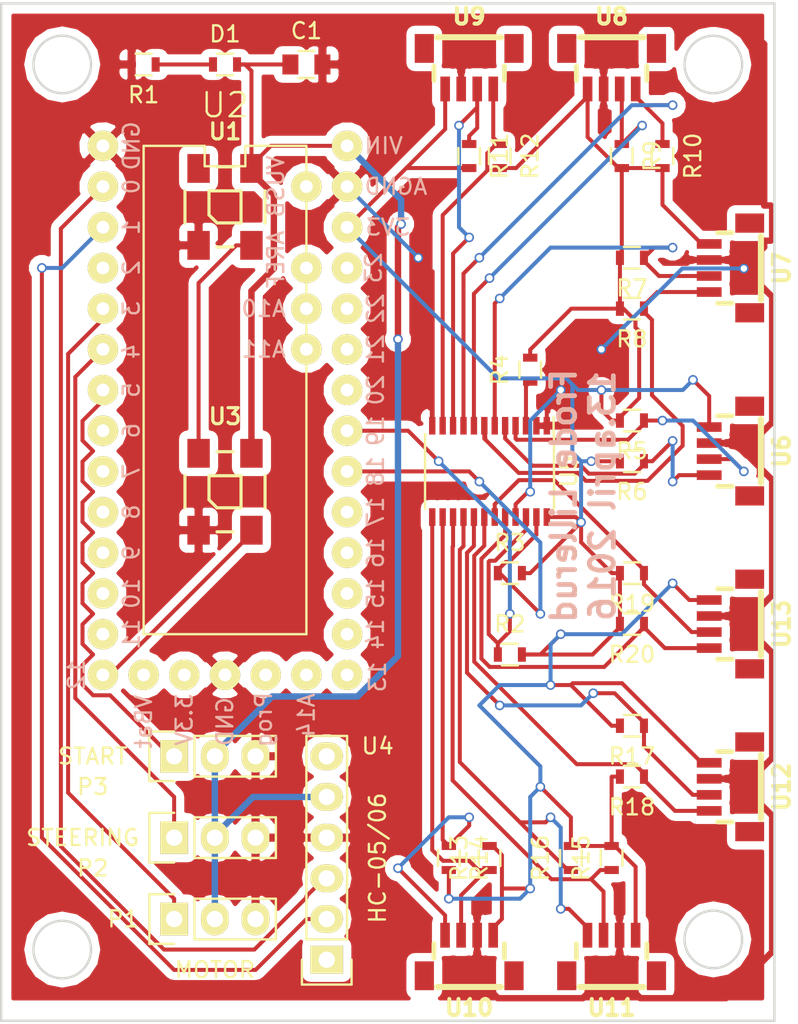
<source format=kicad_pcb>
(kicad_pcb (version 4) (host pcbnew 4.0.2-4+6225~38~ubuntu14.04.1-stable)

  (general
    (links 103)
    (no_connects 0)
    (area 95.174999 85.014999 143.585001 148.665001)
    (thickness 1.6)
    (drawings 9)
    (tracks 477)
    (zones 0)
    (modules 38)
    (nets 31)
  )

  (page A4)
  (layers
    (0 F.Cu signal)
    (31 B.Cu signal)
    (32 B.Adhes user)
    (33 F.Adhes user)
    (34 B.Paste user)
    (35 F.Paste user)
    (36 B.SilkS user)
    (37 F.SilkS user)
    (38 B.Mask user)
    (39 F.Mask user)
    (40 Dwgs.User user)
    (41 Cmts.User user)
    (42 Eco1.User user)
    (43 Eco2.User user)
    (44 Edge.Cuts user)
    (45 Margin user)
    (46 B.CrtYd user)
    (47 F.CrtYd user)
    (48 B.Fab user)
    (49 F.Fab user)
  )

  (setup
    (last_trace_width 0.25)
    (trace_clearance 0.2)
    (zone_clearance 0.508)
    (zone_45_only no)
    (trace_min 0.2)
    (segment_width 0.2)
    (edge_width 0.15)
    (via_size 0.6)
    (via_drill 0.4)
    (via_min_size 0.4)
    (via_min_drill 0.3)
    (uvia_size 0.3)
    (uvia_drill 0.1)
    (uvias_allowed no)
    (uvia_min_size 0.2)
    (uvia_min_drill 0.1)
    (pcb_text_width 0.3)
    (pcb_text_size 1.5 1.5)
    (mod_edge_width 0.15)
    (mod_text_size 1 1)
    (mod_text_width 0.15)
    (pad_size 1.524 1.524)
    (pad_drill 0.762)
    (pad_to_mask_clearance 0.2)
    (aux_axis_origin 0 0)
    (visible_elements FFFFFF7F)
    (pcbplotparams
      (layerselection 0x010f0_80000001)
      (usegerberextensions false)
      (excludeedgelayer true)
      (linewidth 0.100000)
      (plotframeref false)
      (viasonmask false)
      (mode 1)
      (useauxorigin false)
      (hpglpennumber 1)
      (hpglpenspeed 20)
      (hpglpendiameter 15)
      (hpglpenoverlay 2)
      (psnegative false)
      (psa4output false)
      (plotreference true)
      (plotvalue true)
      (plotinvisibletext false)
      (padsonsilk false)
      (subtractmaskfromsilk false)
      (outputformat 1)
      (mirror false)
      (drillshape 0)
      (scaleselection 1)
      (outputdirectory Gerber/))
  )

  (net 0 "")
  (net 1 +5V)
  (net 2 GND)
  (net 3 "Net-(D1-Pad1)")
  (net 4 MOTOR)
  (net 5 STEERING)
  (net 6 STARTMODULE)
  (net 7 "Net-(R2-Pad1)")
  (net 8 +3V3)
  (net 9 "Net-(R3-Pad1)")
  (net 10 "Net-(R4-Pad1)")
  (net 11 "Net-(R5-Pad1)")
  (net 12 "Net-(R6-Pad1)")
  (net 13 "Net-(R7-Pad1)")
  (net 14 "Net-(R8-Pad1)")
  (net 15 "Net-(R9-Pad1)")
  (net 16 "Net-(R10-Pad1)")
  (net 17 "Net-(R11-Pad1)")
  (net 18 "Net-(R12-Pad1)")
  (net 19 "Net-(R13-Pad1)")
  (net 20 "Net-(R14-Pad1)")
  (net 21 "Net-(R15-Pad1)")
  (net 22 "Net-(R16-Pad1)")
  (net 23 "Net-(R17-Pad1)")
  (net 24 "Net-(R18-Pad1)")
  (net 25 "Net-(R19-Pad1)")
  (net 26 "Net-(R20-Pad1)")
  (net 27 "Net-(U1-Pad4)")
  (net 28 BT_TX)
  (net 29 BT_RX)
  (net 30 RGBLED)

  (net_class Default "This is the default net class."
    (clearance 0.2)
    (trace_width 0.25)
    (via_dia 0.6)
    (via_drill 0.4)
    (uvia_dia 0.3)
    (uvia_drill 0.1)
    (add_net +3V3)
    (add_net BT_RX)
    (add_net BT_TX)
    (add_net MOTOR)
    (add_net "Net-(D1-Pad1)")
    (add_net "Net-(R10-Pad1)")
    (add_net "Net-(R11-Pad1)")
    (add_net "Net-(R12-Pad1)")
    (add_net "Net-(R13-Pad1)")
    (add_net "Net-(R14-Pad1)")
    (add_net "Net-(R15-Pad1)")
    (add_net "Net-(R16-Pad1)")
    (add_net "Net-(R17-Pad1)")
    (add_net "Net-(R18-Pad1)")
    (add_net "Net-(R19-Pad1)")
    (add_net "Net-(R2-Pad1)")
    (add_net "Net-(R20-Pad1)")
    (add_net "Net-(R3-Pad1)")
    (add_net "Net-(R4-Pad1)")
    (add_net "Net-(R5-Pad1)")
    (add_net "Net-(R6-Pad1)")
    (add_net "Net-(R7-Pad1)")
    (add_net "Net-(R8-Pad1)")
    (add_net "Net-(R9-Pad1)")
    (add_net "Net-(U1-Pad4)")
    (add_net RGBLED)
    (add_net STARTMODULE)
    (add_net STEERING)
  )

  (net_class Power ""
    (clearance 0.2)
    (trace_width 0.3)
    (via_dia 0.6)
    (via_drill 0.4)
    (uvia_dia 0.3)
    (uvia_drill 0.1)
    (add_net +5V)
    (add_net GND)
  )

  (module NorBotKiCadFootprints:Teensy-3.1_3.2 (layer F.Cu) (tedit 56F5B6B0) (tstamp 56F6EAA0)
    (at 101.6 96.52 270)
    (path /56F51892)
    (fp_text reference U2 (at -5.08 -7.62 360) (layer F.SilkS)
      (effects (font (size 1.5 1.5) (thickness 0.15)))
    )
    (fp_text value Teensy31_32 (at 12.7 -7.62 270) (layer F.Fab)
      (effects (font (size 1.5 1.5) (thickness 0.15)))
    )
    (fp_text user A11 (at 10.16 -10.033 360) (layer B.SilkS)
      (effects (font (size 1 1) (thickness 0.15)) (justify mirror))
    )
    (fp_text user A10 (at 7.62 -10.033 360) (layer B.SilkS)
      (effects (font (size 1 1) (thickness 0.15)) (justify mirror))
    )
    (fp_text user AREF (at 4.572 -10.795 450) (layer B.SilkS)
      (effects (font (size 1 1) (thickness 0.15)) (justify mirror))
    )
    (fp_text user VUSB (at 0 -10.795 270) (layer B.SilkS)
      (effects (font (size 1 1) (thickness 0.15)) (justify mirror))
    )
    (fp_text user VIN (at -2.54 -17.526 360) (layer B.SilkS)
      (effects (font (size 1 1) (thickness 0.15)) (justify mirror))
    )
    (fp_text user AGND (at 0 -18.288 360) (layer B.SilkS)
      (effects (font (size 1 1) (thickness 0.15)) (justify mirror))
    )
    (fp_text user 3V3 (at 2.54 -17.78 360) (layer B.SilkS)
      (effects (font (size 1 1) (thickness 0.15)) (justify mirror))
    )
    (fp_text user 23 (at 5.08 -16.891 270) (layer B.SilkS)
      (effects (font (size 1 1) (thickness 0.15)) (justify mirror))
    )
    (fp_text user 22 (at 7.62 -17.018 270) (layer B.SilkS)
      (effects (font (size 1 1) (thickness 0.15)) (justify mirror))
    )
    (fp_text user 21 (at 10.16 -17.018 270) (layer B.SilkS)
      (effects (font (size 1 1) (thickness 0.15)) (justify mirror))
    )
    (fp_text user 20 (at 12.7 -17.018 270) (layer B.SilkS)
      (effects (font (size 1 1) (thickness 0.15)) (justify mirror))
    )
    (fp_text user 19 (at 15.24 -17.018 270) (layer B.SilkS)
      (effects (font (size 1 1) (thickness 0.15)) (justify mirror))
    )
    (fp_text user 18 (at 17.78 -17.018 270) (layer B.SilkS)
      (effects (font (size 1 1) (thickness 0.15)) (justify mirror))
    )
    (fp_text user 17 (at 20.32 -17.018 270) (layer B.SilkS)
      (effects (font (size 1 1) (thickness 0.15)) (justify mirror))
    )
    (fp_text user 16 (at 22.86 -17.018 270) (layer B.SilkS)
      (effects (font (size 1 1) (thickness 0.15)) (justify mirror))
    )
    (fp_text user 15 (at 25.4 -17.018 270) (layer B.SilkS)
      (effects (font (size 1 1) (thickness 0.15)) (justify mirror))
    )
    (fp_text user 14 (at 27.94 -17.018 270) (layer B.SilkS)
      (effects (font (size 1 1) (thickness 0.15)) (justify mirror))
    )
    (fp_text user 13 (at 30.607 -17.145 270) (layer B.SilkS)
      (effects (font (size 1 1) (thickness 0.15)) (justify mirror))
    )
    (fp_text user A14 (at 33.02 -12.7 270) (layer B.SilkS)
      (effects (font (size 1 1) (thickness 0.15)) (justify mirror))
    )
    (fp_text user Prog (at 33.274 -10.033 270) (layer B.SilkS)
      (effects (font (size 1 1) (thickness 0.15)) (justify mirror))
    )
    (fp_text user GND (at 33.401 -7.62 270) (layer B.SilkS)
      (effects (font (size 1 1) (thickness 0.15)) (justify mirror))
    )
    (fp_text user 3.3V (at 33.274 -5.08 270) (layer B.SilkS)
      (effects (font (size 1 1) (thickness 0.15)) (justify mirror))
    )
    (fp_text user VBat (at 33.401 -2.54 270) (layer B.SilkS)
      (effects (font (size 1 1) (thickness 0.15)) (justify mirror))
    )
    (fp_text user 12 (at 30.48 1.651 270) (layer B.SilkS)
      (effects (font (size 1 1) (thickness 0.15)) (justify mirror))
    )
    (fp_text user GND (at -2.54 -1.778 270) (layer B.SilkS)
      (effects (font (size 1 1) (thickness 0.15)) (justify mirror))
    )
    (fp_text user 11 (at 27.94 -1.778 270) (layer B.SilkS)
      (effects (font (size 1 1) (thickness 0.15)) (justify mirror))
    )
    (fp_text user 10 (at 25.4 -1.778 270) (layer B.SilkS)
      (effects (font (size 1 1) (thickness 0.15)) (justify mirror))
    )
    (fp_text user 9 (at 22.86 -1.778 270) (layer B.SilkS)
      (effects (font (size 1 1) (thickness 0.15)) (justify mirror))
    )
    (fp_text user 8 (at 20.32 -1.778 270) (layer B.SilkS)
      (effects (font (size 1 1) (thickness 0.15)) (justify mirror))
    )
    (fp_text user 7 (at 17.78 -1.778 270) (layer B.SilkS)
      (effects (font (size 1 1) (thickness 0.15)) (justify mirror))
    )
    (fp_text user 6 (at 15.24 -1.778 270) (layer B.SilkS)
      (effects (font (size 1 1) (thickness 0.15)) (justify mirror))
    )
    (fp_text user 5 (at 12.7 -1.778 270) (layer B.SilkS)
      (effects (font (size 1 1) (thickness 0.15)) (justify mirror))
    )
    (fp_text user 4 (at 10.287 -1.778 270) (layer B.SilkS)
      (effects (font (size 1 1) (thickness 0.15)) (justify mirror))
    )
    (fp_text user 3 (at 7.62 -1.778 270) (layer B.SilkS)
      (effects (font (size 1 1) (thickness 0.15)) (justify mirror))
    )
    (fp_text user 2 (at 5.08 -1.778 270) (layer B.SilkS)
      (effects (font (size 1 1) (thickness 0.15)) (justify mirror))
    )
    (fp_text user 1 (at 2.54 -1.778 270) (layer B.SilkS)
      (effects (font (size 1 1) (thickness 0.15)) (justify mirror))
    )
    (fp_text user 0 (at 0 -1.778 270) (layer B.SilkS)
      (effects (font (size 1 1) (thickness 0.15)) (justify mirror))
    )
    (fp_line (start -1.27 -6.35) (end -2.54 -6.35) (layer F.SilkS) (width 0.15))
    (fp_line (start -2.54 -6.35) (end -2.54 -2.54) (layer F.SilkS) (width 0.15))
    (fp_line (start -2.54 -12.7) (end -2.54 -8.89) (layer F.SilkS) (width 0.15))
    (fp_line (start -2.54 -8.89) (end -1.27 -8.89) (layer F.SilkS) (width 0.15))
    (fp_line (start -1.27 -8.89) (end -1.27 -6.35) (layer F.SilkS) (width 0.15))
    (fp_line (start -2.54 -12.7) (end 27.94 -12.7) (layer F.SilkS) (width 0.15))
    (fp_line (start 27.94 -12.7) (end 27.94 -2.54) (layer F.SilkS) (width 0.15))
    (fp_line (start 27.94 -2.54) (end -2.54 -2.54) (layer F.SilkS) (width 0.15))
    (pad 0 thru_hole circle (at 0 0 270) (size 1.9 1.9) (drill 0.8) (layers *.Cu *.Mask F.SilkS)
      (net 28 BT_TX))
    (pad 1 thru_hole circle (at 2.54 0 270) (size 1.9 1.9) (drill 0.8) (layers *.Cu *.Mask F.SilkS)
      (net 29 BT_RX))
    (pad 2 thru_hole circle (at 5.08 0 270) (size 1.9 1.9) (drill 0.8) (layers *.Cu *.Mask F.SilkS))
    (pad 3 thru_hole circle (at 7.62 0 270) (size 1.9 1.9) (drill 0.8) (layers *.Cu *.Mask F.SilkS)
      (net 4 MOTOR))
    (pad 4 thru_hole circle (at 10.16 0 270) (size 1.9 1.9) (drill 0.8) (layers *.Cu *.Mask F.SilkS)
      (net 5 STEERING))
    (pad 5 thru_hole circle (at 12.7 0 270) (size 1.9 1.9) (drill 0.8) (layers *.Cu *.Mask F.SilkS)
      (net 6 STARTMODULE))
    (pad 6 thru_hole circle (at 15.24 0 270) (size 1.9 1.9) (drill 0.8) (layers *.Cu *.Mask F.SilkS))
    (pad 7 thru_hole circle (at 17.78 0 270) (size 1.9 1.9) (drill 0.8) (layers *.Cu *.Mask F.SilkS))
    (pad 8 thru_hole circle (at 20.32 0 270) (size 1.9 1.9) (drill 0.8) (layers *.Cu *.Mask F.SilkS))
    (pad 9 thru_hole circle (at 22.86 0 270) (size 1.9 1.9) (drill 0.8) (layers *.Cu *.Mask F.SilkS))
    (pad 10 thru_hole circle (at 25.4 0 270) (size 1.9 1.9) (drill 0.8) (layers *.Cu *.Mask F.SilkS))
    (pad 11 thru_hole circle (at 27.94 0 270) (size 1.9 1.9) (drill 0.8) (layers *.Cu *.Mask F.SilkS))
    (pad 12 thru_hole circle (at 30.48 0 270) (size 1.9 1.9) (drill 0.8) (layers *.Cu *.Mask F.SilkS)
      (net 30 RGBLED))
    (pad 13 thru_hole circle (at 30.48 -15.24 270) (size 1.9 1.9) (drill 0.8) (layers *.Cu *.Mask F.SilkS))
    (pad 14 thru_hole circle (at 27.94 -15.24 270) (size 1.9 1.9) (drill 0.8) (layers *.Cu *.Mask F.SilkS))
    (pad 15 thru_hole circle (at 25.4 -15.24 270) (size 1.9 1.9) (drill 0.8) (layers *.Cu *.Mask F.SilkS))
    (pad 16 thru_hole circle (at 22.86 -15.24 270) (size 1.9 1.9) (drill 0.8) (layers *.Cu *.Mask F.SilkS))
    (pad 17 thru_hole circle (at 20.32 -15.24 270) (size 1.9 1.9) (drill 0.8) (layers *.Cu *.Mask F.SilkS))
    (pad 18 thru_hole circle (at 17.78 -15.24 270) (size 1.9 1.9) (drill 0.8) (layers *.Cu *.Mask F.SilkS)
      (net 9 "Net-(R3-Pad1)"))
    (pad 19 thru_hole circle (at 15.24 -15.24 270) (size 1.9 1.9) (drill 0.8) (layers *.Cu *.Mask F.SilkS)
      (net 7 "Net-(R2-Pad1)"))
    (pad 20 thru_hole circle (at 12.7 -15.24 270) (size 1.9 1.9) (drill 0.8) (layers *.Cu *.Mask F.SilkS))
    (pad 21 thru_hole circle (at 10.16 -15.24 270) (size 1.9 1.9) (drill 0.8) (layers *.Cu *.Mask F.SilkS))
    (pad 22 thru_hole circle (at 7.62 -15.24 270) (size 1.9 1.9) (drill 0.8) (layers *.Cu *.Mask F.SilkS))
    (pad 23 thru_hole circle (at 5.08 -15.24 270) (size 1.9 1.9) (drill 0.8) (layers *.Cu *.Mask F.SilkS))
    (pad 24 thru_hole circle (at 2.54 -15.24 270) (size 1.9 1.9) (drill 0.8) (layers *.Cu *.Mask F.SilkS)
      (net 8 +3V3))
    (pad 25 thru_hole circle (at 0 -15.24 270) (size 1.9 1.9) (drill 0.8) (layers *.Cu *.Mask F.SilkS)
      (net 2 GND))
    (pad 26 thru_hole circle (at -2.54 -15.24 270) (size 1.9 1.9) (drill 0.8) (layers *.Cu *.Mask F.SilkS)
      (net 1 +5V))
    (pad 27 thru_hole circle (at -2.54 0 270) (size 1.9 1.9) (drill 0.8) (layers *.Cu *.Mask F.SilkS)
      (net 2 GND))
    (pad 32 thru_hole circle (at 30.48 -12.7 270) (size 1.9 1.9) (drill 0.8) (layers *.Cu *.Mask F.SilkS))
    (pad 33 thru_hole circle (at 30.48 -10.16 270) (size 1.9 1.9) (drill 0.8) (layers *.Cu *.Mask F.SilkS))
    (pad 34 thru_hole circle (at 30.48 -7.62 270) (size 1.9 1.9) (drill 0.8) (layers *.Cu *.Mask F.SilkS)
      (net 2 GND))
    (pad 35 thru_hole circle (at 30.48 -5.08 270) (size 1.9 1.9) (drill 0.8) (layers *.Cu *.Mask F.SilkS))
    (pad 36 thru_hole circle (at 30.48 -2.54 270) (size 1.9 1.9) (drill 0.8) (layers *.Cu *.Mask F.SilkS))
    (pad 28 thru_hole circle (at 0 -12.7 270) (size 1.9 1.9) (drill 0.8) (layers *.Cu *.Mask F.SilkS))
    (pad 29 thru_hole circle (at 5.08 -12.7 270) (size 1.9 1.9) (drill 0.8) (layers *.Cu *.Mask F.SilkS))
    (pad 30 thru_hole circle (at 7.62 -12.7 270) (size 1.9 1.9) (drill 0.8) (layers *.Cu *.Mask F.SilkS))
    (pad 31 thru_hole circle (at 10.16 -12.7 270) (size 1.9 1.9) (drill 0.8) (layers *.Cu *.Mask F.SilkS))
  )

  (module Capacitors_SMD:C_0805 (layer F.Cu) (tedit 5415D6EA) (tstamp 56F5B002)
    (at 114.3 88.9)
    (descr "Capacitor SMD 0805, reflow soldering, AVX (see smccp.pdf)")
    (tags "capacitor 0805")
    (path /56F771B9)
    (attr smd)
    (fp_text reference C1 (at 0 -2.1) (layer F.SilkS)
      (effects (font (size 1 1) (thickness 0.15)))
    )
    (fp_text value 0.1uF (at 0 2.1) (layer F.Fab)
      (effects (font (size 1 1) (thickness 0.15)))
    )
    (fp_line (start -1.8 -1) (end 1.8 -1) (layer F.CrtYd) (width 0.05))
    (fp_line (start -1.8 1) (end 1.8 1) (layer F.CrtYd) (width 0.05))
    (fp_line (start -1.8 -1) (end -1.8 1) (layer F.CrtYd) (width 0.05))
    (fp_line (start 1.8 -1) (end 1.8 1) (layer F.CrtYd) (width 0.05))
    (fp_line (start 0.5 -0.85) (end -0.5 -0.85) (layer F.SilkS) (width 0.15))
    (fp_line (start -0.5 0.85) (end 0.5 0.85) (layer F.SilkS) (width 0.15))
    (pad 1 smd rect (at -1 0) (size 1 1.25) (layers F.Cu F.Paste F.Mask)
      (net 1 +5V))
    (pad 2 smd rect (at 1 0) (size 1 1.25) (layers F.Cu F.Paste F.Mask)
      (net 2 GND))
    (model Capacitors_SMD.3dshapes/C_0805.wrl
      (at (xyz 0 0 0))
      (scale (xyz 1 1 1))
      (rotate (xyz 0 0 0))
    )
  )

  (module Resistors_SMD:R_0603 (layer F.Cu) (tedit 5415CC62) (tstamp 56F5B008)
    (at 109.22 88.9)
    (descr "Resistor SMD 0603, reflow soldering, Vishay (see dcrcw.pdf)")
    (tags "resistor 0603")
    (path /56F7DC38)
    (attr smd)
    (fp_text reference D1 (at 0 -1.9) (layer F.SilkS)
      (effects (font (size 1 1) (thickness 0.15)))
    )
    (fp_text value POWER (at 0 1.9) (layer F.Fab)
      (effects (font (size 1 1) (thickness 0.15)))
    )
    (fp_line (start -1.3 -0.8) (end 1.3 -0.8) (layer F.CrtYd) (width 0.05))
    (fp_line (start -1.3 0.8) (end 1.3 0.8) (layer F.CrtYd) (width 0.05))
    (fp_line (start -1.3 -0.8) (end -1.3 0.8) (layer F.CrtYd) (width 0.05))
    (fp_line (start 1.3 -0.8) (end 1.3 0.8) (layer F.CrtYd) (width 0.05))
    (fp_line (start 0.5 0.675) (end -0.5 0.675) (layer F.SilkS) (width 0.15))
    (fp_line (start -0.5 -0.675) (end 0.5 -0.675) (layer F.SilkS) (width 0.15))
    (pad 1 smd rect (at -0.75 0) (size 0.5 0.9) (layers F.Cu F.Paste F.Mask)
      (net 3 "Net-(D1-Pad1)"))
    (pad 2 smd rect (at 0.75 0) (size 0.5 0.9) (layers F.Cu F.Paste F.Mask)
      (net 1 +5V))
    (model Resistors_SMD.3dshapes/R_0603.wrl
      (at (xyz 0 0 0))
      (scale (xyz 1 1 1))
      (rotate (xyz 0 0 0))
    )
  )

  (module Pin_Headers:Pin_Header_Straight_1x03 (layer F.Cu) (tedit 56F7C672) (tstamp 56F5B00F)
    (at 106.045 142.24 90)
    (descr "Through hole pin header")
    (tags "pin header")
    (path /56F5887E)
    (fp_text reference P1 (at 0 -3.175 180) (layer F.SilkS)
      (effects (font (size 1 1) (thickness 0.15)))
    )
    (fp_text value MOTOR (at -3.175 2.54 180) (layer F.SilkS)
      (effects (font (size 1 1) (thickness 0.15)))
    )
    (fp_line (start -1.75 -1.75) (end -1.75 6.85) (layer F.CrtYd) (width 0.05))
    (fp_line (start 1.75 -1.75) (end 1.75 6.85) (layer F.CrtYd) (width 0.05))
    (fp_line (start -1.75 -1.75) (end 1.75 -1.75) (layer F.CrtYd) (width 0.05))
    (fp_line (start -1.75 6.85) (end 1.75 6.85) (layer F.CrtYd) (width 0.05))
    (fp_line (start -1.27 1.27) (end -1.27 6.35) (layer F.SilkS) (width 0.15))
    (fp_line (start -1.27 6.35) (end 1.27 6.35) (layer F.SilkS) (width 0.15))
    (fp_line (start 1.27 6.35) (end 1.27 1.27) (layer F.SilkS) (width 0.15))
    (fp_line (start 1.55 -1.55) (end 1.55 0) (layer F.SilkS) (width 0.15))
    (fp_line (start 1.27 1.27) (end -1.27 1.27) (layer F.SilkS) (width 0.15))
    (fp_line (start -1.55 0) (end -1.55 -1.55) (layer F.SilkS) (width 0.15))
    (fp_line (start -1.55 -1.55) (end 1.55 -1.55) (layer F.SilkS) (width 0.15))
    (pad 1 thru_hole rect (at 0 0 90) (size 2.032 1.7272) (drill 1.016) (layers *.Cu *.Mask F.SilkS)
      (net 4 MOTOR))
    (pad 2 thru_hole oval (at 0 2.54 90) (size 2.032 1.7272) (drill 1.016) (layers *.Cu *.Mask F.SilkS)
      (net 1 +5V))
    (pad 3 thru_hole oval (at 0 5.08 90) (size 2.032 1.7272) (drill 1.016) (layers *.Cu *.Mask F.SilkS)
      (net 2 GND))
    (model Pin_Headers.3dshapes/Pin_Header_Straight_1x03.wrl
      (at (xyz 0 -0.1 0))
      (scale (xyz 1 1 1))
      (rotate (xyz 0 0 90))
    )
  )

  (module Pin_Headers:Pin_Header_Straight_1x03 (layer F.Cu) (tedit 56F7C71D) (tstamp 56F5B016)
    (at 106.045 137.16 90)
    (descr "Through hole pin header")
    (tags "pin header")
    (path /56F58903)
    (fp_text reference P2 (at -1.905 -5.08 180) (layer F.SilkS)
      (effects (font (size 1 1) (thickness 0.15)))
    )
    (fp_text value STEERING (at 0 -5.715 180) (layer F.SilkS)
      (effects (font (size 1 1) (thickness 0.15)))
    )
    (fp_line (start -1.75 -1.75) (end -1.75 6.85) (layer F.CrtYd) (width 0.05))
    (fp_line (start 1.75 -1.75) (end 1.75 6.85) (layer F.CrtYd) (width 0.05))
    (fp_line (start -1.75 -1.75) (end 1.75 -1.75) (layer F.CrtYd) (width 0.05))
    (fp_line (start -1.75 6.85) (end 1.75 6.85) (layer F.CrtYd) (width 0.05))
    (fp_line (start -1.27 1.27) (end -1.27 6.35) (layer F.SilkS) (width 0.15))
    (fp_line (start -1.27 6.35) (end 1.27 6.35) (layer F.SilkS) (width 0.15))
    (fp_line (start 1.27 6.35) (end 1.27 1.27) (layer F.SilkS) (width 0.15))
    (fp_line (start 1.55 -1.55) (end 1.55 0) (layer F.SilkS) (width 0.15))
    (fp_line (start 1.27 1.27) (end -1.27 1.27) (layer F.SilkS) (width 0.15))
    (fp_line (start -1.55 0) (end -1.55 -1.55) (layer F.SilkS) (width 0.15))
    (fp_line (start -1.55 -1.55) (end 1.55 -1.55) (layer F.SilkS) (width 0.15))
    (pad 1 thru_hole rect (at 0 0 90) (size 2.032 1.7272) (drill 1.016) (layers *.Cu *.Mask F.SilkS)
      (net 5 STEERING))
    (pad 2 thru_hole oval (at 0 2.54 90) (size 2.032 1.7272) (drill 1.016) (layers *.Cu *.Mask F.SilkS)
      (net 1 +5V))
    (pad 3 thru_hole oval (at 0 5.08 90) (size 2.032 1.7272) (drill 1.016) (layers *.Cu *.Mask F.SilkS)
      (net 2 GND))
    (model Pin_Headers.3dshapes/Pin_Header_Straight_1x03.wrl
      (at (xyz 0 -0.1 0))
      (scale (xyz 1 1 1))
      (rotate (xyz 0 0 90))
    )
  )

  (module Pin_Headers:Pin_Header_Straight_1x03 (layer F.Cu) (tedit 56F7C713) (tstamp 56F5B01D)
    (at 106.045 132.08 90)
    (descr "Through hole pin header")
    (tags "pin header")
    (path /56F58938)
    (fp_text reference P3 (at -1.905 -5.08 180) (layer F.SilkS)
      (effects (font (size 1 1) (thickness 0.15)))
    )
    (fp_text value START (at 0 -5.08 180) (layer F.SilkS)
      (effects (font (size 1 1) (thickness 0.15)))
    )
    (fp_line (start -1.75 -1.75) (end -1.75 6.85) (layer F.CrtYd) (width 0.05))
    (fp_line (start 1.75 -1.75) (end 1.75 6.85) (layer F.CrtYd) (width 0.05))
    (fp_line (start -1.75 -1.75) (end 1.75 -1.75) (layer F.CrtYd) (width 0.05))
    (fp_line (start -1.75 6.85) (end 1.75 6.85) (layer F.CrtYd) (width 0.05))
    (fp_line (start -1.27 1.27) (end -1.27 6.35) (layer F.SilkS) (width 0.15))
    (fp_line (start -1.27 6.35) (end 1.27 6.35) (layer F.SilkS) (width 0.15))
    (fp_line (start 1.27 6.35) (end 1.27 1.27) (layer F.SilkS) (width 0.15))
    (fp_line (start 1.55 -1.55) (end 1.55 0) (layer F.SilkS) (width 0.15))
    (fp_line (start 1.27 1.27) (end -1.27 1.27) (layer F.SilkS) (width 0.15))
    (fp_line (start -1.55 0) (end -1.55 -1.55) (layer F.SilkS) (width 0.15))
    (fp_line (start -1.55 -1.55) (end 1.55 -1.55) (layer F.SilkS) (width 0.15))
    (pad 1 thru_hole rect (at 0 0 90) (size 2.032 1.7272) (drill 1.016) (layers *.Cu *.Mask F.SilkS)
      (net 6 STARTMODULE))
    (pad 2 thru_hole oval (at 0 2.54 90) (size 2.032 1.7272) (drill 1.016) (layers *.Cu *.Mask F.SilkS)
      (net 1 +5V))
    (pad 3 thru_hole oval (at 0 5.08 90) (size 2.032 1.7272) (drill 1.016) (layers *.Cu *.Mask F.SilkS)
      (net 2 GND))
    (model Pin_Headers.3dshapes/Pin_Header_Straight_1x03.wrl
      (at (xyz 0 -0.1 0))
      (scale (xyz 1 1 1))
      (rotate (xyz 0 0 90))
    )
  )

  (module Resistors_SMD:R_0603 (layer F.Cu) (tedit 5415CC62) (tstamp 56F5B023)
    (at 104.14 88.9 180)
    (descr "Resistor SMD 0603, reflow soldering, Vishay (see dcrcw.pdf)")
    (tags "resistor 0603")
    (path /56F7DCF3)
    (attr smd)
    (fp_text reference R1 (at 0 -1.9 180) (layer F.SilkS)
      (effects (font (size 1 1) (thickness 0.15)))
    )
    (fp_text value R (at 0 1.9 180) (layer F.Fab)
      (effects (font (size 1 1) (thickness 0.15)))
    )
    (fp_line (start -1.3 -0.8) (end 1.3 -0.8) (layer F.CrtYd) (width 0.05))
    (fp_line (start -1.3 0.8) (end 1.3 0.8) (layer F.CrtYd) (width 0.05))
    (fp_line (start -1.3 -0.8) (end -1.3 0.8) (layer F.CrtYd) (width 0.05))
    (fp_line (start 1.3 -0.8) (end 1.3 0.8) (layer F.CrtYd) (width 0.05))
    (fp_line (start 0.5 0.675) (end -0.5 0.675) (layer F.SilkS) (width 0.15))
    (fp_line (start -0.5 -0.675) (end 0.5 -0.675) (layer F.SilkS) (width 0.15))
    (pad 1 smd rect (at -0.75 0 180) (size 0.5 0.9) (layers F.Cu F.Paste F.Mask)
      (net 3 "Net-(D1-Pad1)"))
    (pad 2 smd rect (at 0.75 0 180) (size 0.5 0.9) (layers F.Cu F.Paste F.Mask)
      (net 2 GND))
    (model Resistors_SMD.3dshapes/R_0603.wrl
      (at (xyz 0 0 0))
      (scale (xyz 1 1 1))
      (rotate (xyz 0 0 0))
    )
  )

  (module Resistors_SMD:R_0603 (layer F.Cu) (tedit 5415CC62) (tstamp 56F5B029)
    (at 127 125.73)
    (descr "Resistor SMD 0603, reflow soldering, Vishay (see dcrcw.pdf)")
    (tags "resistor 0603")
    (path /56F6A689)
    (attr smd)
    (fp_text reference R2 (at 0 -1.9) (layer F.SilkS)
      (effects (font (size 1 1) (thickness 0.15)))
    )
    (fp_text value 2k2 (at 0 1.9) (layer F.Fab)
      (effects (font (size 1 1) (thickness 0.15)))
    )
    (fp_line (start -1.3 -0.8) (end 1.3 -0.8) (layer F.CrtYd) (width 0.05))
    (fp_line (start -1.3 0.8) (end 1.3 0.8) (layer F.CrtYd) (width 0.05))
    (fp_line (start -1.3 -0.8) (end -1.3 0.8) (layer F.CrtYd) (width 0.05))
    (fp_line (start 1.3 -0.8) (end 1.3 0.8) (layer F.CrtYd) (width 0.05))
    (fp_line (start 0.5 0.675) (end -0.5 0.675) (layer F.SilkS) (width 0.15))
    (fp_line (start -0.5 -0.675) (end 0.5 -0.675) (layer F.SilkS) (width 0.15))
    (pad 1 smd rect (at -0.75 0) (size 0.5 0.9) (layers F.Cu F.Paste F.Mask)
      (net 7 "Net-(R2-Pad1)"))
    (pad 2 smd rect (at 0.75 0) (size 0.5 0.9) (layers F.Cu F.Paste F.Mask)
      (net 8 +3V3))
    (model Resistors_SMD.3dshapes/R_0603.wrl
      (at (xyz 0 0 0))
      (scale (xyz 1 1 1))
      (rotate (xyz 0 0 0))
    )
  )

  (module Resistors_SMD:R_0603 (layer F.Cu) (tedit 5415CC62) (tstamp 56F5B02F)
    (at 127 120.65)
    (descr "Resistor SMD 0603, reflow soldering, Vishay (see dcrcw.pdf)")
    (tags "resistor 0603")
    (path /56F6A5EB)
    (attr smd)
    (fp_text reference R3 (at 0 -1.9) (layer F.SilkS)
      (effects (font (size 1 1) (thickness 0.15)))
    )
    (fp_text value 2k2 (at 0 1.9) (layer F.Fab)
      (effects (font (size 1 1) (thickness 0.15)))
    )
    (fp_line (start -1.3 -0.8) (end 1.3 -0.8) (layer F.CrtYd) (width 0.05))
    (fp_line (start -1.3 0.8) (end 1.3 0.8) (layer F.CrtYd) (width 0.05))
    (fp_line (start -1.3 -0.8) (end -1.3 0.8) (layer F.CrtYd) (width 0.05))
    (fp_line (start 1.3 -0.8) (end 1.3 0.8) (layer F.CrtYd) (width 0.05))
    (fp_line (start 0.5 0.675) (end -0.5 0.675) (layer F.SilkS) (width 0.15))
    (fp_line (start -0.5 -0.675) (end 0.5 -0.675) (layer F.SilkS) (width 0.15))
    (pad 1 smd rect (at -0.75 0) (size 0.5 0.9) (layers F.Cu F.Paste F.Mask)
      (net 9 "Net-(R3-Pad1)"))
    (pad 2 smd rect (at 0.75 0) (size 0.5 0.9) (layers F.Cu F.Paste F.Mask)
      (net 8 +3V3))
    (model Resistors_SMD.3dshapes/R_0603.wrl
      (at (xyz 0 0 0))
      (scale (xyz 1 1 1))
      (rotate (xyz 0 0 0))
    )
  )

  (module Resistors_SMD:R_0603 (layer F.Cu) (tedit 5415CC62) (tstamp 56F5B035)
    (at 128.27 107.95 90)
    (descr "Resistor SMD 0603, reflow soldering, Vishay (see dcrcw.pdf)")
    (tags "resistor 0603")
    (path /56F6A511)
    (attr smd)
    (fp_text reference R4 (at 0 -1.9 90) (layer F.SilkS)
      (effects (font (size 1 1) (thickness 0.15)))
    )
    (fp_text value 2k2 (at 0 1.9 90) (layer F.Fab)
      (effects (font (size 1 1) (thickness 0.15)))
    )
    (fp_line (start -1.3 -0.8) (end 1.3 -0.8) (layer F.CrtYd) (width 0.05))
    (fp_line (start -1.3 0.8) (end 1.3 0.8) (layer F.CrtYd) (width 0.05))
    (fp_line (start -1.3 -0.8) (end -1.3 0.8) (layer F.CrtYd) (width 0.05))
    (fp_line (start 1.3 -0.8) (end 1.3 0.8) (layer F.CrtYd) (width 0.05))
    (fp_line (start 0.5 0.675) (end -0.5 0.675) (layer F.SilkS) (width 0.15))
    (fp_line (start -0.5 -0.675) (end 0.5 -0.675) (layer F.SilkS) (width 0.15))
    (pad 1 smd rect (at -0.75 0 90) (size 0.5 0.9) (layers F.Cu F.Paste F.Mask)
      (net 10 "Net-(R4-Pad1)"))
    (pad 2 smd rect (at 0.75 0 90) (size 0.5 0.9) (layers F.Cu F.Paste F.Mask)
      (net 8 +3V3))
    (model Resistors_SMD.3dshapes/R_0603.wrl
      (at (xyz 0 0 0))
      (scale (xyz 1 1 1))
      (rotate (xyz 0 0 0))
    )
  )

  (module Resistors_SMD:R_0603 (layer F.Cu) (tedit 5415CC62) (tstamp 56F5B03B)
    (at 134.62 111.125 180)
    (descr "Resistor SMD 0603, reflow soldering, Vishay (see dcrcw.pdf)")
    (tags "resistor 0603")
    (path /56F62326)
    (attr smd)
    (fp_text reference R5 (at 0 -1.9 180) (layer F.SilkS)
      (effects (font (size 1 1) (thickness 0.15)))
    )
    (fp_text value 1k (at 0 1.9 180) (layer F.Fab)
      (effects (font (size 1 1) (thickness 0.15)))
    )
    (fp_line (start -1.3 -0.8) (end 1.3 -0.8) (layer F.CrtYd) (width 0.05))
    (fp_line (start -1.3 0.8) (end 1.3 0.8) (layer F.CrtYd) (width 0.05))
    (fp_line (start -1.3 -0.8) (end -1.3 0.8) (layer F.CrtYd) (width 0.05))
    (fp_line (start 1.3 -0.8) (end 1.3 0.8) (layer F.CrtYd) (width 0.05))
    (fp_line (start 0.5 0.675) (end -0.5 0.675) (layer F.SilkS) (width 0.15))
    (fp_line (start -0.5 -0.675) (end 0.5 -0.675) (layer F.SilkS) (width 0.15))
    (pad 1 smd rect (at -0.75 0 180) (size 0.5 0.9) (layers F.Cu F.Paste F.Mask)
      (net 11 "Net-(R5-Pad1)"))
    (pad 2 smd rect (at 0.75 0 180) (size 0.5 0.9) (layers F.Cu F.Paste F.Mask)
      (net 8 +3V3))
    (model Resistors_SMD.3dshapes/R_0603.wrl
      (at (xyz 0 0 0))
      (scale (xyz 1 1 1))
      (rotate (xyz 0 0 0))
    )
  )

  (module Resistors_SMD:R_0603 (layer F.Cu) (tedit 5415CC62) (tstamp 56F5B041)
    (at 134.62 113.665 180)
    (descr "Resistor SMD 0603, reflow soldering, Vishay (see dcrcw.pdf)")
    (tags "resistor 0603")
    (path /56F61EA7)
    (attr smd)
    (fp_text reference R6 (at 0 -1.9 180) (layer F.SilkS)
      (effects (font (size 1 1) (thickness 0.15)))
    )
    (fp_text value 1k (at 0 1.9 180) (layer F.Fab)
      (effects (font (size 1 1) (thickness 0.15)))
    )
    (fp_line (start -1.3 -0.8) (end 1.3 -0.8) (layer F.CrtYd) (width 0.05))
    (fp_line (start -1.3 0.8) (end 1.3 0.8) (layer F.CrtYd) (width 0.05))
    (fp_line (start -1.3 -0.8) (end -1.3 0.8) (layer F.CrtYd) (width 0.05))
    (fp_line (start 1.3 -0.8) (end 1.3 0.8) (layer F.CrtYd) (width 0.05))
    (fp_line (start 0.5 0.675) (end -0.5 0.675) (layer F.SilkS) (width 0.15))
    (fp_line (start -0.5 -0.675) (end 0.5 -0.675) (layer F.SilkS) (width 0.15))
    (pad 1 smd rect (at -0.75 0 180) (size 0.5 0.9) (layers F.Cu F.Paste F.Mask)
      (net 12 "Net-(R6-Pad1)"))
    (pad 2 smd rect (at 0.75 0 180) (size 0.5 0.9) (layers F.Cu F.Paste F.Mask)
      (net 8 +3V3))
    (model Resistors_SMD.3dshapes/R_0603.wrl
      (at (xyz 0 0 0))
      (scale (xyz 1 1 1))
      (rotate (xyz 0 0 0))
    )
  )

  (module Resistors_SMD:R_0603 (layer F.Cu) (tedit 5415CC62) (tstamp 56F5B047)
    (at 134.62 100.965 180)
    (descr "Resistor SMD 0603, reflow soldering, Vishay (see dcrcw.pdf)")
    (tags "resistor 0603")
    (path /56F6348B)
    (attr smd)
    (fp_text reference R7 (at 0 -1.9 180) (layer F.SilkS)
      (effects (font (size 1 1) (thickness 0.15)))
    )
    (fp_text value 1k (at 0 1.9 180) (layer F.Fab)
      (effects (font (size 1 1) (thickness 0.15)))
    )
    (fp_line (start -1.3 -0.8) (end 1.3 -0.8) (layer F.CrtYd) (width 0.05))
    (fp_line (start -1.3 0.8) (end 1.3 0.8) (layer F.CrtYd) (width 0.05))
    (fp_line (start -1.3 -0.8) (end -1.3 0.8) (layer F.CrtYd) (width 0.05))
    (fp_line (start 1.3 -0.8) (end 1.3 0.8) (layer F.CrtYd) (width 0.05))
    (fp_line (start 0.5 0.675) (end -0.5 0.675) (layer F.SilkS) (width 0.15))
    (fp_line (start -0.5 -0.675) (end 0.5 -0.675) (layer F.SilkS) (width 0.15))
    (pad 1 smd rect (at -0.75 0 180) (size 0.5 0.9) (layers F.Cu F.Paste F.Mask)
      (net 13 "Net-(R7-Pad1)"))
    (pad 2 smd rect (at 0.75 0 180) (size 0.5 0.9) (layers F.Cu F.Paste F.Mask)
      (net 8 +3V3))
    (model Resistors_SMD.3dshapes/R_0603.wrl
      (at (xyz 0 0 0))
      (scale (xyz 1 1 1))
      (rotate (xyz 0 0 0))
    )
  )

  (module Resistors_SMD:R_0603 (layer F.Cu) (tedit 5415CC62) (tstamp 56F5B04D)
    (at 134.62 104.14 180)
    (descr "Resistor SMD 0603, reflow soldering, Vishay (see dcrcw.pdf)")
    (tags "resistor 0603")
    (path /56F63481)
    (attr smd)
    (fp_text reference R8 (at 0 -1.9 180) (layer F.SilkS)
      (effects (font (size 1 1) (thickness 0.15)))
    )
    (fp_text value 1k (at 0 1.9 180) (layer F.Fab)
      (effects (font (size 1 1) (thickness 0.15)))
    )
    (fp_line (start -1.3 -0.8) (end 1.3 -0.8) (layer F.CrtYd) (width 0.05))
    (fp_line (start -1.3 0.8) (end 1.3 0.8) (layer F.CrtYd) (width 0.05))
    (fp_line (start -1.3 -0.8) (end -1.3 0.8) (layer F.CrtYd) (width 0.05))
    (fp_line (start 1.3 -0.8) (end 1.3 0.8) (layer F.CrtYd) (width 0.05))
    (fp_line (start 0.5 0.675) (end -0.5 0.675) (layer F.SilkS) (width 0.15))
    (fp_line (start -0.5 -0.675) (end 0.5 -0.675) (layer F.SilkS) (width 0.15))
    (pad 1 smd rect (at -0.75 0 180) (size 0.5 0.9) (layers F.Cu F.Paste F.Mask)
      (net 14 "Net-(R8-Pad1)"))
    (pad 2 smd rect (at 0.75 0 180) (size 0.5 0.9) (layers F.Cu F.Paste F.Mask)
      (net 8 +3V3))
    (model Resistors_SMD.3dshapes/R_0603.wrl
      (at (xyz 0 0 0))
      (scale (xyz 1 1 1))
      (rotate (xyz 0 0 0))
    )
  )

  (module Resistors_SMD:R_0603 (layer F.Cu) (tedit 5415CC62) (tstamp 56F5B053)
    (at 133.985 94.615 270)
    (descr "Resistor SMD 0603, reflow soldering, Vishay (see dcrcw.pdf)")
    (tags "resistor 0603")
    (path /56F63977)
    (attr smd)
    (fp_text reference R9 (at 0 -1.9 270) (layer F.SilkS)
      (effects (font (size 1 1) (thickness 0.15)))
    )
    (fp_text value 1k (at 0 1.9 270) (layer F.Fab)
      (effects (font (size 1 1) (thickness 0.15)))
    )
    (fp_line (start -1.3 -0.8) (end 1.3 -0.8) (layer F.CrtYd) (width 0.05))
    (fp_line (start -1.3 0.8) (end 1.3 0.8) (layer F.CrtYd) (width 0.05))
    (fp_line (start -1.3 -0.8) (end -1.3 0.8) (layer F.CrtYd) (width 0.05))
    (fp_line (start 1.3 -0.8) (end 1.3 0.8) (layer F.CrtYd) (width 0.05))
    (fp_line (start 0.5 0.675) (end -0.5 0.675) (layer F.SilkS) (width 0.15))
    (fp_line (start -0.5 -0.675) (end 0.5 -0.675) (layer F.SilkS) (width 0.15))
    (pad 1 smd rect (at -0.75 0 270) (size 0.5 0.9) (layers F.Cu F.Paste F.Mask)
      (net 15 "Net-(R9-Pad1)"))
    (pad 2 smd rect (at 0.75 0 270) (size 0.5 0.9) (layers F.Cu F.Paste F.Mask)
      (net 8 +3V3))
    (model Resistors_SMD.3dshapes/R_0603.wrl
      (at (xyz 0 0 0))
      (scale (xyz 1 1 1))
      (rotate (xyz 0 0 0))
    )
  )

  (module Resistors_SMD:R_0603 (layer F.Cu) (tedit 5415CC62) (tstamp 56F5B059)
    (at 136.525 94.615 270)
    (descr "Resistor SMD 0603, reflow soldering, Vishay (see dcrcw.pdf)")
    (tags "resistor 0603")
    (path /56F6396D)
    (attr smd)
    (fp_text reference R10 (at 0 -1.9 270) (layer F.SilkS)
      (effects (font (size 1 1) (thickness 0.15)))
    )
    (fp_text value 1k (at 0 1.9 270) (layer F.Fab)
      (effects (font (size 1 1) (thickness 0.15)))
    )
    (fp_line (start -1.3 -0.8) (end 1.3 -0.8) (layer F.CrtYd) (width 0.05))
    (fp_line (start -1.3 0.8) (end 1.3 0.8) (layer F.CrtYd) (width 0.05))
    (fp_line (start -1.3 -0.8) (end -1.3 0.8) (layer F.CrtYd) (width 0.05))
    (fp_line (start 1.3 -0.8) (end 1.3 0.8) (layer F.CrtYd) (width 0.05))
    (fp_line (start 0.5 0.675) (end -0.5 0.675) (layer F.SilkS) (width 0.15))
    (fp_line (start -0.5 -0.675) (end 0.5 -0.675) (layer F.SilkS) (width 0.15))
    (pad 1 smd rect (at -0.75 0 270) (size 0.5 0.9) (layers F.Cu F.Paste F.Mask)
      (net 16 "Net-(R10-Pad1)"))
    (pad 2 smd rect (at 0.75 0 270) (size 0.5 0.9) (layers F.Cu F.Paste F.Mask)
      (net 8 +3V3))
    (model Resistors_SMD.3dshapes/R_0603.wrl
      (at (xyz 0 0 0))
      (scale (xyz 1 1 1))
      (rotate (xyz 0 0 0))
    )
  )

  (module Resistors_SMD:R_0603 (layer F.Cu) (tedit 5415CC62) (tstamp 56F5B05F)
    (at 124.46 94.615 270)
    (descr "Resistor SMD 0603, reflow soldering, Vishay (see dcrcw.pdf)")
    (tags "resistor 0603")
    (path /56F639A0)
    (attr smd)
    (fp_text reference R11 (at 0 -1.9 270) (layer F.SilkS)
      (effects (font (size 1 1) (thickness 0.15)))
    )
    (fp_text value 1k (at 0 1.9 270) (layer F.Fab)
      (effects (font (size 1 1) (thickness 0.15)))
    )
    (fp_line (start -1.3 -0.8) (end 1.3 -0.8) (layer F.CrtYd) (width 0.05))
    (fp_line (start -1.3 0.8) (end 1.3 0.8) (layer F.CrtYd) (width 0.05))
    (fp_line (start -1.3 -0.8) (end -1.3 0.8) (layer F.CrtYd) (width 0.05))
    (fp_line (start 1.3 -0.8) (end 1.3 0.8) (layer F.CrtYd) (width 0.05))
    (fp_line (start 0.5 0.675) (end -0.5 0.675) (layer F.SilkS) (width 0.15))
    (fp_line (start -0.5 -0.675) (end 0.5 -0.675) (layer F.SilkS) (width 0.15))
    (pad 1 smd rect (at -0.75 0 270) (size 0.5 0.9) (layers F.Cu F.Paste F.Mask)
      (net 17 "Net-(R11-Pad1)"))
    (pad 2 smd rect (at 0.75 0 270) (size 0.5 0.9) (layers F.Cu F.Paste F.Mask)
      (net 8 +3V3))
    (model Resistors_SMD.3dshapes/R_0603.wrl
      (at (xyz 0 0 0))
      (scale (xyz 1 1 1))
      (rotate (xyz 0 0 0))
    )
  )

  (module Resistors_SMD:R_0603 (layer F.Cu) (tedit 5415CC62) (tstamp 56F5B065)
    (at 126.365 94.615 270)
    (descr "Resistor SMD 0603, reflow soldering, Vishay (see dcrcw.pdf)")
    (tags "resistor 0603")
    (path /56F63996)
    (attr smd)
    (fp_text reference R12 (at 0 -1.9 270) (layer F.SilkS)
      (effects (font (size 1 1) (thickness 0.15)))
    )
    (fp_text value 1k (at 0 1.9 270) (layer F.Fab)
      (effects (font (size 1 1) (thickness 0.15)))
    )
    (fp_line (start -1.3 -0.8) (end 1.3 -0.8) (layer F.CrtYd) (width 0.05))
    (fp_line (start -1.3 0.8) (end 1.3 0.8) (layer F.CrtYd) (width 0.05))
    (fp_line (start -1.3 -0.8) (end -1.3 0.8) (layer F.CrtYd) (width 0.05))
    (fp_line (start 1.3 -0.8) (end 1.3 0.8) (layer F.CrtYd) (width 0.05))
    (fp_line (start 0.5 0.675) (end -0.5 0.675) (layer F.SilkS) (width 0.15))
    (fp_line (start -0.5 -0.675) (end 0.5 -0.675) (layer F.SilkS) (width 0.15))
    (pad 1 smd rect (at -0.75 0 270) (size 0.5 0.9) (layers F.Cu F.Paste F.Mask)
      (net 18 "Net-(R12-Pad1)"))
    (pad 2 smd rect (at 0.75 0 270) (size 0.5 0.9) (layers F.Cu F.Paste F.Mask)
      (net 8 +3V3))
    (model Resistors_SMD.3dshapes/R_0603.wrl
      (at (xyz 0 0 0))
      (scale (xyz 1 1 1))
      (rotate (xyz 0 0 0))
    )
  )

  (module Resistors_SMD:R_0603 (layer F.Cu) (tedit 5415CC62) (tstamp 56F5B06B)
    (at 125.73 138.43 90)
    (descr "Resistor SMD 0603, reflow soldering, Vishay (see dcrcw.pdf)")
    (tags "resistor 0603")
    (path /56F645B8)
    (attr smd)
    (fp_text reference R13 (at 0 -1.9 90) (layer F.SilkS)
      (effects (font (size 1 1) (thickness 0.15)))
    )
    (fp_text value 1k (at 0 1.9 90) (layer F.Fab)
      (effects (font (size 1 1) (thickness 0.15)))
    )
    (fp_line (start -1.3 -0.8) (end 1.3 -0.8) (layer F.CrtYd) (width 0.05))
    (fp_line (start -1.3 0.8) (end 1.3 0.8) (layer F.CrtYd) (width 0.05))
    (fp_line (start -1.3 -0.8) (end -1.3 0.8) (layer F.CrtYd) (width 0.05))
    (fp_line (start 1.3 -0.8) (end 1.3 0.8) (layer F.CrtYd) (width 0.05))
    (fp_line (start 0.5 0.675) (end -0.5 0.675) (layer F.SilkS) (width 0.15))
    (fp_line (start -0.5 -0.675) (end 0.5 -0.675) (layer F.SilkS) (width 0.15))
    (pad 1 smd rect (at -0.75 0 90) (size 0.5 0.9) (layers F.Cu F.Paste F.Mask)
      (net 19 "Net-(R13-Pad1)"))
    (pad 2 smd rect (at 0.75 0 90) (size 0.5 0.9) (layers F.Cu F.Paste F.Mask)
      (net 8 +3V3))
    (model Resistors_SMD.3dshapes/R_0603.wrl
      (at (xyz 0 0 0))
      (scale (xyz 1 1 1))
      (rotate (xyz 0 0 0))
    )
  )

  (module Resistors_SMD:R_0603 (layer F.Cu) (tedit 5415CC62) (tstamp 56F5B071)
    (at 123.19 138.43 270)
    (descr "Resistor SMD 0603, reflow soldering, Vishay (see dcrcw.pdf)")
    (tags "resistor 0603")
    (path /56F645AE)
    (attr smd)
    (fp_text reference R14 (at 0 -1.9 270) (layer F.SilkS)
      (effects (font (size 1 1) (thickness 0.15)))
    )
    (fp_text value 1k (at 0 1.9 270) (layer F.Fab)
      (effects (font (size 1 1) (thickness 0.15)))
    )
    (fp_line (start -1.3 -0.8) (end 1.3 -0.8) (layer F.CrtYd) (width 0.05))
    (fp_line (start -1.3 0.8) (end 1.3 0.8) (layer F.CrtYd) (width 0.05))
    (fp_line (start -1.3 -0.8) (end -1.3 0.8) (layer F.CrtYd) (width 0.05))
    (fp_line (start 1.3 -0.8) (end 1.3 0.8) (layer F.CrtYd) (width 0.05))
    (fp_line (start 0.5 0.675) (end -0.5 0.675) (layer F.SilkS) (width 0.15))
    (fp_line (start -0.5 -0.675) (end 0.5 -0.675) (layer F.SilkS) (width 0.15))
    (pad 1 smd rect (at -0.75 0 270) (size 0.5 0.9) (layers F.Cu F.Paste F.Mask)
      (net 20 "Net-(R14-Pad1)"))
    (pad 2 smd rect (at 0.75 0 270) (size 0.5 0.9) (layers F.Cu F.Paste F.Mask)
      (net 8 +3V3))
    (model Resistors_SMD.3dshapes/R_0603.wrl
      (at (xyz 0 0 0))
      (scale (xyz 1 1 1))
      (rotate (xyz 0 0 0))
    )
  )

  (module Resistors_SMD:R_0603 (layer F.Cu) (tedit 5415CC62) (tstamp 56F5B077)
    (at 133.35 138.43 90)
    (descr "Resistor SMD 0603, reflow soldering, Vishay (see dcrcw.pdf)")
    (tags "resistor 0603")
    (path /56F645E1)
    (attr smd)
    (fp_text reference R15 (at 0 -1.9 90) (layer F.SilkS)
      (effects (font (size 1 1) (thickness 0.15)))
    )
    (fp_text value 1k (at 0 1.9 90) (layer F.Fab)
      (effects (font (size 1 1) (thickness 0.15)))
    )
    (fp_line (start -1.3 -0.8) (end 1.3 -0.8) (layer F.CrtYd) (width 0.05))
    (fp_line (start -1.3 0.8) (end 1.3 0.8) (layer F.CrtYd) (width 0.05))
    (fp_line (start -1.3 -0.8) (end -1.3 0.8) (layer F.CrtYd) (width 0.05))
    (fp_line (start 1.3 -0.8) (end 1.3 0.8) (layer F.CrtYd) (width 0.05))
    (fp_line (start 0.5 0.675) (end -0.5 0.675) (layer F.SilkS) (width 0.15))
    (fp_line (start -0.5 -0.675) (end 0.5 -0.675) (layer F.SilkS) (width 0.15))
    (pad 1 smd rect (at -0.75 0 90) (size 0.5 0.9) (layers F.Cu F.Paste F.Mask)
      (net 21 "Net-(R15-Pad1)"))
    (pad 2 smd rect (at 0.75 0 90) (size 0.5 0.9) (layers F.Cu F.Paste F.Mask)
      (net 8 +3V3))
    (model Resistors_SMD.3dshapes/R_0603.wrl
      (at (xyz 0 0 0))
      (scale (xyz 1 1 1))
      (rotate (xyz 0 0 0))
    )
  )

  (module Resistors_SMD:R_0603 (layer F.Cu) (tedit 5415CC62) (tstamp 56F5B07D)
    (at 130.81 138.43 90)
    (descr "Resistor SMD 0603, reflow soldering, Vishay (see dcrcw.pdf)")
    (tags "resistor 0603")
    (path /56F645D7)
    (attr smd)
    (fp_text reference R16 (at 0 -1.9 90) (layer F.SilkS)
      (effects (font (size 1 1) (thickness 0.15)))
    )
    (fp_text value 1k (at 0 1.9 90) (layer F.Fab)
      (effects (font (size 1 1) (thickness 0.15)))
    )
    (fp_line (start -1.3 -0.8) (end 1.3 -0.8) (layer F.CrtYd) (width 0.05))
    (fp_line (start -1.3 0.8) (end 1.3 0.8) (layer F.CrtYd) (width 0.05))
    (fp_line (start -1.3 -0.8) (end -1.3 0.8) (layer F.CrtYd) (width 0.05))
    (fp_line (start 1.3 -0.8) (end 1.3 0.8) (layer F.CrtYd) (width 0.05))
    (fp_line (start 0.5 0.675) (end -0.5 0.675) (layer F.SilkS) (width 0.15))
    (fp_line (start -0.5 -0.675) (end 0.5 -0.675) (layer F.SilkS) (width 0.15))
    (pad 1 smd rect (at -0.75 0 90) (size 0.5 0.9) (layers F.Cu F.Paste F.Mask)
      (net 22 "Net-(R16-Pad1)"))
    (pad 2 smd rect (at 0.75 0 90) (size 0.5 0.9) (layers F.Cu F.Paste F.Mask)
      (net 8 +3V3))
    (model Resistors_SMD.3dshapes/R_0603.wrl
      (at (xyz 0 0 0))
      (scale (xyz 1 1 1))
      (rotate (xyz 0 0 0))
    )
  )

  (module Resistors_SMD:R_0603 (layer F.Cu) (tedit 5415CC62) (tstamp 56F5B083)
    (at 134.62 130.175 180)
    (descr "Resistor SMD 0603, reflow soldering, Vishay (see dcrcw.pdf)")
    (tags "resistor 0603")
    (path /56F6460A)
    (attr smd)
    (fp_text reference R17 (at 0 -1.9 180) (layer F.SilkS)
      (effects (font (size 1 1) (thickness 0.15)))
    )
    (fp_text value 1k (at 0 1.9 180) (layer F.Fab)
      (effects (font (size 1 1) (thickness 0.15)))
    )
    (fp_line (start -1.3 -0.8) (end 1.3 -0.8) (layer F.CrtYd) (width 0.05))
    (fp_line (start -1.3 0.8) (end 1.3 0.8) (layer F.CrtYd) (width 0.05))
    (fp_line (start -1.3 -0.8) (end -1.3 0.8) (layer F.CrtYd) (width 0.05))
    (fp_line (start 1.3 -0.8) (end 1.3 0.8) (layer F.CrtYd) (width 0.05))
    (fp_line (start 0.5 0.675) (end -0.5 0.675) (layer F.SilkS) (width 0.15))
    (fp_line (start -0.5 -0.675) (end 0.5 -0.675) (layer F.SilkS) (width 0.15))
    (pad 1 smd rect (at -0.75 0 180) (size 0.5 0.9) (layers F.Cu F.Paste F.Mask)
      (net 23 "Net-(R17-Pad1)"))
    (pad 2 smd rect (at 0.75 0 180) (size 0.5 0.9) (layers F.Cu F.Paste F.Mask)
      (net 8 +3V3))
    (model Resistors_SMD.3dshapes/R_0603.wrl
      (at (xyz 0 0 0))
      (scale (xyz 1 1 1))
      (rotate (xyz 0 0 0))
    )
  )

  (module Resistors_SMD:R_0603 (layer F.Cu) (tedit 5415CC62) (tstamp 56F5B089)
    (at 134.62 133.35 180)
    (descr "Resistor SMD 0603, reflow soldering, Vishay (see dcrcw.pdf)")
    (tags "resistor 0603")
    (path /56F64600)
    (attr smd)
    (fp_text reference R18 (at 0 -1.9 180) (layer F.SilkS)
      (effects (font (size 1 1) (thickness 0.15)))
    )
    (fp_text value 1k (at 0 1.9 180) (layer F.Fab)
      (effects (font (size 1 1) (thickness 0.15)))
    )
    (fp_line (start -1.3 -0.8) (end 1.3 -0.8) (layer F.CrtYd) (width 0.05))
    (fp_line (start -1.3 0.8) (end 1.3 0.8) (layer F.CrtYd) (width 0.05))
    (fp_line (start -1.3 -0.8) (end -1.3 0.8) (layer F.CrtYd) (width 0.05))
    (fp_line (start 1.3 -0.8) (end 1.3 0.8) (layer F.CrtYd) (width 0.05))
    (fp_line (start 0.5 0.675) (end -0.5 0.675) (layer F.SilkS) (width 0.15))
    (fp_line (start -0.5 -0.675) (end 0.5 -0.675) (layer F.SilkS) (width 0.15))
    (pad 1 smd rect (at -0.75 0 180) (size 0.5 0.9) (layers F.Cu F.Paste F.Mask)
      (net 24 "Net-(R18-Pad1)"))
    (pad 2 smd rect (at 0.75 0 180) (size 0.5 0.9) (layers F.Cu F.Paste F.Mask)
      (net 8 +3V3))
    (model Resistors_SMD.3dshapes/R_0603.wrl
      (at (xyz 0 0 0))
      (scale (xyz 1 1 1))
      (rotate (xyz 0 0 0))
    )
  )

  (module Resistors_SMD:R_0603 (layer F.Cu) (tedit 5415CC62) (tstamp 56F5B08F)
    (at 134.62 120.65 180)
    (descr "Resistor SMD 0603, reflow soldering, Vishay (see dcrcw.pdf)")
    (tags "resistor 0603")
    (path /56F64633)
    (attr smd)
    (fp_text reference R19 (at 0 -1.9 180) (layer F.SilkS)
      (effects (font (size 1 1) (thickness 0.15)))
    )
    (fp_text value 1k (at 0 1.9 180) (layer F.Fab)
      (effects (font (size 1 1) (thickness 0.15)))
    )
    (fp_line (start -1.3 -0.8) (end 1.3 -0.8) (layer F.CrtYd) (width 0.05))
    (fp_line (start -1.3 0.8) (end 1.3 0.8) (layer F.CrtYd) (width 0.05))
    (fp_line (start -1.3 -0.8) (end -1.3 0.8) (layer F.CrtYd) (width 0.05))
    (fp_line (start 1.3 -0.8) (end 1.3 0.8) (layer F.CrtYd) (width 0.05))
    (fp_line (start 0.5 0.675) (end -0.5 0.675) (layer F.SilkS) (width 0.15))
    (fp_line (start -0.5 -0.675) (end 0.5 -0.675) (layer F.SilkS) (width 0.15))
    (pad 1 smd rect (at -0.75 0 180) (size 0.5 0.9) (layers F.Cu F.Paste F.Mask)
      (net 25 "Net-(R19-Pad1)"))
    (pad 2 smd rect (at 0.75 0 180) (size 0.5 0.9) (layers F.Cu F.Paste F.Mask)
      (net 8 +3V3))
    (model Resistors_SMD.3dshapes/R_0603.wrl
      (at (xyz 0 0 0))
      (scale (xyz 1 1 1))
      (rotate (xyz 0 0 0))
    )
  )

  (module Resistors_SMD:R_0603 (layer F.Cu) (tedit 5415CC62) (tstamp 56F5B095)
    (at 134.62 123.825 180)
    (descr "Resistor SMD 0603, reflow soldering, Vishay (see dcrcw.pdf)")
    (tags "resistor 0603")
    (path /56F64629)
    (attr smd)
    (fp_text reference R20 (at 0 -1.9 180) (layer F.SilkS)
      (effects (font (size 1 1) (thickness 0.15)))
    )
    (fp_text value 1k (at 0 1.9 180) (layer F.Fab)
      (effects (font (size 1 1) (thickness 0.15)))
    )
    (fp_line (start -1.3 -0.8) (end 1.3 -0.8) (layer F.CrtYd) (width 0.05))
    (fp_line (start -1.3 0.8) (end 1.3 0.8) (layer F.CrtYd) (width 0.05))
    (fp_line (start -1.3 -0.8) (end -1.3 0.8) (layer F.CrtYd) (width 0.05))
    (fp_line (start 1.3 -0.8) (end 1.3 0.8) (layer F.CrtYd) (width 0.05))
    (fp_line (start 0.5 0.675) (end -0.5 0.675) (layer F.SilkS) (width 0.15))
    (fp_line (start -0.5 -0.675) (end 0.5 -0.675) (layer F.SilkS) (width 0.15))
    (pad 1 smd rect (at -0.75 0 180) (size 0.5 0.9) (layers F.Cu F.Paste F.Mask)
      (net 26 "Net-(R20-Pad1)"))
    (pad 2 smd rect (at 0.75 0 180) (size 0.5 0.9) (layers F.Cu F.Paste F.Mask)
      (net 8 +3V3))
    (model Resistors_SMD.3dshapes/R_0603.wrl
      (at (xyz 0 0 0))
      (scale (xyz 1 1 1))
      (rotate (xyz 0 0 0))
    )
  )

  (module WS2812B:WS2812B (layer F.Cu) (tedit 53BEE615) (tstamp 56F5B09D)
    (at 109.22 97.79)
    (path /56F79507)
    (fp_text reference U1 (at 0 -4.7) (layer F.SilkS)
      (effects (font (size 1 1) (thickness 0.2)))
    )
    (fp_text value WS2812B (at 0 4.8) (layer F.SilkS) hide
      (effects (font (size 1 1) (thickness 0.2)))
    )
    (fp_line (start -1 -1) (end 1 -1) (layer F.SilkS) (width 0.2))
    (fp_line (start 1 -1) (end 1 1) (layer F.SilkS) (width 0.2))
    (fp_line (start 1 1) (end -0.5 1) (layer F.SilkS) (width 0.2))
    (fp_line (start -0.5 1) (end -1 0.5) (layer F.SilkS) (width 0.2))
    (fp_line (start -1 0.5) (end -1 -1) (layer F.SilkS) (width 0.2))
    (fp_line (start -2.5 -1) (end -2.5 1) (layer F.SilkS) (width 0.2))
    (fp_line (start -0.5 2.5) (end 0.5 2.5) (layer F.SilkS) (width 0.2))
    (fp_line (start 2.5 -1) (end 2.5 1) (layer F.SilkS) (width 0.2))
    (fp_line (start -0.5 -2.5) (end 0.5 -2.5) (layer F.SilkS) (width 0.2))
    (fp_line (start 2.1 2.5) (end 2.5 2.5) (layer Dwgs.User) (width 0.2))
    (fp_line (start -1.2 2.5) (end 1.2 2.5) (layer Dwgs.User) (width 0.2))
    (fp_line (start -2.5 2.5) (end -2.1 2.5) (layer Dwgs.User) (width 0.2))
    (fp_line (start 2.1 -2.5) (end 2.5 -2.5) (layer Dwgs.User) (width 0.2))
    (fp_line (start -1.2 -2.5) (end 1.2 -2.5) (layer Dwgs.User) (width 0.2))
    (fp_line (start -2.5 -2.5) (end -2.1 -2.5) (layer Dwgs.User) (width 0.2))
    (fp_line (start -2.1 -2.7) (end -1.2 -2.7) (layer Dwgs.User) (width 0.2))
    (fp_line (start -1.2 -2.7) (end -1.2 -1.8) (layer Dwgs.User) (width 0.2))
    (fp_line (start -1.2 -1.8) (end -2.1 -1.8) (layer Dwgs.User) (width 0.2))
    (fp_line (start -2.1 -1.8) (end -2.1 -2.7) (layer Dwgs.User) (width 0.2))
    (fp_line (start 2.1 -2.7) (end 1.2 -2.7) (layer Dwgs.User) (width 0.2))
    (fp_line (start 1.2 -2.7) (end 1.2 -1.8) (layer Dwgs.User) (width 0.2))
    (fp_line (start 1.2 -1.8) (end 2.1 -1.8) (layer Dwgs.User) (width 0.2))
    (fp_line (start 2.1 -1.8) (end 2.1 -2.7) (layer Dwgs.User) (width 0.2))
    (fp_line (start -2.1 2.7) (end -2.1 1.8) (layer Dwgs.User) (width 0.2))
    (fp_line (start -2.1 1.8) (end -1.2 1.8) (layer Dwgs.User) (width 0.2))
    (fp_line (start -1.2 1.8) (end -1.2 2.7) (layer Dwgs.User) (width 0.2))
    (fp_line (start -1.2 2.7) (end -2.1 2.7) (layer Dwgs.User) (width 0.2))
    (fp_line (start 1.2 2.7) (end 1.2 1.8) (layer Dwgs.User) (width 0.2))
    (fp_line (start 1.2 1.8) (end 2.1 1.8) (layer Dwgs.User) (width 0.2))
    (fp_line (start 2.1 1.8) (end 2.1 2.7) (layer Dwgs.User) (width 0.2))
    (fp_line (start 2.1 2.7) (end 1.2 2.7) (layer Dwgs.User) (width 0.2))
    (fp_line (start 2.5 -2.5) (end 2.5 2.5) (layer Dwgs.User) (width 0.2))
    (fp_line (start -2.49936 2.49936) (end -2.49936 -2.49936) (layer Dwgs.User) (width 0.2))
    (pad 1 smd rect (at 1.65 -2.4) (size 1.4 1.8) (layers F.Cu F.Paste F.Mask)
      (net 1 +5V))
    (pad 2 smd rect (at -1.65 -2.4) (size 1.4 1.8) (layers F.Cu F.Paste F.Mask))
    (pad 3 smd rect (at -1.65 2.4) (size 1.4 1.8) (layers F.Cu F.Paste F.Mask)
      (net 2 GND))
    (pad 4 smd rect (at 1.65 2.4) (size 1.4 1.8) (layers F.Cu F.Paste F.Mask)
      (net 27 "Net-(U1-Pad4)"))
  )

  (module WS2812B:WS2812B (layer F.Cu) (tedit 53BEE615) (tstamp 56F5B0CE)
    (at 109.22 115.57)
    (path /56F58CAC)
    (fp_text reference U3 (at 0 -4.7) (layer F.SilkS)
      (effects (font (size 1 1) (thickness 0.2)))
    )
    (fp_text value WS2812B (at 0 4.8) (layer F.SilkS) hide
      (effects (font (size 1 1) (thickness 0.2)))
    )
    (fp_line (start -1 -1) (end 1 -1) (layer F.SilkS) (width 0.2))
    (fp_line (start 1 -1) (end 1 1) (layer F.SilkS) (width 0.2))
    (fp_line (start 1 1) (end -0.5 1) (layer F.SilkS) (width 0.2))
    (fp_line (start -0.5 1) (end -1 0.5) (layer F.SilkS) (width 0.2))
    (fp_line (start -1 0.5) (end -1 -1) (layer F.SilkS) (width 0.2))
    (fp_line (start -2.5 -1) (end -2.5 1) (layer F.SilkS) (width 0.2))
    (fp_line (start -0.5 2.5) (end 0.5 2.5) (layer F.SilkS) (width 0.2))
    (fp_line (start 2.5 -1) (end 2.5 1) (layer F.SilkS) (width 0.2))
    (fp_line (start -0.5 -2.5) (end 0.5 -2.5) (layer F.SilkS) (width 0.2))
    (fp_line (start 2.1 2.5) (end 2.5 2.5) (layer Dwgs.User) (width 0.2))
    (fp_line (start -1.2 2.5) (end 1.2 2.5) (layer Dwgs.User) (width 0.2))
    (fp_line (start -2.5 2.5) (end -2.1 2.5) (layer Dwgs.User) (width 0.2))
    (fp_line (start 2.1 -2.5) (end 2.5 -2.5) (layer Dwgs.User) (width 0.2))
    (fp_line (start -1.2 -2.5) (end 1.2 -2.5) (layer Dwgs.User) (width 0.2))
    (fp_line (start -2.5 -2.5) (end -2.1 -2.5) (layer Dwgs.User) (width 0.2))
    (fp_line (start -2.1 -2.7) (end -1.2 -2.7) (layer Dwgs.User) (width 0.2))
    (fp_line (start -1.2 -2.7) (end -1.2 -1.8) (layer Dwgs.User) (width 0.2))
    (fp_line (start -1.2 -1.8) (end -2.1 -1.8) (layer Dwgs.User) (width 0.2))
    (fp_line (start -2.1 -1.8) (end -2.1 -2.7) (layer Dwgs.User) (width 0.2))
    (fp_line (start 2.1 -2.7) (end 1.2 -2.7) (layer Dwgs.User) (width 0.2))
    (fp_line (start 1.2 -2.7) (end 1.2 -1.8) (layer Dwgs.User) (width 0.2))
    (fp_line (start 1.2 -1.8) (end 2.1 -1.8) (layer Dwgs.User) (width 0.2))
    (fp_line (start 2.1 -1.8) (end 2.1 -2.7) (layer Dwgs.User) (width 0.2))
    (fp_line (start -2.1 2.7) (end -2.1 1.8) (layer Dwgs.User) (width 0.2))
    (fp_line (start -2.1 1.8) (end -1.2 1.8) (layer Dwgs.User) (width 0.2))
    (fp_line (start -1.2 1.8) (end -1.2 2.7) (layer Dwgs.User) (width 0.2))
    (fp_line (start -1.2 2.7) (end -2.1 2.7) (layer Dwgs.User) (width 0.2))
    (fp_line (start 1.2 2.7) (end 1.2 1.8) (layer Dwgs.User) (width 0.2))
    (fp_line (start 1.2 1.8) (end 2.1 1.8) (layer Dwgs.User) (width 0.2))
    (fp_line (start 2.1 1.8) (end 2.1 2.7) (layer Dwgs.User) (width 0.2))
    (fp_line (start 2.1 2.7) (end 1.2 2.7) (layer Dwgs.User) (width 0.2))
    (fp_line (start 2.5 -2.5) (end 2.5 2.5) (layer Dwgs.User) (width 0.2))
    (fp_line (start -2.49936 2.49936) (end -2.49936 -2.49936) (layer Dwgs.User) (width 0.2))
    (pad 1 smd rect (at 1.65 -2.4) (size 1.4 1.8) (layers F.Cu F.Paste F.Mask)
      (net 1 +5V))
    (pad 2 smd rect (at -1.65 -2.4) (size 1.4 1.8) (layers F.Cu F.Paste F.Mask)
      (net 27 "Net-(U1-Pad4)"))
    (pad 3 smd rect (at -1.65 2.4) (size 1.4 1.8) (layers F.Cu F.Paste F.Mask)
      (net 2 GND))
    (pad 4 smd rect (at 1.65 2.4) (size 1.4 1.8) (layers F.Cu F.Paste F.Mask)
      (net 30 RGBLED))
  )

  (module Pin_Headers:Pin_Header_Straight_1x06 (layer F.Cu) (tedit 56F7C7A8) (tstamp 56F5B0D8)
    (at 115.57 144.78 180)
    (descr "Through hole pin header")
    (tags "pin header")
    (path /56F5D8B6)
    (fp_text reference U4 (at -3.175 13.335 180) (layer F.SilkS)
      (effects (font (size 1 1) (thickness 0.15)))
    )
    (fp_text value HC-05/06 (at -3.175 6.35 270) (layer F.SilkS)
      (effects (font (size 1 1) (thickness 0.15)))
    )
    (fp_line (start -1.75 -1.75) (end -1.75 14.45) (layer F.CrtYd) (width 0.05))
    (fp_line (start 1.75 -1.75) (end 1.75 14.45) (layer F.CrtYd) (width 0.05))
    (fp_line (start -1.75 -1.75) (end 1.75 -1.75) (layer F.CrtYd) (width 0.05))
    (fp_line (start -1.75 14.45) (end 1.75 14.45) (layer F.CrtYd) (width 0.05))
    (fp_line (start 1.27 1.27) (end 1.27 13.97) (layer F.SilkS) (width 0.15))
    (fp_line (start 1.27 13.97) (end -1.27 13.97) (layer F.SilkS) (width 0.15))
    (fp_line (start -1.27 13.97) (end -1.27 1.27) (layer F.SilkS) (width 0.15))
    (fp_line (start 1.55 -1.55) (end 1.55 0) (layer F.SilkS) (width 0.15))
    (fp_line (start 1.27 1.27) (end -1.27 1.27) (layer F.SilkS) (width 0.15))
    (fp_line (start -1.55 0) (end -1.55 -1.55) (layer F.SilkS) (width 0.15))
    (fp_line (start -1.55 -1.55) (end 1.55 -1.55) (layer F.SilkS) (width 0.15))
    (pad 1 thru_hole rect (at 0 0 180) (size 2.032 1.7272) (drill 1.016) (layers *.Cu *.Mask F.SilkS))
    (pad 2 thru_hole oval (at 0 2.54 180) (size 2.032 1.7272) (drill 1.016) (layers *.Cu *.Mask F.SilkS)
      (net 29 BT_RX))
    (pad 3 thru_hole oval (at 0 5.08 180) (size 2.032 1.7272) (drill 1.016) (layers *.Cu *.Mask F.SilkS)
      (net 28 BT_TX))
    (pad 4 thru_hole oval (at 0 7.62 180) (size 2.032 1.7272) (drill 1.016) (layers *.Cu *.Mask F.SilkS)
      (net 2 GND))
    (pad 5 thru_hole oval (at 0 10.16 180) (size 2.032 1.7272) (drill 1.016) (layers *.Cu *.Mask F.SilkS)
      (net 1 +5V))
    (pad 6 thru_hole oval (at 0 12.7 180) (size 2.032 1.7272) (drill 1.016) (layers *.Cu *.Mask F.SilkS))
    (model Pin_Headers.3dshapes/Pin_Header_Straight_1x06.wrl
      (at (xyz 0 -0.25 0))
      (scale (xyz 1 1 1))
      (rotate (xyz 0 0 90))
    )
  )

  (module Housings_SSOP:TSSOP-24_4.4x7.8mm_Pitch0.65mm (layer F.Cu) (tedit 54130A77) (tstamp 56F5B0F4)
    (at 125.73 114.3 270)
    (descr "TSSOP24: plastic thin shrink small outline package; 24 leads; body width 4.4 mm; (see NXP SSOP-TSSOP-VSO-REFLOW.pdf and sot355-1_po.pdf)")
    (tags "SSOP 0.65")
    (path /56F51B4D)
    (attr smd)
    (fp_text reference U5 (at 0 -4.95 270) (layer F.SilkS)
      (effects (font (size 1 1) (thickness 0.15)))
    )
    (fp_text value TCA9548APWR (at 0 4.95 270) (layer F.Fab)
      (effects (font (size 1 1) (thickness 0.15)))
    )
    (fp_line (start -3.65 -4.2) (end -3.65 4.2) (layer F.CrtYd) (width 0.05))
    (fp_line (start 3.65 -4.2) (end 3.65 4.2) (layer F.CrtYd) (width 0.05))
    (fp_line (start -3.65 -4.2) (end 3.65 -4.2) (layer F.CrtYd) (width 0.05))
    (fp_line (start -3.65 4.2) (end 3.65 4.2) (layer F.CrtYd) (width 0.05))
    (fp_line (start -2.325 -4.025) (end -2.325 -4) (layer F.SilkS) (width 0.15))
    (fp_line (start 2.325 -4.025) (end 2.325 -4) (layer F.SilkS) (width 0.15))
    (fp_line (start 2.325 4.025) (end 2.325 4) (layer F.SilkS) (width 0.15))
    (fp_line (start -2.325 4.025) (end -2.325 4) (layer F.SilkS) (width 0.15))
    (fp_line (start -2.325 -4.025) (end 2.325 -4.025) (layer F.SilkS) (width 0.15))
    (fp_line (start -2.325 4.025) (end 2.325 4.025) (layer F.SilkS) (width 0.15))
    (fp_line (start -2.325 -4) (end -3.4 -4) (layer F.SilkS) (width 0.15))
    (pad 1 smd rect (at -2.85 -3.575 270) (size 1.1 0.4) (layers F.Cu F.Paste F.Mask)
      (net 2 GND))
    (pad 2 smd rect (at -2.85 -2.925 270) (size 1.1 0.4) (layers F.Cu F.Paste F.Mask)
      (net 2 GND))
    (pad 3 smd rect (at -2.85 -2.275 270) (size 1.1 0.4) (layers F.Cu F.Paste F.Mask)
      (net 10 "Net-(R4-Pad1)"))
    (pad 4 smd rect (at -2.85 -1.625 270) (size 1.1 0.4) (layers F.Cu F.Paste F.Mask)
      (net 11 "Net-(R5-Pad1)"))
    (pad 5 smd rect (at -2.85 -0.975 270) (size 1.1 0.4) (layers F.Cu F.Paste F.Mask)
      (net 12 "Net-(R6-Pad1)"))
    (pad 6 smd rect (at -2.85 -0.325 270) (size 1.1 0.4) (layers F.Cu F.Paste F.Mask)
      (net 13 "Net-(R7-Pad1)"))
    (pad 7 smd rect (at -2.85 0.325 270) (size 1.1 0.4) (layers F.Cu F.Paste F.Mask)
      (net 14 "Net-(R8-Pad1)"))
    (pad 8 smd rect (at -2.85 0.975 270) (size 1.1 0.4) (layers F.Cu F.Paste F.Mask)
      (net 15 "Net-(R9-Pad1)"))
    (pad 9 smd rect (at -2.85 1.625 270) (size 1.1 0.4) (layers F.Cu F.Paste F.Mask)
      (net 16 "Net-(R10-Pad1)"))
    (pad 10 smd rect (at -2.85 2.275 270) (size 1.1 0.4) (layers F.Cu F.Paste F.Mask)
      (net 17 "Net-(R11-Pad1)"))
    (pad 11 smd rect (at -2.85 2.925 270) (size 1.1 0.4) (layers F.Cu F.Paste F.Mask)
      (net 18 "Net-(R12-Pad1)"))
    (pad 12 smd rect (at -2.85 3.575 270) (size 1.1 0.4) (layers F.Cu F.Paste F.Mask)
      (net 2 GND))
    (pad 13 smd rect (at 2.85 3.575 270) (size 1.1 0.4) (layers F.Cu F.Paste F.Mask)
      (net 19 "Net-(R13-Pad1)"))
    (pad 14 smd rect (at 2.85 2.925 270) (size 1.1 0.4) (layers F.Cu F.Paste F.Mask)
      (net 20 "Net-(R14-Pad1)"))
    (pad 15 smd rect (at 2.85 2.275 270) (size 1.1 0.4) (layers F.Cu F.Paste F.Mask)
      (net 21 "Net-(R15-Pad1)"))
    (pad 16 smd rect (at 2.85 1.625 270) (size 1.1 0.4) (layers F.Cu F.Paste F.Mask)
      (net 22 "Net-(R16-Pad1)"))
    (pad 17 smd rect (at 2.85 0.975 270) (size 1.1 0.4) (layers F.Cu F.Paste F.Mask)
      (net 23 "Net-(R17-Pad1)"))
    (pad 18 smd rect (at 2.85 0.325 270) (size 1.1 0.4) (layers F.Cu F.Paste F.Mask)
      (net 24 "Net-(R18-Pad1)"))
    (pad 19 smd rect (at 2.85 -0.325 270) (size 1.1 0.4) (layers F.Cu F.Paste F.Mask)
      (net 25 "Net-(R19-Pad1)"))
    (pad 20 smd rect (at 2.85 -0.975 270) (size 1.1 0.4) (layers F.Cu F.Paste F.Mask)
      (net 26 "Net-(R20-Pad1)"))
    (pad 21 smd rect (at 2.85 -1.625 270) (size 1.1 0.4) (layers F.Cu F.Paste F.Mask)
      (net 2 GND))
    (pad 22 smd rect (at 2.85 -2.275 270) (size 1.1 0.4) (layers F.Cu F.Paste F.Mask)
      (net 7 "Net-(R2-Pad1)"))
    (pad 23 smd rect (at 2.85 -2.925 270) (size 1.1 0.4) (layers F.Cu F.Paste F.Mask)
      (net 9 "Net-(R3-Pad1)"))
    (pad 24 smd rect (at 2.85 -3.575 270) (size 1.1 0.4) (layers F.Cu F.Paste F.Mask)
      (net 8 +3V3))
    (model Housings_SSOP.3dshapes/TSSOP-24_4.4x7.8mm_Pitch0.65mm.wrl
      (at (xyz 0 0 0))
      (scale (xyz 1 1 1))
      (rotate (xyz 0 0 0))
    )
  )

  (module JST-SH:JST-BM-04B-SRSS-TB (layer F.Cu) (tedit 53C7D55E) (tstamp 56F5B0FE)
    (at 140.97 113.03 270)
    (path /56F5200D)
    (fp_text reference U6 (at 0 -2.99974 270) (layer F.SilkS)
      (effects (font (size 1.00076 1.00076) (thickness 0.25146)))
    )
    (fp_text value GP2Y0E02B (at 0 -0.29972 270) (layer F.SilkS) hide
      (effects (font (size 0.50038 0.50038) (thickness 0.12446)))
    )
    (fp_line (start -1.99898 -1.69926) (end 1.99898 -1.69926) (layer F.SilkS) (width 0.381))
    (fp_line (start -2.19964 1.0033) (end -2.19964 0.1016) (layer F.SilkS) (width 0.29972))
    (fp_line (start 2.19964 1.00076) (end 2.19964 0.09906) (layer F.SilkS) (width 0.29972))
    (pad 2 smd rect (at -0.49784 1.52908 270) (size 0.59944 1.5494) (layers F.Cu F.Paste F.Mask)
      (net 2 GND) (solder_mask_margin 0.09906) (solder_paste_margin -0.09906) (clearance 0.09906))
    (pad 3 smd rect (at 0.50292 1.52908 270) (size 0.59944 1.5494) (layers F.Cu F.Paste F.Mask)
      (net 11 "Net-(R5-Pad1)") (solder_mask_margin 0.09906) (solder_paste_margin -0.09906) (clearance 0.09906))
    (pad 1 smd rect (at -1.4986 1.52908 270) (size 0.59944 1.5494) (layers F.Cu F.Paste F.Mask)
      (net 8 +3V3) (solder_mask_margin 0.09906) (solder_paste_margin -0.09906) (clearance 0.09906))
    (pad M1 smd rect (at -2.79908 -1.00076 270) (size 1.19888 1.80086) (layers F.Cu F.Paste F.Mask)
      (solder_mask_margin 0.09906) (solder_paste_margin -0.09906) (clearance 0.09906))
    (pad M2 smd rect (at 2.79908 -1.00076 270) (size 1.19888 1.80086) (layers F.Cu F.Paste F.Mask)
      (solder_mask_margin 0.09906) (solder_paste_margin -0.09906) (clearance 0.09906))
    (pad 4 smd rect (at 1.50368 1.52908 270) (size 0.59944 1.5494) (layers F.Cu F.Paste F.Mask)
      (net 12 "Net-(R6-Pad1)") (solder_mask_margin 0.09906) (solder_paste_margin -0.09906) (clearance 0.09906))
  )

  (module JST-SH:JST-BM-04B-SRSS-TB (layer F.Cu) (tedit 53C7D55E) (tstamp 56F5B108)
    (at 140.97 101.6 270)
    (path /56F6346D)
    (fp_text reference U7 (at 0 -2.99974 270) (layer F.SilkS)
      (effects (font (size 1.00076 1.00076) (thickness 0.25146)))
    )
    (fp_text value GP2Y0E02B (at 0 -0.29972 270) (layer F.SilkS) hide
      (effects (font (size 0.50038 0.50038) (thickness 0.12446)))
    )
    (fp_line (start -1.99898 -1.69926) (end 1.99898 -1.69926) (layer F.SilkS) (width 0.381))
    (fp_line (start -2.19964 1.0033) (end -2.19964 0.1016) (layer F.SilkS) (width 0.29972))
    (fp_line (start 2.19964 1.00076) (end 2.19964 0.09906) (layer F.SilkS) (width 0.29972))
    (pad 2 smd rect (at -0.49784 1.52908 270) (size 0.59944 1.5494) (layers F.Cu F.Paste F.Mask)
      (net 2 GND) (solder_mask_margin 0.09906) (solder_paste_margin -0.09906) (clearance 0.09906))
    (pad 3 smd rect (at 0.50292 1.52908 270) (size 0.59944 1.5494) (layers F.Cu F.Paste F.Mask)
      (net 13 "Net-(R7-Pad1)") (solder_mask_margin 0.09906) (solder_paste_margin -0.09906) (clearance 0.09906))
    (pad 1 smd rect (at -1.4986 1.52908 270) (size 0.59944 1.5494) (layers F.Cu F.Paste F.Mask)
      (net 8 +3V3) (solder_mask_margin 0.09906) (solder_paste_margin -0.09906) (clearance 0.09906))
    (pad M1 smd rect (at -2.79908 -1.00076 270) (size 1.19888 1.80086) (layers F.Cu F.Paste F.Mask)
      (solder_mask_margin 0.09906) (solder_paste_margin -0.09906) (clearance 0.09906))
    (pad M2 smd rect (at 2.79908 -1.00076 270) (size 1.19888 1.80086) (layers F.Cu F.Paste F.Mask)
      (solder_mask_margin 0.09906) (solder_paste_margin -0.09906) (clearance 0.09906))
    (pad 4 smd rect (at 1.50368 1.52908 270) (size 0.59944 1.5494) (layers F.Cu F.Paste F.Mask)
      (net 14 "Net-(R8-Pad1)") (solder_mask_margin 0.09906) (solder_paste_margin -0.09906) (clearance 0.09906))
  )

  (module JST-SH:JST-BM-04B-SRSS-TB (layer F.Cu) (tedit 53C7D55E) (tstamp 56F5B112)
    (at 133.35 88.9)
    (path /56F63959)
    (fp_text reference U8 (at 0 -2.99974) (layer F.SilkS)
      (effects (font (size 1.00076 1.00076) (thickness 0.25146)))
    )
    (fp_text value GP2Y0E02B (at 0 -0.29972) (layer F.SilkS) hide
      (effects (font (size 0.50038 0.50038) (thickness 0.12446)))
    )
    (fp_line (start -1.99898 -1.69926) (end 1.99898 -1.69926) (layer F.SilkS) (width 0.381))
    (fp_line (start -2.19964 1.0033) (end -2.19964 0.1016) (layer F.SilkS) (width 0.29972))
    (fp_line (start 2.19964 1.00076) (end 2.19964 0.09906) (layer F.SilkS) (width 0.29972))
    (pad 2 smd rect (at -0.49784 1.52908) (size 0.59944 1.5494) (layers F.Cu F.Paste F.Mask)
      (net 2 GND) (solder_mask_margin 0.09906) (solder_paste_margin -0.09906) (clearance 0.09906))
    (pad 3 smd rect (at 0.50292 1.52908) (size 0.59944 1.5494) (layers F.Cu F.Paste F.Mask)
      (net 15 "Net-(R9-Pad1)") (solder_mask_margin 0.09906) (solder_paste_margin -0.09906) (clearance 0.09906))
    (pad 1 smd rect (at -1.4986 1.52908) (size 0.59944 1.5494) (layers F.Cu F.Paste F.Mask)
      (net 8 +3V3) (solder_mask_margin 0.09906) (solder_paste_margin -0.09906) (clearance 0.09906))
    (pad M1 smd rect (at -2.79908 -1.00076) (size 1.19888 1.80086) (layers F.Cu F.Paste F.Mask)
      (solder_mask_margin 0.09906) (solder_paste_margin -0.09906) (clearance 0.09906))
    (pad M2 smd rect (at 2.79908 -1.00076) (size 1.19888 1.80086) (layers F.Cu F.Paste F.Mask)
      (solder_mask_margin 0.09906) (solder_paste_margin -0.09906) (clearance 0.09906))
    (pad 4 smd rect (at 1.50368 1.52908) (size 0.59944 1.5494) (layers F.Cu F.Paste F.Mask)
      (net 16 "Net-(R10-Pad1)") (solder_mask_margin 0.09906) (solder_paste_margin -0.09906) (clearance 0.09906))
  )

  (module JST-SH:JST-BM-04B-SRSS-TB (layer F.Cu) (tedit 53C7D55E) (tstamp 56F5B11C)
    (at 124.46 88.9)
    (path /56F63982)
    (fp_text reference U9 (at 0 -2.99974) (layer F.SilkS)
      (effects (font (size 1.00076 1.00076) (thickness 0.25146)))
    )
    (fp_text value GP2Y0E02B (at 0 -0.29972) (layer F.SilkS) hide
      (effects (font (size 0.50038 0.50038) (thickness 0.12446)))
    )
    (fp_line (start -1.99898 -1.69926) (end 1.99898 -1.69926) (layer F.SilkS) (width 0.381))
    (fp_line (start -2.19964 1.0033) (end -2.19964 0.1016) (layer F.SilkS) (width 0.29972))
    (fp_line (start 2.19964 1.00076) (end 2.19964 0.09906) (layer F.SilkS) (width 0.29972))
    (pad 2 smd rect (at -0.49784 1.52908) (size 0.59944 1.5494) (layers F.Cu F.Paste F.Mask)
      (net 2 GND) (solder_mask_margin 0.09906) (solder_paste_margin -0.09906) (clearance 0.09906))
    (pad 3 smd rect (at 0.50292 1.52908) (size 0.59944 1.5494) (layers F.Cu F.Paste F.Mask)
      (net 17 "Net-(R11-Pad1)") (solder_mask_margin 0.09906) (solder_paste_margin -0.09906) (clearance 0.09906))
    (pad 1 smd rect (at -1.4986 1.52908) (size 0.59944 1.5494) (layers F.Cu F.Paste F.Mask)
      (net 8 +3V3) (solder_mask_margin 0.09906) (solder_paste_margin -0.09906) (clearance 0.09906))
    (pad M1 smd rect (at -2.79908 -1.00076) (size 1.19888 1.80086) (layers F.Cu F.Paste F.Mask)
      (solder_mask_margin 0.09906) (solder_paste_margin -0.09906) (clearance 0.09906))
    (pad M2 smd rect (at 2.79908 -1.00076) (size 1.19888 1.80086) (layers F.Cu F.Paste F.Mask)
      (solder_mask_margin 0.09906) (solder_paste_margin -0.09906) (clearance 0.09906))
    (pad 4 smd rect (at 1.50368 1.52908) (size 0.59944 1.5494) (layers F.Cu F.Paste F.Mask)
      (net 18 "Net-(R12-Pad1)") (solder_mask_margin 0.09906) (solder_paste_margin -0.09906) (clearance 0.09906))
  )

  (module JST-SH:JST-BM-04B-SRSS-TB (layer F.Cu) (tedit 53C7D55E) (tstamp 56F5B126)
    (at 124.46 144.78 180)
    (path /56F6459A)
    (fp_text reference U10 (at 0 -2.99974 180) (layer F.SilkS)
      (effects (font (size 1.00076 1.00076) (thickness 0.25146)))
    )
    (fp_text value GP2Y0E02B (at 0 -0.29972 180) (layer F.SilkS) hide
      (effects (font (size 0.50038 0.50038) (thickness 0.12446)))
    )
    (fp_line (start -1.99898 -1.69926) (end 1.99898 -1.69926) (layer F.SilkS) (width 0.381))
    (fp_line (start -2.19964 1.0033) (end -2.19964 0.1016) (layer F.SilkS) (width 0.29972))
    (fp_line (start 2.19964 1.00076) (end 2.19964 0.09906) (layer F.SilkS) (width 0.29972))
    (pad 2 smd rect (at -0.49784 1.52908 180) (size 0.59944 1.5494) (layers F.Cu F.Paste F.Mask)
      (net 2 GND) (solder_mask_margin 0.09906) (solder_paste_margin -0.09906) (clearance 0.09906))
    (pad 3 smd rect (at 0.50292 1.52908 180) (size 0.59944 1.5494) (layers F.Cu F.Paste F.Mask)
      (net 19 "Net-(R13-Pad1)") (solder_mask_margin 0.09906) (solder_paste_margin -0.09906) (clearance 0.09906))
    (pad 1 smd rect (at -1.4986 1.52908 180) (size 0.59944 1.5494) (layers F.Cu F.Paste F.Mask)
      (net 8 +3V3) (solder_mask_margin 0.09906) (solder_paste_margin -0.09906) (clearance 0.09906))
    (pad M1 smd rect (at -2.79908 -1.00076 180) (size 1.19888 1.80086) (layers F.Cu F.Paste F.Mask)
      (solder_mask_margin 0.09906) (solder_paste_margin -0.09906) (clearance 0.09906))
    (pad M2 smd rect (at 2.79908 -1.00076 180) (size 1.19888 1.80086) (layers F.Cu F.Paste F.Mask)
      (solder_mask_margin 0.09906) (solder_paste_margin -0.09906) (clearance 0.09906))
    (pad 4 smd rect (at 1.50368 1.52908 180) (size 0.59944 1.5494) (layers F.Cu F.Paste F.Mask)
      (net 20 "Net-(R14-Pad1)") (solder_mask_margin 0.09906) (solder_paste_margin -0.09906) (clearance 0.09906))
  )

  (module JST-SH:JST-BM-04B-SRSS-TB (layer F.Cu) (tedit 53C7D55E) (tstamp 56F5B130)
    (at 133.35 144.78 180)
    (path /56F645C3)
    (fp_text reference U11 (at 0 -2.99974 180) (layer F.SilkS)
      (effects (font (size 1.00076 1.00076) (thickness 0.25146)))
    )
    (fp_text value GP2Y0E02B (at 0 -0.29972 180) (layer F.SilkS) hide
      (effects (font (size 0.50038 0.50038) (thickness 0.12446)))
    )
    (fp_line (start -1.99898 -1.69926) (end 1.99898 -1.69926) (layer F.SilkS) (width 0.381))
    (fp_line (start -2.19964 1.0033) (end -2.19964 0.1016) (layer F.SilkS) (width 0.29972))
    (fp_line (start 2.19964 1.00076) (end 2.19964 0.09906) (layer F.SilkS) (width 0.29972))
    (pad 2 smd rect (at -0.49784 1.52908 180) (size 0.59944 1.5494) (layers F.Cu F.Paste F.Mask)
      (net 2 GND) (solder_mask_margin 0.09906) (solder_paste_margin -0.09906) (clearance 0.09906))
    (pad 3 smd rect (at 0.50292 1.52908 180) (size 0.59944 1.5494) (layers F.Cu F.Paste F.Mask)
      (net 21 "Net-(R15-Pad1)") (solder_mask_margin 0.09906) (solder_paste_margin -0.09906) (clearance 0.09906))
    (pad 1 smd rect (at -1.4986 1.52908 180) (size 0.59944 1.5494) (layers F.Cu F.Paste F.Mask)
      (net 8 +3V3) (solder_mask_margin 0.09906) (solder_paste_margin -0.09906) (clearance 0.09906))
    (pad M1 smd rect (at -2.79908 -1.00076 180) (size 1.19888 1.80086) (layers F.Cu F.Paste F.Mask)
      (solder_mask_margin 0.09906) (solder_paste_margin -0.09906) (clearance 0.09906))
    (pad M2 smd rect (at 2.79908 -1.00076 180) (size 1.19888 1.80086) (layers F.Cu F.Paste F.Mask)
      (solder_mask_margin 0.09906) (solder_paste_margin -0.09906) (clearance 0.09906))
    (pad 4 smd rect (at 1.50368 1.52908 180) (size 0.59944 1.5494) (layers F.Cu F.Paste F.Mask)
      (net 22 "Net-(R16-Pad1)") (solder_mask_margin 0.09906) (solder_paste_margin -0.09906) (clearance 0.09906))
  )

  (module JST-SH:JST-BM-04B-SRSS-TB (layer F.Cu) (tedit 53C7D55E) (tstamp 56F5B13A)
    (at 140.97 133.985 270)
    (path /56F645EC)
    (fp_text reference U12 (at 0 -2.99974 270) (layer F.SilkS)
      (effects (font (size 1.00076 1.00076) (thickness 0.25146)))
    )
    (fp_text value GP2Y0E02B (at 0 -0.29972 270) (layer F.SilkS) hide
      (effects (font (size 0.50038 0.50038) (thickness 0.12446)))
    )
    (fp_line (start -1.99898 -1.69926) (end 1.99898 -1.69926) (layer F.SilkS) (width 0.381))
    (fp_line (start -2.19964 1.0033) (end -2.19964 0.1016) (layer F.SilkS) (width 0.29972))
    (fp_line (start 2.19964 1.00076) (end 2.19964 0.09906) (layer F.SilkS) (width 0.29972))
    (pad 2 smd rect (at -0.49784 1.52908 270) (size 0.59944 1.5494) (layers F.Cu F.Paste F.Mask)
      (net 2 GND) (solder_mask_margin 0.09906) (solder_paste_margin -0.09906) (clearance 0.09906))
    (pad 3 smd rect (at 0.50292 1.52908 270) (size 0.59944 1.5494) (layers F.Cu F.Paste F.Mask)
      (net 23 "Net-(R17-Pad1)") (solder_mask_margin 0.09906) (solder_paste_margin -0.09906) (clearance 0.09906))
    (pad 1 smd rect (at -1.4986 1.52908 270) (size 0.59944 1.5494) (layers F.Cu F.Paste F.Mask)
      (net 8 +3V3) (solder_mask_margin 0.09906) (solder_paste_margin -0.09906) (clearance 0.09906))
    (pad M1 smd rect (at -2.79908 -1.00076 270) (size 1.19888 1.80086) (layers F.Cu F.Paste F.Mask)
      (solder_mask_margin 0.09906) (solder_paste_margin -0.09906) (clearance 0.09906))
    (pad M2 smd rect (at 2.79908 -1.00076 270) (size 1.19888 1.80086) (layers F.Cu F.Paste F.Mask)
      (solder_mask_margin 0.09906) (solder_paste_margin -0.09906) (clearance 0.09906))
    (pad 4 smd rect (at 1.50368 1.52908 270) (size 0.59944 1.5494) (layers F.Cu F.Paste F.Mask)
      (net 24 "Net-(R18-Pad1)") (solder_mask_margin 0.09906) (solder_paste_margin -0.09906) (clearance 0.09906))
  )

  (module JST-SH:JST-BM-04B-SRSS-TB (layer F.Cu) (tedit 53C7D55E) (tstamp 56F5B144)
    (at 140.97 123.825 270)
    (path /56F64615)
    (fp_text reference U13 (at 0 -2.99974 270) (layer F.SilkS)
      (effects (font (size 1.00076 1.00076) (thickness 0.25146)))
    )
    (fp_text value GP2Y0E02B (at 0 -0.29972 270) (layer F.SilkS) hide
      (effects (font (size 0.50038 0.50038) (thickness 0.12446)))
    )
    (fp_line (start -1.99898 -1.69926) (end 1.99898 -1.69926) (layer F.SilkS) (width 0.381))
    (fp_line (start -2.19964 1.0033) (end -2.19964 0.1016) (layer F.SilkS) (width 0.29972))
    (fp_line (start 2.19964 1.00076) (end 2.19964 0.09906) (layer F.SilkS) (width 0.29972))
    (pad 2 smd rect (at -0.49784 1.52908 270) (size 0.59944 1.5494) (layers F.Cu F.Paste F.Mask)
      (net 2 GND) (solder_mask_margin 0.09906) (solder_paste_margin -0.09906) (clearance 0.09906))
    (pad 3 smd rect (at 0.50292 1.52908 270) (size 0.59944 1.5494) (layers F.Cu F.Paste F.Mask)
      (net 25 "Net-(R19-Pad1)") (solder_mask_margin 0.09906) (solder_paste_margin -0.09906) (clearance 0.09906))
    (pad 1 smd rect (at -1.4986 1.52908 270) (size 0.59944 1.5494) (layers F.Cu F.Paste F.Mask)
      (net 8 +3V3) (solder_mask_margin 0.09906) (solder_paste_margin -0.09906) (clearance 0.09906))
    (pad M1 smd rect (at -2.79908 -1.00076 270) (size 1.19888 1.80086) (layers F.Cu F.Paste F.Mask)
      (solder_mask_margin 0.09906) (solder_paste_margin -0.09906) (clearance 0.09906))
    (pad M2 smd rect (at 2.79908 -1.00076 270) (size 1.19888 1.80086) (layers F.Cu F.Paste F.Mask)
      (solder_mask_margin 0.09906) (solder_paste_margin -0.09906) (clearance 0.09906))
    (pad 4 smd rect (at 1.50368 1.52908 270) (size 0.59944 1.5494) (layers F.Cu F.Paste F.Mask)
      (net 26 "Net-(R20-Pad1)") (solder_mask_margin 0.09906) (solder_paste_margin -0.09906) (clearance 0.09906))
  )

  (gr_text "Frode Lillerud\n13.april 2016" (at 131.572 115.824 90) (layer B.SilkS)
    (effects (font (size 1.5 1.5) (thickness 0.3)) (justify mirror))
  )
  (gr_line (start 143.51 148.59) (end 143.51 85.09) (angle 90) (layer Edge.Cuts) (width 0.15))
  (gr_line (start 95.25 85.09) (end 95.25 148.59) (angle 90) (layer Edge.Cuts) (width 0.15))
  (gr_circle (center 139.7 143.51) (end 140.97 144.78) (layer Edge.Cuts) (width 0.15) (tstamp 56F6EB4F))
  (gr_circle (center 99.06 144.145) (end 100.33 145.415) (layer Edge.Cuts) (width 0.15) (tstamp 56F6EB36))
  (gr_circle (center 99.06 88.9) (end 100.33 90.17) (layer Edge.Cuts) (width 0.15) (tstamp 56F6EB22))
  (gr_circle (center 139.7 88.9) (end 140.97 90.17) (layer Edge.Cuts) (width 0.15))
  (gr_line (start 95.25 148.59) (end 143.51 148.59) (angle 90) (layer Edge.Cuts) (width 0.15))
  (gr_line (start 143.51 85.09) (end 95.25 85.09) (angle 90) (layer Edge.Cuts) (width 0.15))

  (segment (start 110.87 113.17) (end 110.87 103.031998) (width 0.4) (layer F.Cu) (net 1))
  (segment (start 110.87 103.031998) (end 112.268 101.633998) (width 0.4) (layer F.Cu) (net 1))
  (segment (start 112.268 101.633998) (end 112.268 97.028) (width 0.4) (layer F.Cu) (net 1))
  (segment (start 112.268 97.028) (end 110.87 95.63) (width 0.4) (layer F.Cu) (net 1))
  (segment (start 110.87 95.63) (end 110.87 95.39) (width 0.4) (layer F.Cu) (net 1))
  (segment (start 120.015 106.045) (end 120.015 99.06) (width 0.4) (layer F.Cu) (net 1))
  (segment (start 120.210167 98.440569) (end 120.210167 98.864833) (width 0.4) (layer B.Cu) (net 1))
  (segment (start 116.84 93.98) (end 120.210167 97.350167) (width 0.4) (layer B.Cu) (net 1))
  (segment (start 120.210167 97.350167) (end 120.210167 98.440569) (width 0.4) (layer B.Cu) (net 1))
  (segment (start 120.015 99.06) (end 120.210167 98.864833) (width 0.4) (layer F.Cu) (net 1))
  (via (at 120.210167 98.864833) (size 0.6) (drill 0.4) (layers F.Cu B.Cu) (net 1))
  (segment (start 108.585 132.08) (end 108.585 131.9276) (width 0.4) (layer B.Cu) (net 1))
  (segment (start 108.585 131.9276) (end 112.162599 128.350001) (width 0.4) (layer B.Cu) (net 1))
  (segment (start 112.162599 128.350001) (end 117.488001 128.350001) (width 0.4) (layer B.Cu) (net 1))
  (segment (start 117.488001 128.350001) (end 120.015 125.823002) (width 0.4) (layer B.Cu) (net 1))
  (segment (start 120.015 125.823002) (end 120.015 106.045) (width 0.4) (layer B.Cu) (net 1))
  (via (at 120.015 106.045) (size 0.6) (drill 0.4) (layers F.Cu B.Cu) (net 1))
  (segment (start 108.585 137.16) (end 108.585 132.08) (width 0.4) (layer B.Cu) (net 1))
  (segment (start 108.585 137.16) (end 108.585 142.24) (width 0.4) (layer B.Cu) (net 1))
  (segment (start 115.57 134.62) (end 110.9726 134.62) (width 0.4) (layer B.Cu) (net 1))
  (segment (start 110.9726 134.62) (end 108.585 137.0076) (width 0.4) (layer B.Cu) (net 1))
  (segment (start 108.585 137.0076) (end 108.585 137.16) (width 0.4) (layer B.Cu) (net 1))
  (segment (start 116.84 93.98) (end 112.08 93.98) (width 0.25) (layer F.Cu) (net 1) (status 10))
  (segment (start 112.08 93.98) (end 110.87 95.19) (width 0.25) (layer F.Cu) (net 1) (status 20))
  (segment (start 110.87 95.19) (end 110.87 95.39) (width 0.25) (layer F.Cu) (net 1) (status 30))
  (segment (start 109.97 88.9) (end 113.3 88.9) (width 0.25) (layer F.Cu) (net 1) (status 30))
  (segment (start 110.87 95.39) (end 110.87 89.3) (width 0.25) (layer F.Cu) (net 1) (status 10))
  (segment (start 110.87 89.3) (end 110.47 88.9) (width 0.25) (layer F.Cu) (net 1))
  (segment (start 110.47 88.9) (end 109.97 88.9) (width 0.25) (layer F.Cu) (net 1) (status 20))
  (segment (start 121.285 100.965) (end 116.84 96.52) (width 0.25) (layer B.Cu) (net 2))
  (segment (start 122.155 111.45) (end 122.155 101.835) (width 0.3) (layer F.Cu) (net 2))
  (via (at 121.285 100.965) (size 0.6) (drill 0.4) (layers F.Cu B.Cu) (net 2))
  (segment (start 122.155 101.835) (end 121.285 100.965) (width 0.25) (layer F.Cu) (net 2))
  (segment (start 133.84784 143.25092) (end 133.84784 145.879392) (width 0.4) (layer F.Cu) (net 2))
  (segment (start 133.84784 145.879392) (end 135.149639 147.181191) (width 0.4) (layer F.Cu) (net 2))
  (segment (start 140.473809 147.181191) (end 143.371191 144.283809) (width 0.4) (layer F.Cu) (net 2))
  (segment (start 143.371191 144.283809) (end 143.371191 135.784639) (width 0.4) (layer F.Cu) (net 2))
  (segment (start 135.149639 147.181191) (end 140.473809 147.181191) (width 0.4) (layer F.Cu) (net 2))
  (segment (start 143.371191 135.784639) (end 141.073712 133.48716) (width 0.4) (layer F.Cu) (net 2))
  (segment (start 141.073712 133.48716) (end 140.61562 133.48716) (width 0.4) (layer F.Cu) (net 2))
  (segment (start 140.61562 133.48716) (end 139.44092 133.48716) (width 0.4) (layer F.Cu) (net 2))
  (segment (start 143.371191 103.399639) (end 141.605 101.633448) (width 0.4) (layer F.Cu) (net 2))
  (segment (start 141.605 101.633448) (end 141.073712 101.10216) (width 0.4) (layer F.Cu) (net 2))
  (segment (start 132.715 106.68) (end 137.761552 101.633448) (width 0.25) (layer B.Cu) (net 2))
  (segment (start 137.761552 101.633448) (end 141.605 101.633448) (width 0.25) (layer B.Cu) (net 2))
  (via (at 141.605 101.633448) (size 0.6) (drill 0.4) (layers F.Cu B.Cu) (net 2))
  (segment (start 130.175 109.22) (end 132.715 106.68) (width 0.25) (layer F.Cu) (net 2))
  (via (at 132.715 106.68) (size 0.6) (drill 0.4) (layers F.Cu B.Cu) (net 2))
  (segment (start 130.175 109.22) (end 129.305 110.09) (width 0.25) (layer F.Cu) (net 2))
  (segment (start 129.305 110.09) (end 129.305 111.45) (width 0.25) (layer F.Cu) (net 2))
  (segment (start 128.27 115.57) (end 128.27 111.125) (width 0.25) (layer B.Cu) (net 2))
  (segment (start 128.27 111.125) (end 130.175 109.22) (width 0.25) (layer B.Cu) (net 2))
  (via (at 130.175 109.22) (size 0.6) (drill 0.4) (layers F.Cu B.Cu) (net 2))
  (segment (start 128.135 115.57) (end 128.27 115.57) (width 0.25) (layer F.Cu) (net 2))
  (segment (start 127.355 117.15) (end 127.355 116.35) (width 0.25) (layer F.Cu) (net 2))
  (segment (start 127.355 116.35) (end 128.135 115.57) (width 0.25) (layer F.Cu) (net 2))
  (via (at 128.27 115.57) (size 0.6) (drill 0.4) (layers F.Cu B.Cu) (net 2))
  (segment (start 129.305 111.45) (end 128.705001 111.45) (width 0.4) (layer F.Cu) (net 2))
  (segment (start 139.44092 101.10216) (end 142.069392 101.10216) (width 0.4) (layer F.Cu) (net 2))
  (segment (start 142.069392 101.10216) (end 142.875 100.296552) (width 0.4) (layer F.Cu) (net 2))
  (segment (start 142.875 99.900361) (end 143.271191 99.900361) (width 0.4) (layer F.Cu) (net 2))
  (segment (start 143.271191 99.900361) (end 143.371191 99.800361) (width 0.4) (layer F.Cu) (net 2))
  (segment (start 142.875 87.63) (end 141.605 86.36) (width 0.4) (layer F.Cu) (net 2))
  (segment (start 132.85216 88.796288) (end 132.85216 89.25438) (width 0.4) (layer F.Cu) (net 2))
  (segment (start 142.875 100.296552) (end 142.875 99.900361) (width 0.4) (layer F.Cu) (net 2))
  (segment (start 143.271191 97.701479) (end 142.875 97.701479) (width 0.4) (layer F.Cu) (net 2))
  (segment (start 143.371191 99.800361) (end 143.371191 97.801479) (width 0.4) (layer F.Cu) (net 2))
  (segment (start 143.371191 97.801479) (end 143.271191 97.701479) (width 0.4) (layer F.Cu) (net 2))
  (segment (start 142.875 97.701479) (end 142.875 87.63) (width 0.4) (layer F.Cu) (net 2))
  (segment (start 141.605 86.36) (end 135.288448 86.36) (width 0.4) (layer F.Cu) (net 2))
  (segment (start 135.288448 86.36) (end 132.85216 88.796288) (width 0.4) (layer F.Cu) (net 2))
  (segment (start 132.85216 89.25438) (end 132.85216 90.42908) (width 0.4) (layer F.Cu) (net 2))
  (segment (start 139.44092 112.53216) (end 142.069392 112.53216) (width 0.4) (layer F.Cu) (net 2))
  (segment (start 142.069392 112.53216) (end 143.371191 111.230361) (width 0.4) (layer F.Cu) (net 2))
  (segment (start 143.371191 111.230361) (end 143.371191 103.399639) (width 0.4) (layer F.Cu) (net 2))
  (segment (start 141.073712 101.10216) (end 140.61562 101.10216) (width 0.4) (layer F.Cu) (net 2))
  (segment (start 140.61562 101.10216) (end 139.44092 101.10216) (width 0.4) (layer F.Cu) (net 2))
  (segment (start 143.371191 122.025361) (end 143.371191 114.829639) (width 0.4) (layer F.Cu) (net 2))
  (segment (start 139.44092 123.32716) (end 142.069392 123.32716) (width 0.4) (layer F.Cu) (net 2))
  (segment (start 142.069392 123.32716) (end 143.371191 122.025361) (width 0.4) (layer F.Cu) (net 2))
  (segment (start 143.371191 114.829639) (end 141.073712 112.53216) (width 0.4) (layer F.Cu) (net 2))
  (segment (start 141.073712 112.53216) (end 140.61562 112.53216) (width 0.4) (layer F.Cu) (net 2))
  (segment (start 140.61562 112.53216) (end 139.44092 112.53216) (width 0.4) (layer F.Cu) (net 2))
  (segment (start 139.44092 133.48716) (end 142.069392 133.48716) (width 0.4) (layer F.Cu) (net 2))
  (segment (start 142.069392 133.48716) (end 143.371191 132.185361) (width 0.4) (layer F.Cu) (net 2))
  (segment (start 141.073712 123.32716) (end 140.61562 123.32716) (width 0.4) (layer F.Cu) (net 2))
  (segment (start 143.371191 132.185361) (end 143.371191 125.624639) (width 0.4) (layer F.Cu) (net 2))
  (segment (start 143.371191 125.624639) (end 141.073712 123.32716) (width 0.4) (layer F.Cu) (net 2))
  (segment (start 140.61562 123.32716) (end 139.44092 123.32716) (width 0.4) (layer F.Cu) (net 2))
  (segment (start 133.84784 143.25092) (end 133.84784 144.883712) (width 0.4) (layer F.Cu) (net 2))
  (segment (start 133.84784 144.883712) (end 131.550361 147.181191) (width 0.4) (layer F.Cu) (net 2))
  (segment (start 131.550361 147.181191) (end 126.259639 147.181191) (width 0.4) (layer F.Cu) (net 2))
  (segment (start 126.259639 147.181191) (end 124.95784 145.879392) (width 0.4) (layer F.Cu) (net 2))
  (segment (start 124.95784 145.879392) (end 124.95784 144.42562) (width 0.4) (layer F.Cu) (net 2))
  (segment (start 124.95784 144.42562) (end 124.95784 143.25092) (width 0.4) (layer F.Cu) (net 2))
  (segment (start 104.89 88.9) (end 108.47 88.9) (width 0.25) (layer F.Cu) (net 3) (status 30))
  (segment (start 101.6 104.792998) (end 101.6 104.14) (width 0.25) (layer F.Cu) (net 4))
  (segment (start 99.42498 106.968018) (end 101.6 104.792998) (width 0.25) (layer F.Cu) (net 4))
  (segment (start 106.045 142.24) (end 106.045 140.974) (width 0.25) (layer F.Cu) (net 4))
  (segment (start 106.045 140.974) (end 99.424978 134.353977) (width 0.25) (layer F.Cu) (net 4))
  (segment (start 99.424978 134.353977) (end 99.42498 106.968018) (width 0.25) (layer F.Cu) (net 4))
  (segment (start 106.045 142.24) (end 106.045 142.0876) (width 0.25) (layer F.Cu) (net 4) (status 30))
  (segment (start 100.650001 107.629999) (end 101.6 106.68) (width 0.25) (layer F.Cu) (net 5))
  (segment (start 99.874988 108.405012) (end 100.650001 107.629999) (width 0.25) (layer F.Cu) (net 5))
  (segment (start 99.874988 128.448576) (end 99.874988 108.405012) (width 0.25) (layer F.Cu) (net 5))
  (segment (start 106.045 134.618588) (end 99.874988 128.448576) (width 0.25) (layer F.Cu) (net 5))
  (segment (start 106.045 137.16) (end 106.045 134.618588) (width 0.25) (layer F.Cu) (net 5))
  (segment (start 101.6 107.332998) (end 101.6 106.68) (width 0.25) (layer F.Cu) (net 5) (status 30))
  (segment (start 100.324999 116.227999) (end 100.982998 115.57) (width 0.25) (layer F.Cu) (net 6))
  (segment (start 100.324999 113.687999) (end 100.982998 113.03) (width 0.25) (layer F.Cu) (net 6))
  (segment (start 100.982998 125.73) (end 100.324999 125.072001) (width 0.25) (layer F.Cu) (net 6))
  (segment (start 100.982998 120.65) (end 100.324999 119.992001) (width 0.25) (layer F.Cu) (net 6))
  (segment (start 100.324999 112.372001) (end 100.324999 111.147999) (width 0.25) (layer F.Cu) (net 6))
  (segment (start 100.982998 113.03) (end 100.324999 112.372001) (width 0.25) (layer F.Cu) (net 6))
  (segment (start 100.324999 111.147999) (end 101.6 109.872998) (width 0.25) (layer F.Cu) (net 6))
  (segment (start 100.324999 121.307999) (end 100.982998 120.65) (width 0.25) (layer F.Cu) (net 6))
  (segment (start 100.324999 127.612001) (end 100.324999 126.387999) (width 0.25) (layer F.Cu) (net 6))
  (segment (start 100.324999 117.452001) (end 100.324999 116.227999) (width 0.25) (layer F.Cu) (net 6))
  (segment (start 100.324999 114.912001) (end 100.324999 113.687999) (width 0.25) (layer F.Cu) (net 6))
  (segment (start 100.982998 118.11) (end 100.324999 117.452001) (width 0.25) (layer F.Cu) (net 6))
  (segment (start 100.324999 122.532001) (end 100.324999 121.307999) (width 0.25) (layer F.Cu) (net 6))
  (segment (start 100.987999 128.275001) (end 100.324999 127.612001) (width 0.25) (layer F.Cu) (net 6))
  (segment (start 100.324999 118.767999) (end 100.982998 118.11) (width 0.25) (layer F.Cu) (net 6))
  (segment (start 100.324999 119.992001) (end 100.324999 118.767999) (width 0.25) (layer F.Cu) (net 6))
  (segment (start 100.324999 126.387999) (end 100.982998 125.73) (width 0.25) (layer F.Cu) (net 6))
  (segment (start 100.324999 123.847999) (end 100.982998 123.19) (width 0.25) (layer F.Cu) (net 6))
  (segment (start 100.982998 115.57) (end 100.324999 114.912001) (width 0.25) (layer F.Cu) (net 6))
  (segment (start 102.050011 128.275001) (end 100.987999 128.275001) (width 0.25) (layer F.Cu) (net 6))
  (segment (start 105.85501 132.08) (end 102.050011 128.275001) (width 0.25) (layer F.Cu) (net 6))
  (segment (start 106.045 132.08) (end 105.85501 132.08) (width 0.25) (layer F.Cu) (net 6))
  (segment (start 100.982998 123.19) (end 100.324999 122.532001) (width 0.25) (layer F.Cu) (net 6))
  (segment (start 101.6 109.872998) (end 101.6 109.22) (width 0.25) (layer F.Cu) (net 6))
  (segment (start 100.324999 125.072001) (end 100.324999 123.847999) (width 0.25) (layer F.Cu) (net 6))
  (segment (start 127 123.19) (end 127 124.28) (width 0.25) (layer F.Cu) (net 7))
  (segment (start 127 124.28) (end 126.25 125.03) (width 0.25) (layer F.Cu) (net 7))
  (segment (start 122.555 113.665) (end 127 118.11) (width 0.25) (layer B.Cu) (net 7))
  (segment (start 127 118.11) (end 127 123.19) (width 0.25) (layer B.Cu) (net 7))
  (via (at 127 123.19) (size 0.6) (drill 0.4) (layers F.Cu B.Cu) (net 7))
  (segment (start 116.84 111.76) (end 120.65 111.76) (width 0.25) (layer F.Cu) (net 7))
  (segment (start 120.65 111.76) (end 122.555 113.665) (width 0.25) (layer F.Cu) (net 7))
  (via (at 122.555 113.665) (size 0.6) (drill 0.4) (layers F.Cu B.Cu) (net 7))
  (segment (start 128.005 117.15) (end 128.005 117.95) (width 0.25) (layer F.Cu) (net 7) (status 10))
  (segment (start 128.005 117.95) (end 126.080001 119.874999) (width 0.25) (layer F.Cu) (net 7))
  (segment (start 126.080001 119.874999) (end 125.739999 119.874999) (width 0.25) (layer F.Cu) (net 7))
  (segment (start 125.739999 119.874999) (end 125.674999 119.939999) (width 0.25) (layer F.Cu) (net 7))
  (segment (start 126.25 125.03) (end 126.25 125.73) (width 0.25) (layer F.Cu) (net 7) (status 20))
  (segment (start 125.674999 119.939999) (end 125.674999 124.454999) (width 0.25) (layer F.Cu) (net 7))
  (segment (start 125.674999 124.454999) (end 126.25 125.03) (width 0.25) (layer F.Cu) (net 7))
  (segment (start 125.095 128.905) (end 126.365 127.635) (width 0.25) (layer B.Cu) (net 8))
  (segment (start 126.365 127.635) (end 129.54 127.635) (width 0.25) (layer B.Cu) (net 8))
  (segment (start 128.905 132.715) (end 125.095 128.905) (width 0.25) (layer B.Cu) (net 8))
  (segment (start 128.905 133.985) (end 128.905 132.715) (width 0.25) (layer B.Cu) (net 8))
  (segment (start 128.905 133.985) (end 128.27 134.62) (width 0.25) (layer B.Cu) (net 8))
  (segment (start 128.27 134.62) (end 128.27 140.335) (width 0.25) (layer B.Cu) (net 8))
  (segment (start 130.81 137.68) (end 130.81 135.89) (width 0.25) (layer F.Cu) (net 8))
  (segment (start 130.81 135.89) (end 128.905 133.985) (width 0.25) (layer F.Cu) (net 8))
  (via (at 128.905 133.985) (size 0.6) (drill 0.4) (layers F.Cu B.Cu) (net 8))
  (segment (start 132.715 109.22) (end 131.248004 109.22) (width 0.25) (layer B.Cu) (net 8))
  (segment (start 131.248004 109.22) (end 130.523002 108.494998) (width 0.25) (layer B.Cu) (net 8))
  (segment (start 126.274998 108.494998) (end 117.789999 100.009999) (width 0.25) (layer B.Cu) (net 8))
  (segment (start 130.523002 108.494998) (end 126.274998 108.494998) (width 0.25) (layer B.Cu) (net 8))
  (segment (start 130.900002 108.871998) (end 130.523002 108.494998) (width 0.25) (layer B.Cu) (net 8))
  (segment (start 131.445 113.665) (end 130.900002 113.120002) (width 0.25) (layer B.Cu) (net 8))
  (segment (start 117.789999 100.009999) (end 116.84 99.06) (width 0.25) (layer B.Cu) (net 8))
  (segment (start 130.900002 113.120002) (end 130.900002 108.871998) (width 0.25) (layer B.Cu) (net 8))
  (segment (start 122.9614 90.42908) (end 122.9614 92.9386) (width 0.25) (layer F.Cu) (net 8))
  (segment (start 122.9614 92.9386) (end 120.535 95.365) (width 0.25) (layer F.Cu) (net 8))
  (segment (start 132.08 113.665) (end 131.445 113.665) (width 0.25) (layer B.Cu) (net 8))
  (segment (start 133.87 113.665) (end 132.08 113.665) (width 0.25) (layer F.Cu) (net 8))
  (via (at 132.08 113.665) (size 0.6) (drill 0.4) (layers F.Cu B.Cu) (net 8))
  (segment (start 132.715 109.22) (end 132.715 110.47) (width 0.25) (layer F.Cu) (net 8))
  (segment (start 132.715 110.47) (end 133.37 111.125) (width 0.25) (layer F.Cu) (net 8))
  (segment (start 133.37 111.125) (end 133.87 111.125) (width 0.25) (layer F.Cu) (net 8))
  (segment (start 138.43 108.585) (end 137.795 109.22) (width 0.25) (layer B.Cu) (net 8))
  (segment (start 137.795 109.22) (end 132.715 109.22) (width 0.25) (layer B.Cu) (net 8))
  (via (at 132.715 109.22) (size 0.6) (drill 0.4) (layers F.Cu B.Cu) (net 8))
  (segment (start 139.44092 111.5314) (end 139.44092 109.59592) (width 0.25) (layer F.Cu) (net 8))
  (segment (start 139.44092 109.59592) (end 138.43 108.585) (width 0.25) (layer F.Cu) (net 8))
  (via (at 138.43 108.585) (size 0.6) (drill 0.4) (layers F.Cu B.Cu) (net 8))
  (segment (start 127.75 120.65) (end 128.27 120.65) (width 0.25) (layer F.Cu) (net 8))
  (segment (start 128.27 120.65) (end 131.445 117.475) (width 0.25) (layer F.Cu) (net 8))
  (segment (start 131.445 117.475) (end 131.445 118.725) (width 0.25) (layer F.Cu) (net 8))
  (segment (start 131.445 118.725) (end 133.37 120.65) (width 0.25) (layer F.Cu) (net 8))
  (segment (start 133.37 120.65) (end 133.87 120.65) (width 0.25) (layer F.Cu) (net 8))
  (segment (start 133.87 123.825) (end 133.87 120.65) (width 0.25) (layer F.Cu) (net 8))
  (segment (start 137.16 121.285) (end 133.985 124.46) (width 0.25) (layer B.Cu) (net 8))
  (segment (start 133.985 124.46) (end 130.175 124.46) (width 0.25) (layer B.Cu) (net 8))
  (segment (start 139.44092 122.3264) (end 138.2014 122.3264) (width 0.25) (layer F.Cu) (net 8))
  (via (at 137.16 121.285) (size 0.6) (drill 0.4) (layers F.Cu B.Cu) (net 8))
  (segment (start 138.2014 122.3264) (end 137.16 121.285) (width 0.25) (layer F.Cu) (net 8))
  (segment (start 130.175 124.46) (end 128.905 125.73) (width 0.25) (layer F.Cu) (net 8))
  (segment (start 128.905 125.73) (end 127.75 125.73) (width 0.25) (layer F.Cu) (net 8))
  (segment (start 129.54 127.635) (end 129.54 125.095) (width 0.25) (layer B.Cu) (net 8))
  (segment (start 129.54 125.095) (end 130.175 124.46) (width 0.25) (layer B.Cu) (net 8))
  (via (at 130.175 124.46) (size 0.6) (drill 0.4) (layers F.Cu B.Cu) (net 8))
  (segment (start 130.81 127.635) (end 129.54 127.635) (width 0.25) (layer F.Cu) (net 8))
  (via (at 129.54 127.635) (size 0.6) (drill 0.4) (layers F.Cu B.Cu) (net 8))
  (segment (start 127.75 125.73) (end 132.165 125.73) (width 0.25) (layer F.Cu) (net 8))
  (segment (start 132.165 125.73) (end 133.87 124.025) (width 0.25) (layer F.Cu) (net 8))
  (segment (start 133.87 124.025) (end 133.87 123.825) (width 0.25) (layer F.Cu) (net 8))
  (segment (start 130.924457 127.520543) (end 130.81 127.635) (width 0.25) (layer F.Cu) (net 8))
  (segment (start 133.35 130.175) (end 133.87 130.175) (width 0.25) (layer F.Cu) (net 8))
  (segment (start 134.000083 127.520543) (end 130.924457 127.520543) (width 0.25) (layer F.Cu) (net 8))
  (segment (start 138.96594 132.4864) (end 134.000083 127.520543) (width 0.25) (layer F.Cu) (net 8))
  (segment (start 139.44092 132.4864) (end 138.96594 132.4864) (width 0.25) (layer F.Cu) (net 8))
  (segment (start 130.81 127.635) (end 133.35 130.175) (width 0.25) (layer F.Cu) (net 8))
  (segment (start 133.35 137.68) (end 133.35 133.37) (width 0.25) (layer F.Cu) (net 8))
  (segment (start 133.35 133.37) (end 133.37 133.35) (width 0.25) (layer F.Cu) (net 8))
  (segment (start 133.37 133.35) (end 133.87 133.35) (width 0.25) (layer F.Cu) (net 8))
  (segment (start 133.35 137.68) (end 130.81 137.68) (width 0.25) (layer F.Cu) (net 8))
  (segment (start 134.8486 143.25092) (end 134.8486 138.9786) (width 0.25) (layer F.Cu) (net 8))
  (segment (start 134.8486 138.9786) (end 133.55 137.68) (width 0.25) (layer F.Cu) (net 8))
  (segment (start 133.55 137.68) (end 133.35 137.68) (width 0.25) (layer F.Cu) (net 8))
  (segment (start 126.505001 142.229539) (end 126.505001 140.335) (width 0.25) (layer F.Cu) (net 8))
  (segment (start 126.505001 140.335) (end 126.505001 138.255001) (width 0.25) (layer F.Cu) (net 8))
  (segment (start 128.27 140.335) (end 126.505001 140.335) (width 0.25) (layer F.Cu) (net 8))
  (segment (start 123.19 140.97) (end 127.635 140.97) (width 0.25) (layer B.Cu) (net 8))
  (segment (start 127.635 140.97) (end 128.27 140.335) (width 0.25) (layer B.Cu) (net 8))
  (via (at 128.27 140.335) (size 0.6) (drill 0.4) (layers F.Cu B.Cu) (net 8))
  (segment (start 123.19 139.18) (end 123.19 140.97) (width 0.25) (layer F.Cu) (net 8))
  (via (at 123.19 140.97) (size 0.6) (drill 0.4) (layers F.Cu B.Cu) (net 8))
  (segment (start 125.9586 143.25092) (end 125.9586 142.77594) (width 0.25) (layer F.Cu) (net 8))
  (segment (start 125.9586 142.77594) (end 126.505001 142.229539) (width 0.25) (layer F.Cu) (net 8))
  (segment (start 126.505001 138.255001) (end 125.93 137.68) (width 0.25) (layer F.Cu) (net 8))
  (segment (start 125.93 137.68) (end 125.73 137.68) (width 0.25) (layer F.Cu) (net 8))
  (segment (start 131.445 117.475) (end 131.445 113.665) (width 0.25) (layer B.Cu) (net 8))
  (segment (start 129.305 117.15) (end 131.12 117.15) (width 0.25) (layer F.Cu) (net 8) (status 10))
  (segment (start 131.12 117.15) (end 131.445 117.475) (width 0.25) (layer F.Cu) (net 8))
  (via (at 131.445 117.475) (size 0.6) (drill 0.4) (layers F.Cu B.Cu) (net 8))
  (segment (start 135.070011 105.540011) (end 135.070011 109.724989) (width 0.25) (layer F.Cu) (net 8))
  (segment (start 133.87 104.14) (end 134.084998 104.14) (width 0.25) (layer F.Cu) (net 8) (status 30))
  (segment (start 134.838205 104.893207) (end 134.838205 105.308205) (width 0.25) (layer F.Cu) (net 8))
  (segment (start 134.084998 104.14) (end 134.838205 104.893207) (width 0.25) (layer F.Cu) (net 8) (status 10))
  (segment (start 134.838205 105.308205) (end 135.070011 105.540011) (width 0.25) (layer F.Cu) (net 8))
  (segment (start 135.070011 109.724989) (end 133.87 110.925) (width 0.25) (layer F.Cu) (net 8) (status 20))
  (segment (start 133.87 110.925) (end 133.87 111.125) (width 0.25) (layer F.Cu) (net 8) (status 30))
  (segment (start 133.87 104.14) (end 130.83 104.14) (width 0.25) (layer F.Cu) (net 8) (status 10))
  (segment (start 130.83 104.14) (end 128.27 106.7) (width 0.25) (layer F.Cu) (net 8))
  (segment (start 128.27 106.7) (end 128.27 107.2) (width 0.25) (layer F.Cu) (net 8) (status 20))
  (segment (start 133.87 100.965) (end 133.87 104.14) (width 0.25) (layer F.Cu) (net 8) (status 30))
  (segment (start 133.985 95.365) (end 133.985 100.85) (width 0.25) (layer F.Cu) (net 8) (status 30))
  (segment (start 133.985 100.85) (end 133.87 100.965) (width 0.25) (layer F.Cu) (net 8) (status 30))
  (segment (start 136.525 95.365) (end 136.525 97.66046) (width 0.25) (layer F.Cu) (net 8) (status 10))
  (segment (start 136.525 97.66046) (end 138.96594 100.1014) (width 0.25) (layer F.Cu) (net 8) (status 20))
  (segment (start 138.96594 100.1014) (end 139.44092 100.1014) (width 0.25) (layer F.Cu) (net 8) (status 30))
  (segment (start 133.985 95.365) (end 136.525 95.365) (width 0.25) (layer F.Cu) (net 8) (status 30))
  (segment (start 131.8514 90.42908) (end 131.8514 93.4314) (width 0.25) (layer F.Cu) (net 8) (status 10))
  (segment (start 131.8514 93.4314) (end 133.785 95.365) (width 0.25) (layer F.Cu) (net 8) (status 20))
  (segment (start 133.785 95.365) (end 133.985 95.365) (width 0.25) (layer F.Cu) (net 8) (status 30))
  (segment (start 126.365 95.365) (end 127.39046 95.365) (width 0.25) (layer F.Cu) (net 8) (status 10))
  (segment (start 127.39046 95.365) (end 131.8514 90.90406) (width 0.25) (layer F.Cu) (net 8) (status 20))
  (segment (start 131.8514 90.90406) (end 131.8514 90.42908) (width 0.25) (layer F.Cu) (net 8) (status 30))
  (segment (start 124.46 95.365) (end 120.535 95.365) (width 0.25) (layer F.Cu) (net 8) (status 10))
  (segment (start 120.535 95.365) (end 116.84 99.06) (width 0.25) (layer F.Cu) (net 8) (status 20))
  (segment (start 128.905 123.19) (end 126.365 120.65) (width 0.25) (layer F.Cu) (net 9))
  (segment (start 126.365 120.65) (end 126.25 120.65) (width 0.25) (layer F.Cu) (net 9))
  (segment (start 125.095 114.935) (end 128.905 118.745) (width 0.25) (layer B.Cu) (net 9))
  (segment (start 128.905 118.745) (end 128.905 123.19) (width 0.25) (layer B.Cu) (net 9))
  (via (at 128.905 123.19) (size 0.6) (drill 0.4) (layers F.Cu B.Cu) (net 9))
  (segment (start 116.84 114.3) (end 124.46 114.3) (width 0.25) (layer F.Cu) (net 9))
  (via (at 125.095 114.935) (size 0.6) (drill 0.4) (layers F.Cu B.Cu) (net 9))
  (segment (start 124.46 114.3) (end 125.095 114.935) (width 0.25) (layer F.Cu) (net 9))
  (segment (start 128.655 117.15) (end 128.655 118.245) (width 0.25) (layer F.Cu) (net 9) (status 10))
  (segment (start 128.655 118.245) (end 126.95 119.95) (width 0.25) (layer F.Cu) (net 9))
  (segment (start 126.95 119.95) (end 126.75 119.95) (width 0.25) (layer F.Cu) (net 9))
  (segment (start 126.75 119.95) (end 126.25 120.45) (width 0.25) (layer F.Cu) (net 9) (status 20))
  (segment (start 126.25 120.45) (end 126.25 120.65) (width 0.25) (layer F.Cu) (net 9) (status 30))
  (segment (start 128.005 111.45) (end 128.005 108.965) (width 0.25) (layer F.Cu) (net 10) (status 10))
  (segment (start 128.005 108.965) (end 128.27 108.7) (width 0.25) (layer F.Cu) (net 10) (status 20))
  (segment (start 141.305001 114.000001) (end 141.605 114.3) (width 0.25) (layer B.Cu) (net 11))
  (segment (start 138.43 111.125) (end 141.305001 114.000001) (width 0.25) (layer B.Cu) (net 11))
  (segment (start 141.305001 114.000001) (end 141.605 114.3) (width 0.25) (layer F.Cu) (net 11))
  (segment (start 140.83792 113.53292) (end 141.305001 114.000001) (width 0.25) (layer F.Cu) (net 11))
  (segment (start 139.44092 113.53292) (end 140.83792 113.53292) (width 0.25) (layer F.Cu) (net 11))
  (segment (start 136.525 111.125) (end 138.43 111.125) (width 0.25) (layer B.Cu) (net 11))
  (via (at 141.605 114.3) (size 0.6) (drill 0.4) (layers F.Cu B.Cu) (net 11))
  (segment (start 136.525 111.125) (end 135.37 111.125) (width 0.25) (layer F.Cu) (net 11))
  (via (at 136.525 111.125) (size 0.6) (drill 0.4) (layers F.Cu B.Cu) (net 11))
  (segment (start 127.355 111.45) (end 127.355 112.25) (width 0.25) (layer F.Cu) (net 11) (status 10))
  (segment (start 127.355 112.25) (end 127.430001 112.325001) (width 0.25) (layer F.Cu) (net 11))
  (segment (start 127.430001 112.325001) (end 134.369999 112.325001) (width 0.25) (layer F.Cu) (net 11))
  (segment (start 134.369999 112.325001) (end 135.37 111.325) (width 0.25) (layer F.Cu) (net 11) (status 20))
  (segment (start 135.37 111.325) (end 135.37 111.125) (width 0.25) (layer F.Cu) (net 11) (status 30))
  (segment (start 131.434974 113.944976) (end 131.929999 114.440001) (width 0.25) (layer F.Cu) (net 12))
  (segment (start 126.705 112.25) (end 128.399976 113.944976) (width 0.25) (layer F.Cu) (net 12))
  (segment (start 135.37 113.865) (end 135.37 113.665) (width 0.25) (layer F.Cu) (net 12))
  (segment (start 134.794999 114.440001) (end 135.37 113.865) (width 0.25) (layer F.Cu) (net 12))
  (segment (start 126.705 111.45) (end 126.705 112.25) (width 0.25) (layer F.Cu) (net 12))
  (segment (start 131.929999 114.440001) (end 134.794999 114.440001) (width 0.25) (layer F.Cu) (net 12))
  (segment (start 128.399976 113.944976) (end 131.434974 113.944976) (width 0.25) (layer F.Cu) (net 12))
  (segment (start 137.16 114.935) (end 137.16 112.395018) (width 0.25) (layer B.Cu) (net 12))
  (segment (start 137.159982 112.395018) (end 137.159982 112.395) (width 0.25) (layer F.Cu) (net 12))
  (segment (start 136.860001 112.694999) (end 137.159982 112.395018) (width 0.25) (layer F.Cu) (net 12))
  (segment (start 137.16 112.395018) (end 137.159982 112.395) (width 0.25) (layer B.Cu) (net 12))
  (via (at 137.159982 112.395) (size 0.6) (drill 0.4) (layers F.Cu B.Cu) (net 12))
  (segment (start 135.37 113.665) (end 135.89 113.665) (width 0.25) (layer F.Cu) (net 12))
  (segment (start 135.89 113.665) (end 136.860001 112.694999) (width 0.25) (layer F.Cu) (net 12))
  (segment (start 136.41 113.145) (end 136.860001 112.694999) (width 0.25) (layer F.Cu) (net 12))
  (segment (start 139.44092 114.53368) (end 137.56132 114.53368) (width 0.25) (layer F.Cu) (net 12))
  (segment (start 137.56132 114.53368) (end 137.16 114.935) (width 0.25) (layer F.Cu) (net 12))
  (via (at 137.16 114.935) (size 0.6) (drill 0.4) (layers F.Cu B.Cu) (net 12))
  (segment (start 137.16 100.33) (end 136.005 100.33) (width 0.25) (layer F.Cu) (net 13))
  (segment (start 136.005 100.33) (end 135.37 100.965) (width 0.25) (layer F.Cu) (net 13) (status 20))
  (segment (start 126.365 103.505) (end 129.54 100.33) (width 0.25) (layer B.Cu) (net 13))
  (segment (start 129.54 100.33) (end 137.16 100.33) (width 0.25) (layer B.Cu) (net 13))
  (via (at 137.16 100.33) (size 0.6) (drill 0.4) (layers F.Cu B.Cu) (net 13))
  (segment (start 126.055 111.45) (end 126.055 103.815) (width 0.25) (layer F.Cu) (net 13) (status 10))
  (segment (start 126.055 103.815) (end 126.365 103.505) (width 0.25) (layer F.Cu) (net 13))
  (via (at 126.365 103.505) (size 0.6) (drill 0.4) (layers F.Cu B.Cu) (net 13))
  (segment (start 139.44092 102.10292) (end 136.30792 102.10292) (width 0.25) (layer F.Cu) (net 13) (status 10))
  (segment (start 136.30792 102.10292) (end 135.37 101.165) (width 0.25) (layer F.Cu) (net 13) (status 20))
  (segment (start 135.37 101.165) (end 135.37 100.965) (width 0.25) (layer F.Cu) (net 13) (status 30))
  (segment (start 137.78502 112.695002) (end 137.78502 111.460018) (width 0.25) (layer F.Cu) (net 14))
  (segment (start 131.248574 114.394987) (end 131.743599 114.890012) (width 0.25) (layer F.Cu) (net 14))
  (segment (start 135.87 104.84) (end 135.37 104.34) (width 0.25) (layer F.Cu) (net 14))
  (segment (start 135.37 104.34) (end 135.37 104.14) (width 0.25) (layer F.Cu) (net 14))
  (segment (start 125.480001 112.325001) (end 127.549987 114.394987) (width 0.25) (layer F.Cu) (net 14))
  (segment (start 135.87 109.544998) (end 135.87 104.84) (width 0.25) (layer F.Cu) (net 14))
  (segment (start 135.59001 114.890012) (end 137.78502 112.695002) (width 0.25) (layer F.Cu) (net 14))
  (segment (start 137.78502 111.460018) (end 135.87 109.544998) (width 0.25) (layer F.Cu) (net 14))
  (segment (start 127.549987 114.394987) (end 131.248574 114.394987) (width 0.25) (layer F.Cu) (net 14))
  (segment (start 131.743599 114.890012) (end 135.59001 114.890012) (width 0.25) (layer F.Cu) (net 14))
  (segment (start 125.405 112.25) (end 125.480001 112.325001) (width 0.25) (layer F.Cu) (net 14))
  (segment (start 125.405 111.45) (end 125.405 112.25) (width 0.25) (layer F.Cu) (net 14) (status 10))
  (segment (start 125.480001 112.325001) (end 125.405 111.45) (width 0.25) (layer F.Cu) (net 14) (status 20))
  (segment (start 139.44092 103.10368) (end 136.20632 103.10368) (width 0.25) (layer F.Cu) (net 14) (status 10))
  (segment (start 136.20632 103.10368) (end 135.37 103.94) (width 0.25) (layer F.Cu) (net 14) (status 20))
  (segment (start 135.37 103.94) (end 135.37 104.14) (width 0.25) (layer F.Cu) (net 14) (status 30))
  (segment (start 135.255 92.71) (end 135.14 92.71) (width 0.25) (layer F.Cu) (net 15))
  (segment (start 135.14 92.71) (end 133.985 93.865) (width 0.25) (layer F.Cu) (net 15) (status 20))
  (segment (start 125.73 102.235) (end 135.255 92.71) (width 0.25) (layer B.Cu) (net 15))
  (via (at 135.255 92.71) (size 0.6) (drill 0.4) (layers F.Cu B.Cu) (net 15))
  (segment (start 124.755 111.45) (end 124.755 103.21) (width 0.25) (layer F.Cu) (net 15) (status 10))
  (segment (start 124.755 103.21) (end 125.73 102.235) (width 0.25) (layer F.Cu) (net 15))
  (via (at 125.73 102.235) (size 0.6) (drill 0.4) (layers F.Cu B.Cu) (net 15))
  (segment (start 133.985 93.865) (end 133.985 90.56116) (width 0.25) (layer F.Cu) (net 15) (status 30))
  (segment (start 133.985 90.56116) (end 133.85292 90.42908) (width 0.25) (layer F.Cu) (net 15) (status 30))
  (segment (start 136.525 92.57538) (end 136.525 93.865) (width 0.25) (layer F.Cu) (net 16) (status 20))
  (segment (start 134.85368 90.90406) (end 136.525 92.57538) (width 0.25) (layer F.Cu) (net 16) (status 10))
  (segment (start 134.85368 90.42908) (end 134.85368 90.90406) (width 0.25) (layer F.Cu) (net 16) (status 30))
  (segment (start 137.16 91.44) (end 135.8646 91.44) (width 0.25) (layer F.Cu) (net 16))
  (segment (start 135.8646 91.44) (end 135.85082 91.45378) (width 0.25) (layer F.Cu) (net 16))
  (segment (start 135.85082 91.45378) (end 135.4034 91.45378) (width 0.25) (layer F.Cu) (net 16))
  (segment (start 135.4034 91.45378) (end 134.85368 90.90406) (width 0.25) (layer F.Cu) (net 16) (status 20))
  (segment (start 125.095 100.965) (end 134.62 91.44) (width 0.25) (layer B.Cu) (net 16))
  (segment (start 134.62 91.44) (end 137.16 91.44) (width 0.25) (layer B.Cu) (net 16))
  (via (at 137.16 91.44) (size 0.6) (drill 0.4) (layers F.Cu B.Cu) (net 16))
  (segment (start 124.105 111.45) (end 124.105 101.955) (width 0.25) (layer F.Cu) (net 16) (status 10))
  (segment (start 124.105 101.955) (end 125.095 100.965) (width 0.25) (layer F.Cu) (net 16))
  (via (at 125.095 100.965) (size 0.6) (drill 0.4) (layers F.Cu B.Cu) (net 16))
  (segment (start 123.825 92.71) (end 124.96292 91.57208) (width 0.25) (layer F.Cu) (net 17))
  (segment (start 124.96292 91.57208) (end 124.96292 90.42908) (width 0.25) (layer F.Cu) (net 17) (status 20))
  (segment (start 124.46 99.695) (end 123.825 99.06) (width 0.25) (layer B.Cu) (net 17))
  (segment (start 123.825 99.06) (end 123.825 92.71) (width 0.25) (layer B.Cu) (net 17))
  (via (at 123.825 92.71) (size 0.6) (drill 0.4) (layers F.Cu B.Cu) (net 17))
  (segment (start 123.455 111.45) (end 123.455 100.7) (width 0.25) (layer F.Cu) (net 17) (status 10))
  (segment (start 123.455 100.7) (end 124.46 99.695) (width 0.25) (layer F.Cu) (net 17))
  (via (at 124.46 99.695) (size 0.6) (drill 0.4) (layers F.Cu B.Cu) (net 17))
  (segment (start 124.46 93.865) (end 124.46 93.365) (width 0.25) (layer F.Cu) (net 17) (status 10))
  (segment (start 124.46 93.365) (end 124.96292 92.86208) (width 0.25) (layer F.Cu) (net 17))
  (segment (start 124.96292 92.86208) (end 124.96292 90.42908) (width 0.25) (layer F.Cu) (net 17) (status 20))
  (segment (start 122.805 111.45) (end 122.805 98.305002) (width 0.25) (layer F.Cu) (net 18) (status 10))
  (segment (start 122.805 98.305002) (end 125.589999 95.520003) (width 0.25) (layer F.Cu) (net 18))
  (segment (start 125.589999 94.440001) (end 126.165 93.865) (width 0.25) (layer F.Cu) (net 18) (status 20))
  (segment (start 125.589999 95.520003) (end 125.589999 94.440001) (width 0.25) (layer F.Cu) (net 18))
  (segment (start 126.165 93.865) (end 126.365 93.865) (width 0.25) (layer F.Cu) (net 18) (status 30))
  (segment (start 125.96368 90.42908) (end 125.96368 93.46368) (width 0.25) (layer F.Cu) (net 18) (status 10))
  (segment (start 125.96368 93.46368) (end 126.365 93.865) (width 0.25) (layer F.Cu) (net 18) (status 20))
  (segment (start 123.95708 143.25092) (end 123.95708 140.75292) (width 0.25) (layer F.Cu) (net 19))
  (segment (start 123.95708 140.75292) (end 125.53 139.18) (width 0.25) (layer F.Cu) (net 19))
  (segment (start 125.53 139.18) (end 125.73 139.18) (width 0.25) (layer F.Cu) (net 19))
  (segment (start 122.155 117.15) (end 122.155 137.930002) (width 0.25) (layer F.Cu) (net 19) (status 10))
  (segment (start 122.155 137.930002) (end 122.829997 138.604999) (width 0.25) (layer F.Cu) (net 19))
  (segment (start 122.829997 138.604999) (end 124.454999 138.604999) (width 0.25) (layer F.Cu) (net 19))
  (segment (start 124.454999 138.604999) (end 125.03 139.18) (width 0.25) (layer F.Cu) (net 19))
  (segment (start 125.03 139.18) (end 125.73 139.18) (width 0.25) (layer F.Cu) (net 19) (status 20))
  (segment (start 124.46 135.89) (end 124.46 136.41) (width 0.25) (layer F.Cu) (net 20))
  (segment (start 124.46 136.41) (end 123.19 137.68) (width 0.25) (layer F.Cu) (net 20))
  (segment (start 120.015 139.065) (end 123.19 135.89) (width 0.25) (layer B.Cu) (net 20))
  (segment (start 123.19 135.89) (end 124.46 135.89) (width 0.25) (layer B.Cu) (net 20))
  (via (at 124.46 135.89) (size 0.6) (drill 0.4) (layers F.Cu B.Cu) (net 20))
  (segment (start 122.95632 143.25092) (end 122.95632 142.00632) (width 0.25) (layer F.Cu) (net 20))
  (segment (start 122.95632 142.00632) (end 120.015 139.065) (width 0.25) (layer F.Cu) (net 20))
  (via (at 120.015 139.065) (size 0.6) (drill 0.4) (layers F.Cu B.Cu) (net 20))
  (segment (start 122.805 117.15) (end 122.805 137.295) (width 0.25) (layer F.Cu) (net 20) (status 10))
  (segment (start 122.805 137.295) (end 123.19 137.68) (width 0.25) (layer F.Cu) (net 20) (status 20))
  (segment (start 132.84708 143.25092) (end 132.84708 140.527082) (width 0.25) (layer F.Cu) (net 21))
  (segment (start 132.84708 140.527082) (end 132.074999 139.755001) (width 0.25) (layer F.Cu) (net 21))
  (segment (start 123.424944 133.584944) (end 129.595001 139.755001) (width 0.25) (layer F.Cu) (net 21))
  (segment (start 129.595001 139.755001) (end 132.074999 139.755001) (width 0.25) (layer F.Cu) (net 21))
  (segment (start 132.074999 139.755001) (end 132.65 139.18) (width 0.25) (layer F.Cu) (net 21))
  (segment (start 132.65 139.18) (end 133.35 139.18) (width 0.25) (layer F.Cu) (net 21) (status 20))
  (segment (start 123.424944 119.007999) (end 123.424944 133.584944) (width 0.25) (layer F.Cu) (net 21))
  (segment (start 123.455 118.977943) (end 123.424944 119.007999) (width 0.25) (layer F.Cu) (net 21))
  (segment (start 123.455 117.15) (end 123.455 118.977943) (width 0.25) (layer F.Cu) (net 21) (status 10))
  (segment (start 123.874955 132.444955) (end 127.635 136.205) (width 0.25) (layer F.Cu) (net 22))
  (segment (start 127.635 136.205) (end 130.61 139.18) (width 0.25) (layer F.Cu) (net 22))
  (segment (start 129.54 135.89) (end 129.225 136.205) (width 0.25) (layer F.Cu) (net 22))
  (segment (start 129.225 136.205) (end 127.635 136.205) (width 0.25) (layer F.Cu) (net 22))
  (segment (start 130.175 141.605) (end 130.175 136.525) (width 0.25) (layer B.Cu) (net 22))
  (via (at 129.54 135.89) (size 0.6) (drill 0.4) (layers F.Cu B.Cu) (net 22))
  (segment (start 130.175 136.525) (end 129.54 135.89) (width 0.25) (layer B.Cu) (net 22))
  (segment (start 131.84632 143.25092) (end 131.84632 142.77594) (width 0.25) (layer F.Cu) (net 22))
  (segment (start 131.84632 142.77594) (end 130.67538 141.605) (width 0.25) (layer F.Cu) (net 22))
  (segment (start 130.67538 141.605) (end 130.175 141.605) (width 0.25) (layer F.Cu) (net 22))
  (via (at 130.175 141.605) (size 0.6) (drill 0.4) (layers F.Cu B.Cu) (net 22))
  (segment (start 123.874955 119.194399) (end 123.874955 132.444955) (width 0.25) (layer F.Cu) (net 22))
  (segment (start 124.105 117.15) (end 124.105 118.964354) (width 0.25) (layer F.Cu) (net 22) (status 10))
  (segment (start 124.105 118.964354) (end 123.874955 119.194399) (width 0.25) (layer F.Cu) (net 22))
  (segment (start 130.61 139.18) (end 130.81 139.18) (width 0.25) (layer F.Cu) (net 22) (status 30))
  (segment (start 135.37 129.975) (end 133.540544 128.145544) (width 0.25) (layer F.Cu) (net 23))
  (segment (start 133.540544 128.145544) (end 132.62872 128.145544) (width 0.25) (layer F.Cu) (net 23))
  (segment (start 126.365 128.905) (end 131.445 128.905) (width 0.25) (layer B.Cu) (net 23))
  (segment (start 132.62872 128.145544) (end 132.204456 128.145544) (width 0.25) (layer F.Cu) (net 23))
  (segment (start 135.37 130.175) (end 135.37 129.975) (width 0.25) (layer F.Cu) (net 23))
  (segment (start 131.904457 128.445543) (end 132.204456 128.145544) (width 0.25) (layer B.Cu) (net 23))
  (segment (start 131.445 128.905) (end 131.904457 128.445543) (width 0.25) (layer B.Cu) (net 23))
  (via (at 132.204456 128.145544) (size 0.6) (drill 0.4) (layers F.Cu B.Cu) (net 23))
  (segment (start 139.44092 134.48792) (end 138.41622 134.48792) (width 0.25) (layer F.Cu) (net 23))
  (segment (start 138.41622 134.48792) (end 135.37 131.4417) (width 0.25) (layer F.Cu) (net 23))
  (segment (start 135.37 131.4417) (end 135.37 130.875) (width 0.25) (layer F.Cu) (net 23))
  (segment (start 135.37 130.875) (end 135.37 130.175) (width 0.25) (layer F.Cu) (net 23))
  (segment (start 124.755 118.950765) (end 124.324966 119.380799) (width 0.25) (layer F.Cu) (net 23))
  (segment (start 124.324966 126.864966) (end 126.365 128.905) (width 0.25) (layer F.Cu) (net 23))
  (segment (start 124.755 117.15) (end 124.755 118.950765) (width 0.25) (layer F.Cu) (net 23) (status 10))
  (segment (start 124.324966 119.380799) (end 124.324966 126.864966) (width 0.25) (layer F.Cu) (net 23))
  (via (at 126.365 128.905) (size 0.6) (drill 0.4) (layers F.Cu B.Cu) (net 23))
  (segment (start 139.44092 135.48868) (end 137.30868 135.48868) (width 0.25) (layer F.Cu) (net 24))
  (segment (start 137.30868 135.48868) (end 135.37 133.55) (width 0.25) (layer F.Cu) (net 24))
  (segment (start 135.37 133.55) (end 135.37 133.35) (width 0.25) (layer F.Cu) (net 24))
  (segment (start 135.37 133.15) (end 135.37 133.35) (width 0.25) (layer F.Cu) (net 24) (status 30))
  (segment (start 124.774977 126.17639) (end 131.173586 132.574999) (width 0.25) (layer F.Cu) (net 24))
  (segment (start 124.774977 119.567199) (end 124.774977 126.17639) (width 0.25) (layer F.Cu) (net 24))
  (segment (start 125.405 118.937176) (end 124.774977 119.567199) (width 0.25) (layer F.Cu) (net 24))
  (segment (start 125.405 117.15) (end 125.405 118.937176) (width 0.25) (layer F.Cu) (net 24) (status 10))
  (segment (start 134.794999 132.574999) (end 135.37 133.15) (width 0.25) (layer F.Cu) (net 24) (status 20))
  (segment (start 131.173586 132.574999) (end 134.794999 132.574999) (width 0.25) (layer F.Cu) (net 24))
  (segment (start 127.560002 114.844998) (end 129.764998 114.844998) (width 0.25) (layer F.Cu) (net 25))
  (segment (start 129.764998 114.844998) (end 135.37 120.45) (width 0.25) (layer F.Cu) (net 25))
  (segment (start 126.055 116.35) (end 127.560002 114.844998) (width 0.25) (layer F.Cu) (net 25))
  (segment (start 126.055 117.15) (end 126.055 116.35) (width 0.25) (layer F.Cu) (net 25))
  (segment (start 135.37 120.45) (end 135.37 120.65) (width 0.25) (layer F.Cu) (net 25))
  (segment (start 139.44092 124.32792) (end 138.34792 124.32792) (width 0.25) (layer F.Cu) (net 25))
  (segment (start 138.34792 124.32792) (end 135.37 121.35) (width 0.25) (layer F.Cu) (net 25))
  (segment (start 135.37 121.35) (end 135.37 120.65) (width 0.25) (layer F.Cu) (net 25))
  (segment (start 139.44092 125.32868) (end 136.67368 125.32868) (width 0.25) (layer F.Cu) (net 26))
  (segment (start 136.67368 125.32868) (end 135.37 124.025) (width 0.25) (layer F.Cu) (net 26))
  (segment (start 135.37 124.025) (end 135.37 123.825) (width 0.25) (layer F.Cu) (net 26))
  (segment (start 125.739999 126.505001) (end 132.889999 126.505001) (width 0.25) (layer F.Cu) (net 26))
  (segment (start 125.224988 119.753599) (end 125.224988 125.98999) (width 0.25) (layer F.Cu) (net 26))
  (segment (start 126.705 117.15) (end 126.705 118.273587) (width 0.25) (layer F.Cu) (net 26) (status 10))
  (segment (start 125.224988 125.98999) (end 125.739999 126.505001) (width 0.25) (layer F.Cu) (net 26))
  (segment (start 132.889999 126.505001) (end 135.37 124.025) (width 0.25) (layer F.Cu) (net 26) (status 20))
  (segment (start 126.705 118.273587) (end 125.224988 119.753599) (width 0.25) (layer F.Cu) (net 26))
  (segment (start 107.57 113.17) (end 107.57 102.54) (width 0.25) (layer F.Cu) (net 27))
  (segment (start 107.57 102.54) (end 109.92 100.19) (width 0.25) (layer F.Cu) (net 27))
  (segment (start 109.92 100.19) (end 110.87 100.19) (width 0.25) (layer F.Cu) (net 27))
  (segment (start 100.650001 97.469999) (end 101.6 96.52) (width 0.25) (layer F.Cu) (net 28))
  (segment (start 98.974967 99.145033) (end 100.650001 97.469999) (width 0.25) (layer F.Cu) (net 28))
  (segment (start 105.41141 144.145) (end 98.974967 137.708557) (width 0.25) (layer F.Cu) (net 28))
  (segment (start 114.304 140.894348) (end 111.053348 144.145) (width 0.25) (layer F.Cu) (net 28))
  (segment (start 114.304 140.8136) (end 114.304 140.894348) (width 0.25) (layer F.Cu) (net 28))
  (segment (start 115.4176 139.7) (end 114.304 140.8136) (width 0.25) (layer F.Cu) (net 28))
  (segment (start 115.57 139.7) (end 115.4176 139.7) (width 0.25) (layer F.Cu) (net 28))
  (segment (start 111.053348 144.145) (end 105.41141 144.145) (width 0.25) (layer F.Cu) (net 28))
  (segment (start 98.974967 137.708557) (end 98.974967 99.145033) (width 0.25) (layer F.Cu) (net 28))
  (segment (start 97.79 101.6) (end 99.06 101.6) (width 0.25) (layer B.Cu) (net 29))
  (segment (start 99.06 101.6) (end 101.6 99.06) (width 0.25) (layer B.Cu) (net 29))
  (segment (start 106.045 145.415) (end 97.79 137.16) (width 0.25) (layer F.Cu) (net 29))
  (segment (start 97.79 137.16) (end 97.79 101.6) (width 0.25) (layer F.Cu) (net 29))
  (via (at 97.79 101.6) (size 0.6) (drill 0.4) (layers F.Cu B.Cu) (net 29))
  (segment (start 111.129 145.415) (end 106.045 145.415) (width 0.25) (layer F.Cu) (net 29))
  (segment (start 115.57 142.24) (end 114.304 142.24) (width 0.25) (layer F.Cu) (net 29))
  (segment (start 114.304 142.24) (end 111.129 145.415) (width 0.25) (layer F.Cu) (net 29))
  (segment (start 110.87 117.97) (end 110.87 118.17) (width 0.25) (layer F.Cu) (net 30))
  (segment (start 110.87 118.17) (end 102.04 127) (width 0.25) (layer F.Cu) (net 30))
  (segment (start 102.04 127) (end 101.6 127) (width 0.25) (layer F.Cu) (net 30))

  (zone (net 2) (net_name GND) (layer F.Cu) (tstamp 0) (hatch edge 0.508)
    (connect_pads (clearance 0.508))
    (min_thickness 0.254)
    (fill yes (arc_segments 16) (thermal_gap 0.508) (thermal_bridge_width 0.508))
    (polygon
      (pts
        (xy 95.885 85.725) (xy 142.875 85.725) (xy 142.875 147.32) (xy 95.885 147.32)
      )
    )
    (filled_polygon
      (pts
        (xy 142.748 97.55404) (xy 141.07033 97.55404) (xy 140.835013 97.598318) (xy 140.618889 97.73739) (xy 140.473899 97.94959)
        (xy 140.42289 98.20148) (xy 140.42289 99.196213) (xy 140.21562 99.15424) (xy 139.093582 99.15424) (xy 137.285 97.345658)
        (xy 137.285 96.170105) (xy 137.426441 96.07909) (xy 137.571431 95.86689) (xy 137.62244 95.615) (xy 137.62244 95.115)
        (xy 137.578162 94.879683) (xy 137.43909 94.663559) (xy 137.369289 94.615866) (xy 137.426441 94.57909) (xy 137.571431 94.36689)
        (xy 137.62244 94.115) (xy 137.62244 93.615) (xy 137.578162 93.379683) (xy 137.43909 93.163559) (xy 137.285 93.058274)
        (xy 137.285 92.57538) (xy 137.245156 92.375075) (xy 137.345167 92.375162) (xy 137.688943 92.233117) (xy 137.952192 91.970327)
        (xy 138.094838 91.626799) (xy 138.095162 91.254833) (xy 137.953117 90.911057) (xy 137.690327 90.647808) (xy 137.346799 90.505162)
        (xy 136.974833 90.504838) (xy 136.631057 90.646883) (xy 136.597882 90.68) (xy 135.8646 90.68) (xy 135.80084 90.692683)
        (xy 135.80084 89.65438) (xy 135.761839 89.44711) (xy 136.74852 89.44711) (xy 136.983837 89.402832) (xy 137.199961 89.26376)
        (xy 137.251346 89.188555) (xy 137.384711 89.859024) (xy 137.927954 90.672046) (xy 138.740976 91.215289) (xy 139.7 91.406051)
        (xy 140.659024 91.215289) (xy 141.472046 90.672046) (xy 142.015289 89.859024) (xy 142.206051 88.9) (xy 142.015289 87.940976)
        (xy 141.472046 87.127954) (xy 140.659024 86.584711) (xy 139.7 86.393949) (xy 138.740976 86.584711) (xy 137.927954 87.127954)
        (xy 137.39596 87.924141) (xy 137.39596 86.99881) (xy 137.351682 86.763493) (xy 137.21261 86.547369) (xy 137.00041 86.402379)
        (xy 136.74852 86.35137) (xy 135.54964 86.35137) (xy 135.314323 86.395648) (xy 135.098199 86.53472) (xy 134.953209 86.74692)
        (xy 134.9022 86.99881) (xy 134.9022 88.79967) (xy 134.941201 89.00694) (xy 134.55396 89.00694) (xy 134.345934 89.046083)
        (xy 134.15264 89.00694) (xy 133.5532 89.00694) (xy 133.343442 89.046409) (xy 133.278189 89.01938) (xy 133.13791 89.01938)
        (xy 132.97916 89.17813) (xy 132.97916 89.36972) (xy 132.956769 89.40249) (xy 132.90576 89.65438) (xy 132.90576 91.20378)
        (xy 132.950038 91.439097) (xy 132.97916 91.484354) (xy 132.97916 91.68003) (xy 133.13791 91.83878) (xy 133.225 91.83878)
        (xy 133.225 93.059895) (xy 133.083559 93.15091) (xy 132.938569 93.36311) (xy 132.924986 93.430184) (xy 132.6114 93.116598)
        (xy 132.6114 91.79379) (xy 132.72516 91.68003) (xy 132.72516 91.48844) (xy 132.747551 91.45567) (xy 132.79856 91.20378)
        (xy 132.79856 89.65438) (xy 132.754282 89.419063) (xy 132.72516 89.373806) (xy 132.72516 89.17813) (xy 132.56641 89.01938)
        (xy 132.426131 89.01938) (xy 132.356 89.048429) (xy 132.15112 89.00694) (xy 131.755827 89.00694) (xy 131.7978 88.79967)
        (xy 131.7978 86.99881) (xy 131.753522 86.763493) (xy 131.61445 86.547369) (xy 131.40225 86.402379) (xy 131.15036 86.35137)
        (xy 129.95148 86.35137) (xy 129.716163 86.395648) (xy 129.500039 86.53472) (xy 129.355049 86.74692) (xy 129.30404 86.99881)
        (xy 129.30404 88.79967) (xy 129.348318 89.034987) (xy 129.48739 89.251111) (xy 129.69959 89.396101) (xy 129.95148 89.44711)
        (xy 130.946213 89.44711) (xy 130.90424 89.65438) (xy 130.90424 90.776418) (xy 127.43623 94.244428) (xy 127.46244 94.115)
        (xy 127.46244 93.615) (xy 127.418162 93.379683) (xy 127.27909 93.163559) (xy 127.06689 93.018569) (xy 126.815 92.96756)
        (xy 126.72368 92.96756) (xy 126.72368 91.654934) (xy 126.859831 91.45567) (xy 126.91084 91.20378) (xy 126.91084 89.65438)
        (xy 126.871839 89.44711) (xy 127.85852 89.44711) (xy 128.093837 89.402832) (xy 128.309961 89.26376) (xy 128.454951 89.05156)
        (xy 128.50596 88.79967) (xy 128.50596 86.99881) (xy 128.461682 86.763493) (xy 128.32261 86.547369) (xy 128.11041 86.402379)
        (xy 127.85852 86.35137) (xy 126.65964 86.35137) (xy 126.424323 86.395648) (xy 126.208199 86.53472) (xy 126.063209 86.74692)
        (xy 126.0122 86.99881) (xy 126.0122 88.79967) (xy 126.051201 89.00694) (xy 125.66396 89.00694) (xy 125.455934 89.046083)
        (xy 125.26264 89.00694) (xy 124.6632 89.00694) (xy 124.453442 89.046409) (xy 124.388189 89.01938) (xy 124.24791 89.01938)
        (xy 124.08916 89.17813) (xy 124.08916 89.36972) (xy 124.066769 89.40249) (xy 124.01576 89.65438) (xy 124.01576 90.57608)
        (xy 123.90856 90.57608) (xy 123.90856 89.65438) (xy 123.864282 89.419063) (xy 123.83516 89.373806) (xy 123.83516 89.17813)
        (xy 123.67641 89.01938) (xy 123.536131 89.01938) (xy 123.466 89.048429) (xy 123.26112 89.00694) (xy 122.865827 89.00694)
        (xy 122.9078 88.79967) (xy 122.9078 86.99881) (xy 122.863522 86.763493) (xy 122.72445 86.547369) (xy 122.51225 86.402379)
        (xy 122.26036 86.35137) (xy 121.06148 86.35137) (xy 120.826163 86.395648) (xy 120.610039 86.53472) (xy 120.465049 86.74692)
        (xy 120.41404 86.99881) (xy 120.41404 88.79967) (xy 120.458318 89.034987) (xy 120.59739 89.251111) (xy 120.80959 89.396101)
        (xy 121.06148 89.44711) (xy 122.056213 89.44711) (xy 122.01424 89.65438) (xy 122.01424 91.20378) (xy 122.058518 91.439097)
        (xy 122.19759 91.655221) (xy 122.2014 91.657824) (xy 122.2014 92.623798) (xy 118.421641 96.403557) (xy 118.411352 96.142539)
        (xy 118.218019 95.675792) (xy 117.95635 95.583255) (xy 117.019605 96.52) (xy 117.033748 96.534143) (xy 116.854143 96.713748)
        (xy 116.84 96.699605) (xy 115.903255 97.63635) (xy 115.934407 97.724439) (xy 115.497086 98.160997) (xy 115.255276 98.743341)
        (xy 115.254725 99.373893) (xy 115.495519 99.956657) (xy 115.868471 100.330261) (xy 115.569739 100.628471) (xy 115.199003 100.257086)
        (xy 114.616659 100.015276) (xy 113.986107 100.014725) (xy 113.403343 100.255519) (xy 113.103 100.555338) (xy 113.103 97.564396)
        (xy 113.400997 97.862914) (xy 113.983341 98.104724) (xy 114.613893 98.105275) (xy 115.196657 97.864481) (xy 115.636116 97.425789)
        (xy 115.72365 97.456745) (xy 116.660395 96.52) (xy 115.72365 95.583255) (xy 115.635561 95.614407) (xy 115.199003 95.177086)
        (xy 114.616659 94.935276) (xy 113.986107 94.934725) (xy 113.403343 95.175519) (xy 112.957086 95.620997) (xy 112.715276 96.203341)
        (xy 112.715196 96.294328) (xy 112.21744 95.796572) (xy 112.21744 94.917362) (xy 112.394802 94.74) (xy 115.439053 94.74)
        (xy 115.495519 94.876657) (xy 115.934211 95.316116) (xy 115.903255 95.40365) (xy 116.84 96.340395) (xy 117.776745 95.40365)
        (xy 117.745593 95.315561) (xy 118.182914 94.879003) (xy 118.424724 94.296659) (xy 118.425275 93.666107) (xy 118.184481 93.083343)
        (xy 117.739003 92.637086) (xy 117.156659 92.395276) (xy 116.526107 92.394725) (xy 115.943343 92.635519) (xy 115.497086 93.080997)
        (xy 115.439367 93.22) (xy 112.08 93.22) (xy 111.837414 93.268254) (xy 111.78916 93.277852) (xy 111.63 93.384199)
        (xy 111.63 89.66) (xy 112.177962 89.66) (xy 112.196838 89.760317) (xy 112.33591 89.976441) (xy 112.54811 90.121431)
        (xy 112.8 90.17244) (xy 113.8 90.17244) (xy 114.035317 90.128162) (xy 114.251441 89.98909) (xy 114.297969 89.920994)
        (xy 114.440302 90.063327) (xy 114.673691 90.16) (xy 115.01425 90.16) (xy 115.173 90.00125) (xy 115.173 89.027)
        (xy 115.427 89.027) (xy 115.427 90.00125) (xy 115.58575 90.16) (xy 115.926309 90.16) (xy 116.159698 90.063327)
        (xy 116.338327 89.884699) (xy 116.435 89.65131) (xy 116.435 89.18575) (xy 116.27625 89.027) (xy 115.427 89.027)
        (xy 115.173 89.027) (xy 115.153 89.027) (xy 115.153 88.773) (xy 115.173 88.773) (xy 115.173 87.79875)
        (xy 115.427 87.79875) (xy 115.427 88.773) (xy 116.27625 88.773) (xy 116.435 88.61425) (xy 116.435 88.14869)
        (xy 116.338327 87.915301) (xy 116.159698 87.736673) (xy 115.926309 87.64) (xy 115.58575 87.64) (xy 115.427 87.79875)
        (xy 115.173 87.79875) (xy 115.01425 87.64) (xy 114.673691 87.64) (xy 114.440302 87.736673) (xy 114.299064 87.87791)
        (xy 114.26409 87.823559) (xy 114.05189 87.678569) (xy 113.8 87.62756) (xy 112.8 87.62756) (xy 112.564683 87.671838)
        (xy 112.348559 87.81091) (xy 112.203569 88.02311) (xy 112.179898 88.14) (xy 110.775105 88.14) (xy 110.68409 87.998559)
        (xy 110.47189 87.853569) (xy 110.22 87.80256) (xy 109.72 87.80256) (xy 109.484683 87.846838) (xy 109.268559 87.98591)
        (xy 109.220866 88.055711) (xy 109.18409 87.998559) (xy 108.97189 87.853569) (xy 108.72 87.80256) (xy 108.22 87.80256)
        (xy 107.984683 87.846838) (xy 107.768559 87.98591) (xy 107.663274 88.14) (xy 105.695105 88.14) (xy 105.60409 87.998559)
        (xy 105.39189 87.853569) (xy 105.14 87.80256) (xy 104.64 87.80256) (xy 104.404683 87.846838) (xy 104.188559 87.98591)
        (xy 104.142031 88.054006) (xy 103.999698 87.911673) (xy 103.766309 87.815) (xy 103.67375 87.815) (xy 103.515 87.97375)
        (xy 103.515 88.773) (xy 103.537 88.773) (xy 103.537 89.027) (xy 103.515 89.027) (xy 103.515 89.82625)
        (xy 103.67375 89.985) (xy 103.766309 89.985) (xy 103.999698 89.888327) (xy 104.140936 89.74709) (xy 104.17591 89.801441)
        (xy 104.38811 89.946431) (xy 104.64 89.99744) (xy 105.14 89.99744) (xy 105.375317 89.953162) (xy 105.591441 89.81409)
        (xy 105.696726 89.66) (xy 107.664895 89.66) (xy 107.75591 89.801441) (xy 107.96811 89.946431) (xy 108.22 89.99744)
        (xy 108.72 89.99744) (xy 108.955317 89.953162) (xy 109.171441 89.81409) (xy 109.219134 89.744289) (xy 109.25591 89.801441)
        (xy 109.46811 89.946431) (xy 109.72 89.99744) (xy 110.11 89.99744) (xy 110.11 93.85385) (xy 109.934683 93.886838)
        (xy 109.718559 94.02591) (xy 109.573569 94.23811) (xy 109.52256 94.49) (xy 109.52256 96.29) (xy 109.566838 96.525317)
        (xy 109.70591 96.741441) (xy 109.91811 96.886431) (xy 110.17 96.93744) (xy 110.996572 96.93744) (xy 111.433 97.373868)
        (xy 111.433 98.64256) (xy 110.17 98.64256) (xy 109.934683 98.686838) (xy 109.718559 98.82591) (xy 109.573569 99.03811)
        (xy 109.52256 99.29) (xy 109.52256 99.55908) (xy 109.382599 99.652599) (xy 108.905 100.130198) (xy 108.905 100.062998)
        (xy 108.746252 100.062998) (xy 108.905 99.90425) (xy 108.905 99.16369) (xy 108.808327 98.930301) (xy 108.629698 98.751673)
        (xy 108.396309 98.655) (xy 107.85575 98.655) (xy 107.697 98.81375) (xy 107.697 100.063) (xy 107.717 100.063)
        (xy 107.717 100.317) (xy 107.697 100.317) (xy 107.697 100.337) (xy 107.443 100.337) (xy 107.443 100.317)
        (xy 106.39375 100.317) (xy 106.235 100.47575) (xy 106.235 101.21631) (xy 106.331673 101.449699) (xy 106.510302 101.628327)
        (xy 106.743691 101.725) (xy 107.28425 101.725) (xy 107.442998 101.566252) (xy 107.442998 101.5922) (xy 107.032599 102.002599)
        (xy 106.867852 102.249161) (xy 106.81 102.54) (xy 106.81 111.63385) (xy 106.634683 111.666838) (xy 106.418559 111.80591)
        (xy 106.273569 112.01811) (xy 106.22256 112.27) (xy 106.22256 114.07) (xy 106.266838 114.305317) (xy 106.40591 114.521441)
        (xy 106.61811 114.666431) (xy 106.87 114.71744) (xy 108.27 114.71744) (xy 108.505317 114.673162) (xy 108.721441 114.53409)
        (xy 108.866431 114.32189) (xy 108.91744 114.07) (xy 108.91744 112.27) (xy 108.873162 112.034683) (xy 108.73409 111.818559)
        (xy 108.52189 111.673569) (xy 108.33 111.63471) (xy 108.33 102.854802) (xy 109.68142 101.503382) (xy 109.70591 101.541441)
        (xy 109.91811 101.686431) (xy 110.17 101.73744) (xy 110.98369 101.73744) (xy 110.279566 102.441564) (xy 110.098561 102.712457)
        (xy 110.035 103.031998) (xy 110.035 111.647962) (xy 109.934683 111.666838) (xy 109.718559 111.80591) (xy 109.573569 112.01811)
        (xy 109.52256 112.27) (xy 109.52256 114.07) (xy 109.566838 114.305317) (xy 109.70591 114.521441) (xy 109.91811 114.666431)
        (xy 110.17 114.71744) (xy 111.57 114.71744) (xy 111.805317 114.673162) (xy 112.021441 114.53409) (xy 112.166431 114.32189)
        (xy 112.21744 114.07) (xy 112.21744 112.27) (xy 112.173162 112.034683) (xy 112.03409 111.818559) (xy 111.82189 111.673569)
        (xy 111.705 111.649898) (xy 111.705 103.377866) (xy 112.847539 102.235327) (xy 112.955519 102.496657) (xy 113.328471 102.870261)
        (xy 112.957086 103.240997) (xy 112.715276 103.823341) (xy 112.714725 104.453893) (xy 112.955519 105.036657) (xy 113.328471 105.410261)
        (xy 112.957086 105.780997) (xy 112.715276 106.363341) (xy 112.714725 106.993893) (xy 112.955519 107.576657) (xy 113.400997 108.022914)
        (xy 113.983341 108.264724) (xy 114.613893 108.265275) (xy 115.196657 108.024481) (xy 115.570261 107.651529) (xy 115.868471 107.950261)
        (xy 115.497086 108.320997) (xy 115.255276 108.903341) (xy 115.254725 109.533893) (xy 115.495519 110.116657) (xy 115.868471 110.490261)
        (xy 115.497086 110.860997) (xy 115.255276 111.443341) (xy 115.254725 112.073893) (xy 115.495519 112.656657) (xy 115.868471 113.030261)
        (xy 115.497086 113.400997) (xy 115.255276 113.983341) (xy 115.254725 114.613893) (xy 115.495519 115.196657) (xy 115.868471 115.570261)
        (xy 115.497086 115.940997) (xy 115.255276 116.523341) (xy 115.254725 117.153893) (xy 115.495519 117.736657) (xy 115.868471 118.110261)
        (xy 115.497086 118.480997) (xy 115.255276 119.063341) (xy 115.254725 119.693893) (xy 115.495519 120.276657) (xy 115.868471 120.650261)
        (xy 115.497086 121.020997) (xy 115.255276 121.603341) (xy 115.254725 122.233893) (xy 115.495519 122.816657) (xy 115.868471 123.190261)
        (xy 115.497086 123.560997) (xy 115.255276 124.143341) (xy 115.254725 124.773893) (xy 115.495519 125.356657) (xy 115.868471 125.730261)
        (xy 115.569739 126.028471) (xy 115.199003 125.657086) (xy 114.616659 125.415276) (xy 113.986107 125.414725) (xy 113.403343 125.655519)
        (xy 113.029739 126.028471) (xy 112.659003 125.657086) (xy 112.076659 125.415276) (xy 111.446107 125.414725) (xy 110.863343 125.655519)
        (xy 110.423884 126.094211) (xy 110.33635 126.063255) (xy 109.399605 127) (xy 110.33635 127.936745) (xy 110.424439 127.905593)
        (xy 110.860997 128.342914) (xy 111.443341 128.584724) (xy 112.073893 128.585275) (xy 112.656657 128.344481) (xy 113.030261 127.971529)
        (xy 113.400997 128.342914) (xy 113.983341 128.584724) (xy 114.613893 128.585275) (xy 115.196657 128.344481) (xy 115.570261 127.971529)
        (xy 115.940997 128.342914) (xy 116.523341 128.584724) (xy 117.153893 128.585275) (xy 117.736657 128.344481) (xy 118.182914 127.899003)
        (xy 118.424724 127.316659) (xy 118.425275 126.686107) (xy 118.184481 126.103343) (xy 117.811529 125.729739) (xy 118.182914 125.359003)
        (xy 118.424724 124.776659) (xy 118.425275 124.146107) (xy 118.184481 123.563343) (xy 117.811529 123.189739) (xy 118.182914 122.819003)
        (xy 118.424724 122.236659) (xy 118.425275 121.606107) (xy 118.184481 121.023343) (xy 117.811529 120.649739) (xy 118.182914 120.279003)
        (xy 118.424724 119.696659) (xy 118.425275 119.066107) (xy 118.184481 118.483343) (xy 117.811529 118.109739) (xy 118.182914 117.739003)
        (xy 118.424724 117.156659) (xy 118.425275 116.526107) (xy 118.184481 115.943343) (xy 117.811529 115.569739) (xy 118.182914 115.199003)
        (xy 118.240633 115.06) (xy 124.145198 115.06) (xy 124.159878 115.07468) (xy 124.159838 115.120167) (xy 124.301883 115.463943)
        (xy 124.564673 115.727192) (xy 124.908201 115.869838) (xy 125.280167 115.870162) (xy 125.586687 115.743511) (xy 125.517599 115.812599)
        (xy 125.42408 115.95256) (xy 125.205 115.95256) (xy 125.075411 115.976944) (xy 124.955 115.95256) (xy 124.555 115.95256)
        (xy 124.425411 115.976944) (xy 124.305 115.95256) (xy 123.905 115.95256) (xy 123.775411 115.976944) (xy 123.655 115.95256)
        (xy 123.255 115.95256) (xy 123.125411 115.976944) (xy 123.005 115.95256) (xy 122.605 115.95256) (xy 122.475411 115.976944)
        (xy 122.355 115.95256) (xy 121.955 115.95256) (xy 121.719683 115.996838) (xy 121.503559 116.13591) (xy 121.358569 116.34811)
        (xy 121.30756 116.6) (xy 121.30756 117.7) (xy 121.351838 117.935317) (xy 121.395 118.002393) (xy 121.395 137.930002)
        (xy 121.452852 138.220841) (xy 121.617599 138.467403) (xy 122.09256 138.942364) (xy 122.09256 139.43) (xy 122.136838 139.665317)
        (xy 122.27591 139.881441) (xy 122.43 139.986726) (xy 122.43 140.405198) (xy 120.950122 138.92532) (xy 120.950162 138.879833)
        (xy 120.808117 138.536057) (xy 120.545327 138.272808) (xy 120.201799 138.130162) (xy 119.829833 138.129838) (xy 119.486057 138.271883)
        (xy 119.222808 138.534673) (xy 119.080162 138.878201) (xy 119.079838 139.250167) (xy 119.221883 139.593943) (xy 119.484673 139.857192)
        (xy 119.828201 139.999838) (xy 119.875077 139.999879) (xy 122.076146 142.200948) (xy 122.060169 142.22433) (xy 122.00916 142.47622)
        (xy 122.00916 144.02562) (xy 122.048161 144.23289) (xy 121.06148 144.23289) (xy 120.826163 144.277168) (xy 120.610039 144.41624)
        (xy 120.465049 144.62844) (xy 120.41404 144.88033) (xy 120.41404 146.68119) (xy 120.458318 146.916507) (xy 120.59739 147.132631)
        (xy 120.685743 147.193) (xy 96.012 147.193) (xy 96.012 144.145) (xy 96.553949 144.145) (xy 96.744711 145.104024)
        (xy 97.287954 145.917046) (xy 98.100976 146.460289) (xy 99.06 146.651051) (xy 100.019024 146.460289) (xy 100.832046 145.917046)
        (xy 101.375289 145.104024) (xy 101.566051 144.145) (xy 101.375289 143.185976) (xy 100.832046 142.372954) (xy 100.019024 141.829711)
        (xy 99.06 141.638949) (xy 98.100976 141.829711) (xy 97.287954 142.372954) (xy 96.744711 143.185976) (xy 96.553949 144.145)
        (xy 96.012 144.145) (xy 96.012 101.785167) (xy 96.854838 101.785167) (xy 96.996883 102.128943) (xy 97.03 102.162118)
        (xy 97.03 137.16) (xy 97.087852 137.450839) (xy 97.252599 137.697401) (xy 105.507599 145.952401) (xy 105.754161 146.117148)
        (xy 106.045 146.175) (xy 111.129 146.175) (xy 111.419839 146.117148) (xy 111.666401 145.952401) (xy 113.964638 143.654164)
        (xy 113.957569 143.66451) (xy 113.90656 143.9164) (xy 113.90656 145.6436) (xy 113.950838 145.878917) (xy 114.08991 146.095041)
        (xy 114.30211 146.240031) (xy 114.554 146.29104) (xy 116.586 146.29104) (xy 116.821317 146.246762) (xy 117.037441 146.10769)
        (xy 117.182431 145.89549) (xy 117.23344 145.6436) (xy 117.23344 143.9164) (xy 117.189162 143.681083) (xy 117.05009 143.464959)
        (xy 116.83789 143.319969) (xy 116.796561 143.3116) (xy 116.814415 143.29967) (xy 117.139271 142.813489) (xy 117.253345 142.24)
        (xy 117.139271 141.666511) (xy 116.814415 141.18033) (xy 116.499634 140.97) (xy 116.814415 140.75967) (xy 117.139271 140.273489)
        (xy 117.253345 139.7) (xy 117.139271 139.126511) (xy 116.814415 138.64033) (xy 116.504931 138.433539) (xy 116.920732 138.062036)
        (xy 117.174709 137.534791) (xy 117.177358 137.519026) (xy 117.056217 137.287) (xy 115.697 137.287) (xy 115.697 137.307)
        (xy 115.443 137.307) (xy 115.443 137.287) (xy 114.083783 137.287) (xy 113.962642 137.519026) (xy 113.965291 137.534791)
        (xy 114.219268 138.062036) (xy 114.635069 138.433539) (xy 114.325585 138.64033) (xy 114.000729 139.126511) (xy 113.886655 139.7)
        (xy 113.962334 140.080464) (xy 113.766599 140.276199) (xy 113.604001 140.519545) (xy 112.515666 141.60788) (xy 112.416954 141.32568)
        (xy 112.027036 140.889268) (xy 111.499791 140.635291) (xy 111.484026 140.632642) (xy 111.252 140.753783) (xy 111.252 142.113)
        (xy 111.272 142.113) (xy 111.272 142.367) (xy 111.252 142.367) (xy 111.252 142.387) (xy 110.998 142.387)
        (xy 110.998 142.367) (xy 110.978 142.367) (xy 110.978 142.113) (xy 110.998 142.113) (xy 110.998 140.753783)
        (xy 110.765974 140.632642) (xy 110.750209 140.635291) (xy 110.222964 140.889268) (xy 109.851461 141.305069) (xy 109.64467 140.995585)
        (xy 109.158489 140.670729) (xy 108.585 140.556655) (xy 108.011511 140.670729) (xy 107.52533 140.995585) (xy 107.515757 141.009913)
        (xy 107.511762 140.988683) (xy 107.37269 140.772559) (xy 107.16049 140.627569) (xy 106.9086 140.57656) (xy 106.67592 140.57656)
        (xy 106.582401 140.436599) (xy 104.893906 138.748104) (xy 104.92951 138.772431) (xy 105.1814 138.82344) (xy 106.9086 138.82344)
        (xy 107.143917 138.779162) (xy 107.360041 138.64009) (xy 107.505031 138.42789) (xy 107.5134 138.386561) (xy 107.52533 138.404415)
        (xy 108.011511 138.729271) (xy 108.585 138.843345) (xy 109.158489 138.729271) (xy 109.64467 138.404415) (xy 109.851461 138.094931)
        (xy 110.222964 138.510732) (xy 110.750209 138.764709) (xy 110.765974 138.767358) (xy 110.998 138.646217) (xy 110.998 137.287)
        (xy 111.252 137.287) (xy 111.252 138.646217) (xy 111.484026 138.767358) (xy 111.499791 138.764709) (xy 112.027036 138.510732)
        (xy 112.416954 138.07432) (xy 112.610184 137.521913) (xy 112.465924 137.287) (xy 111.252 137.287) (xy 110.998 137.287)
        (xy 110.978 137.287) (xy 110.978 137.033) (xy 110.998 137.033) (xy 110.998 135.673783) (xy 111.252 135.673783)
        (xy 111.252 137.033) (xy 112.465924 137.033) (xy 112.610184 136.798087) (xy 112.416954 136.24568) (xy 112.027036 135.809268)
        (xy 111.499791 135.555291) (xy 111.484026 135.552642) (xy 111.252 135.673783) (xy 110.998 135.673783) (xy 110.765974 135.552642)
        (xy 110.750209 135.555291) (xy 110.222964 135.809268) (xy 109.851461 136.225069) (xy 109.64467 135.915585) (xy 109.158489 135.590729)
        (xy 108.585 135.476655) (xy 108.011511 135.590729) (xy 107.52533 135.915585) (xy 107.515757 135.929913) (xy 107.511762 135.908683)
        (xy 107.37269 135.692559) (xy 107.16049 135.547569) (xy 106.9086 135.49656) (xy 106.805 135.49656) (xy 106.805 134.618588)
        (xy 106.747148 134.327749) (xy 106.582401 134.081187) (xy 106.244654 133.74344) (xy 106.9086 133.74344) (xy 107.143917 133.699162)
        (xy 107.360041 133.56009) (xy 107.505031 133.34789) (xy 107.5134 133.306561) (xy 107.52533 133.324415) (xy 108.011511 133.649271)
        (xy 108.585 133.763345) (xy 109.158489 133.649271) (xy 109.64467 133.324415) (xy 109.851461 133.014931) (xy 110.222964 133.430732)
        (xy 110.750209 133.684709) (xy 110.765974 133.687358) (xy 110.998 133.566217) (xy 110.998 132.207) (xy 111.252 132.207)
        (xy 111.252 133.566217) (xy 111.484026 133.687358) (xy 111.499791 133.684709) (xy 112.027036 133.430732) (xy 112.416954 132.99432)
        (xy 112.610184 132.441913) (xy 112.465924 132.207) (xy 111.252 132.207) (xy 110.998 132.207) (xy 110.978 132.207)
        (xy 110.978 132.08) (xy 113.886655 132.08) (xy 114.000729 132.653489) (xy 114.325585 133.13967) (xy 114.640366 133.35)
        (xy 114.325585 133.56033) (xy 114.000729 134.046511) (xy 113.886655 134.62) (xy 114.000729 135.193489) (xy 114.325585 135.67967)
        (xy 114.635069 135.886461) (xy 114.219268 136.257964) (xy 113.965291 136.785209) (xy 113.962642 136.800974) (xy 114.083783 137.033)
        (xy 115.443 137.033) (xy 115.443 137.013) (xy 115.697 137.013) (xy 115.697 137.033) (xy 117.056217 137.033)
        (xy 117.177358 136.800974) (xy 117.174709 136.785209) (xy 116.920732 136.257964) (xy 116.504931 135.886461) (xy 116.814415 135.67967)
        (xy 117.139271 135.193489) (xy 117.253345 134.62) (xy 117.139271 134.046511) (xy 116.814415 133.56033) (xy 116.499634 133.35)
        (xy 116.814415 133.13967) (xy 117.139271 132.653489) (xy 117.253345 132.08) (xy 117.139271 131.506511) (xy 116.814415 131.02033)
        (xy 116.328234 130.695474) (xy 115.754745 130.5814) (xy 115.385255 130.5814) (xy 114.811766 130.695474) (xy 114.325585 131.02033)
        (xy 114.000729 131.506511) (xy 113.886655 132.08) (xy 110.978 132.08) (xy 110.978 131.953) (xy 110.998 131.953)
        (xy 110.998 130.593783) (xy 111.252 130.593783) (xy 111.252 131.953) (xy 112.465924 131.953) (xy 112.610184 131.718087)
        (xy 112.416954 131.16568) (xy 112.027036 130.729268) (xy 111.499791 130.475291) (xy 111.484026 130.472642) (xy 111.252 130.593783)
        (xy 110.998 130.593783) (xy 110.765974 130.472642) (xy 110.750209 130.475291) (xy 110.222964 130.729268) (xy 109.851461 131.145069)
        (xy 109.64467 130.835585) (xy 109.158489 130.510729) (xy 108.585 130.396655) (xy 108.011511 130.510729) (xy 107.52533 130.835585)
        (xy 107.515757 130.849913) (xy 107.511762 130.828683) (xy 107.37269 130.612559) (xy 107.16049 130.467569) (xy 106.9086 130.41656)
        (xy 105.266372 130.41656) (xy 102.84578 127.995968) (xy 102.870261 127.971529) (xy 103.240997 128.342914) (xy 103.823341 128.584724)
        (xy 104.453893 128.585275) (xy 105.036657 128.344481) (xy 105.410261 127.971529) (xy 105.780997 128.342914) (xy 106.363341 128.584724)
        (xy 106.993893 128.585275) (xy 107.576657 128.344481) (xy 107.805186 128.11635) (xy 108.283255 128.11635) (xy 108.375792 128.378019)
        (xy 108.967398 128.596188) (xy 109.597461 128.571352) (xy 110.064208 128.378019) (xy 110.156745 128.11635) (xy 109.22 127.179605)
        (xy 108.283255 128.11635) (xy 107.805186 128.11635) (xy 108.016116 127.905789) (xy 108.10365 127.936745) (xy 109.040395 127)
        (xy 108.10365 126.063255) (xy 108.015561 126.094407) (xy 107.805172 125.88365) (xy 108.283255 125.88365) (xy 109.22 126.820395)
        (xy 110.156745 125.88365) (xy 110.064208 125.621981) (xy 109.472602 125.403812) (xy 108.842539 125.428648) (xy 108.375792 125.621981)
        (xy 108.283255 125.88365) (xy 107.805172 125.88365) (xy 107.579003 125.657086) (xy 106.996659 125.415276) (xy 106.366107 125.414725)
        (xy 105.783343 125.655519) (xy 105.409739 126.028471) (xy 105.039003 125.657086) (xy 104.628268 125.486534) (xy 110.597362 119.51744)
        (xy 111.57 119.51744) (xy 111.805317 119.473162) (xy 112.021441 119.33409) (xy 112.166431 119.12189) (xy 112.21744 118.87)
        (xy 112.21744 117.07) (xy 112.173162 116.834683) (xy 112.03409 116.618559) (xy 111.82189 116.473569) (xy 111.57 116.42256)
        (xy 110.17 116.42256) (xy 109.934683 116.466838) (xy 109.718559 116.60591) (xy 109.573569 116.81811) (xy 109.52256 117.07)
        (xy 109.52256 118.442638) (xy 108.859824 119.105374) (xy 108.905 118.99631) (xy 108.905 118.25575) (xy 108.74625 118.097)
        (xy 107.697 118.097) (xy 107.697 119.34625) (xy 107.85575 119.505) (xy 108.396309 119.505) (xy 108.505374 119.459824)
        (xy 103.182015 124.783183) (xy 103.184724 124.776659) (xy 103.185275 124.146107) (xy 102.944481 123.563343) (xy 102.571529 123.189739)
        (xy 102.942914 122.819003) (xy 103.184724 122.236659) (xy 103.185275 121.606107) (xy 102.944481 121.023343) (xy 102.571529 120.649739)
        (xy 102.942914 120.279003) (xy 103.184724 119.696659) (xy 103.185275 119.066107) (xy 102.944481 118.483343) (xy 102.717286 118.25575)
        (xy 106.235 118.25575) (xy 106.235 118.99631) (xy 106.331673 119.229699) (xy 106.510302 119.408327) (xy 106.743691 119.505)
        (xy 107.28425 119.505) (xy 107.443 119.34625) (xy 107.443 118.097) (xy 106.39375 118.097) (xy 106.235 118.25575)
        (xy 102.717286 118.25575) (xy 102.571529 118.109739) (xy 102.942914 117.739003) (xy 103.184724 117.156659) (xy 103.18491 116.94369)
        (xy 106.235 116.94369) (xy 106.235 117.68425) (xy 106.39375 117.843) (xy 107.443 117.843) (xy 107.443 116.59375)
        (xy 107.697 116.59375) (xy 107.697 117.843) (xy 108.74625 117.843) (xy 108.905 117.68425) (xy 108.905 116.94369)
        (xy 108.808327 116.710301) (xy 108.629698 116.531673) (xy 108.396309 116.435) (xy 107.85575 116.435) (xy 107.697 116.59375)
        (xy 107.443 116.59375) (xy 107.28425 116.435) (xy 106.743691 116.435) (xy 106.510302 116.531673) (xy 106.331673 116.710301)
        (xy 106.235 116.94369) (xy 103.18491 116.94369) (xy 103.185275 116.526107) (xy 102.944481 115.943343) (xy 102.571529 115.569739)
        (xy 102.942914 115.199003) (xy 103.184724 114.616659) (xy 103.185275 113.986107) (xy 102.944481 113.403343) (xy 102.571529 113.029739)
        (xy 102.942914 112.659003) (xy 103.184724 112.076659) (xy 103.185275 111.446107) (xy 102.944481 110.863343) (xy 102.571529 110.489739)
        (xy 102.942914 110.119003) (xy 103.184724 109.536659) (xy 103.185275 108.906107) (xy 102.944481 108.323343) (xy 102.571529 107.949739)
        (xy 102.942914 107.579003) (xy 103.184724 106.996659) (xy 103.185275 106.366107) (xy 102.944481 105.783343) (xy 102.571529 105.409739)
        (xy 102.942914 105.039003) (xy 103.184724 104.456659) (xy 103.185275 103.826107) (xy 102.944481 103.243343) (xy 102.571529 102.869739)
        (xy 102.942914 102.499003) (xy 103.184724 101.916659) (xy 103.185275 101.286107) (xy 102.944481 100.703343) (xy 102.571529 100.329739)
        (xy 102.942914 99.959003) (xy 103.184724 99.376659) (xy 103.18491 99.16369) (xy 106.235 99.16369) (xy 106.235 99.90425)
        (xy 106.39375 100.063) (xy 107.443 100.063) (xy 107.443 98.81375) (xy 107.28425 98.655) (xy 106.743691 98.655)
        (xy 106.510302 98.751673) (xy 106.331673 98.930301) (xy 106.235 99.16369) (xy 103.18491 99.16369) (xy 103.185275 98.746107)
        (xy 102.944481 98.163343) (xy 102.571529 97.789739) (xy 102.942914 97.419003) (xy 103.184724 96.836659) (xy 103.185275 96.206107)
        (xy 102.944481 95.623343) (xy 102.505789 95.183884) (xy 102.536745 95.09635) (xy 101.6 94.159605) (xy 100.663255 95.09635)
        (xy 100.694407 95.184439) (xy 100.257086 95.620997) (xy 100.015276 96.203341) (xy 100.014725 96.833893) (xy 100.072202 96.972996)
        (xy 98.437566 98.607632) (xy 98.272819 98.854194) (xy 98.214967 99.145033) (xy 98.214967 100.764058) (xy 97.976799 100.665162)
        (xy 97.604833 100.664838) (xy 97.261057 100.806883) (xy 96.997808 101.069673) (xy 96.855162 101.413201) (xy 96.854838 101.785167)
        (xy 96.012 101.785167) (xy 96.012 93.727398) (xy 100.003812 93.727398) (xy 100.028648 94.357461) (xy 100.221981 94.824208)
        (xy 100.48365 94.916745) (xy 101.420395 93.98) (xy 101.779605 93.98) (xy 102.71635 94.916745) (xy 102.978019 94.824208)
        (xy 103.101266 94.49) (xy 106.22256 94.49) (xy 106.22256 96.29) (xy 106.266838 96.525317) (xy 106.40591 96.741441)
        (xy 106.61811 96.886431) (xy 106.87 96.93744) (xy 108.27 96.93744) (xy 108.505317 96.893162) (xy 108.721441 96.75409)
        (xy 108.866431 96.54189) (xy 108.91744 96.29) (xy 108.91744 94.49) (xy 108.873162 94.254683) (xy 108.73409 94.038559)
        (xy 108.52189 93.893569) (xy 108.27 93.84256) (xy 106.87 93.84256) (xy 106.634683 93.886838) (xy 106.418559 94.02591)
        (xy 106.273569 94.23811) (xy 106.22256 94.49) (xy 103.101266 94.49) (xy 103.196188 94.232602) (xy 103.171352 93.602539)
        (xy 102.978019 93.135792) (xy 102.71635 93.043255) (xy 101.779605 93.98) (xy 101.420395 93.98) (xy 100.48365 93.043255)
        (xy 100.221981 93.135792) (xy 100.003812 93.727398) (xy 96.012 93.727398) (xy 96.012 92.86365) (xy 100.663255 92.86365)
        (xy 101.6 93.800395) (xy 102.536745 92.86365) (xy 102.444208 92.601981) (xy 101.852602 92.383812) (xy 101.222539 92.408648)
        (xy 100.755792 92.601981) (xy 100.663255 92.86365) (xy 96.012 92.86365) (xy 96.012 88.9) (xy 96.553949 88.9)
        (xy 96.744711 89.859024) (xy 97.287954 90.672046) (xy 98.100976 91.215289) (xy 99.06 91.406051) (xy 100.019024 91.215289)
        (xy 100.832046 90.672046) (xy 101.375289 89.859024) (xy 101.509211 89.18575) (xy 102.505 89.18575) (xy 102.505 89.47631)
        (xy 102.601673 89.709699) (xy 102.780302 89.888327) (xy 103.013691 89.985) (xy 103.10625 89.985) (xy 103.265 89.82625)
        (xy 103.265 89.027) (xy 102.66375 89.027) (xy 102.505 89.18575) (xy 101.509211 89.18575) (xy 101.566051 88.9)
        (xy 101.451416 88.32369) (xy 102.505 88.32369) (xy 102.505 88.61425) (xy 102.66375 88.773) (xy 103.265 88.773)
        (xy 103.265 87.97375) (xy 103.10625 87.815) (xy 103.013691 87.815) (xy 102.780302 87.911673) (xy 102.601673 88.090301)
        (xy 102.505 88.32369) (xy 101.451416 88.32369) (xy 101.375289 87.940976) (xy 100.832046 87.127954) (xy 100.019024 86.584711)
        (xy 99.06 86.393949) (xy 98.100976 86.584711) (xy 97.287954 87.127954) (xy 96.744711 87.940976) (xy 96.553949 88.9)
        (xy 96.012 88.9) (xy 96.012 85.852) (xy 142.748 85.852)
      )
    )
    (filled_polygon
      (pts
        (xy 134.0886 141.88621) (xy 133.97484 141.99997) (xy 133.97484 142.19156) (xy 133.952449 142.22433) (xy 133.90144 142.47622)
        (xy 133.90144 144.02562) (xy 133.945718 144.260937) (xy 133.97484 144.306194) (xy 133.97484 144.50187) (xy 134.13359 144.66062)
        (xy 134.273869 144.66062) (xy 134.344 144.631571) (xy 134.54888 144.67306) (xy 134.944173 144.67306) (xy 134.9022 144.88033)
        (xy 134.9022 146.68119) (xy 134.946478 146.916507) (xy 135.08555 147.132631) (xy 135.173903 147.193) (xy 131.527642 147.193)
        (xy 131.601801 147.14528) (xy 131.746791 146.93308) (xy 131.7978 146.68119) (xy 131.7978 144.88033) (xy 131.758799 144.67306)
        (xy 132.14604 144.67306) (xy 132.354066 144.633917) (xy 132.54736 144.67306) (xy 133.1468 144.67306) (xy 133.356558 144.633591)
        (xy 133.421811 144.66062) (xy 133.56209 144.66062) (xy 133.72084 144.50187) (xy 133.72084 144.31028) (xy 133.743231 144.27751)
        (xy 133.79424 144.02562) (xy 133.79424 142.47622) (xy 133.749962 142.240903) (xy 133.72084 142.195646) (xy 133.72084 141.99997)
        (xy 133.60708 141.88621) (xy 133.60708 140.527082) (xy 133.556311 140.271852) (xy 133.549228 140.236242) (xy 133.44312 140.07744)
        (xy 133.8 140.07744) (xy 134.035317 140.033162) (xy 134.0886 139.998875)
      )
    )
    (filled_polygon
      (pts
        (xy 125.745001 141.82878) (xy 125.65888 141.82878) (xy 125.449122 141.868249) (xy 125.383869 141.84122) (xy 125.24359 141.84122)
        (xy 125.08484 141.99997) (xy 125.08484 142.19156) (xy 125.062449 142.22433) (xy 125.01144 142.47622) (xy 125.01144 144.02562)
        (xy 125.055718 144.260937) (xy 125.08484 144.306194) (xy 125.08484 144.50187) (xy 125.24359 144.66062) (xy 125.383869 144.66062)
        (xy 125.454 144.631571) (xy 125.65888 144.67306) (xy 126.054173 144.67306) (xy 126.0122 144.88033) (xy 126.0122 146.68119)
        (xy 126.056478 146.916507) (xy 126.19555 147.132631) (xy 126.283903 147.193) (xy 122.637642 147.193) (xy 122.711801 147.14528)
        (xy 122.856791 146.93308) (xy 122.9078 146.68119) (xy 122.9078 144.88033) (xy 122.868799 144.67306) (xy 123.25604 144.67306)
        (xy 123.464066 144.633917) (xy 123.65736 144.67306) (xy 124.2568 144.67306) (xy 124.466558 144.633591) (xy 124.531811 144.66062)
        (xy 124.67209 144.66062) (xy 124.83084 144.50187) (xy 124.83084 144.31028) (xy 124.853231 144.27751) (xy 124.90424 144.02562)
        (xy 124.90424 142.47622) (xy 124.859962 142.240903) (xy 124.83084 142.195646) (xy 124.83084 141.99997) (xy 124.71708 141.88621)
        (xy 124.71708 141.067722) (xy 125.707362 140.07744) (xy 125.745001 140.07744)
      )
    )
    (filled_polygon
      (pts
        (xy 134.65591 134.251441) (xy 134.86811 134.396431) (xy 135.12 134.44744) (xy 135.192638 134.44744) (xy 136.771279 136.026081)
        (xy 137.017841 136.190828) (xy 137.30868 136.24868) (xy 138.215066 136.24868) (xy 138.41433 136.384831) (xy 138.66622 136.43584)
        (xy 140.21562 136.43584) (xy 140.42289 136.396839) (xy 140.42289 137.38352) (xy 140.467168 137.618837) (xy 140.60624 137.834961)
        (xy 140.81844 137.979951) (xy 141.07033 138.03096) (xy 142.748 138.03096) (xy 142.748 147.193) (xy 137.125802 147.193)
        (xy 137.199961 147.14528) (xy 137.344951 146.93308) (xy 137.39596 146.68119) (xy 137.39596 144.88033) (xy 137.351682 144.645013)
        (xy 137.21261 144.428889) (xy 137.00041 144.283899) (xy 136.74852 144.23289) (xy 135.753787 144.23289) (xy 135.79576 144.02562)
        (xy 135.79576 143.51) (xy 137.193949 143.51) (xy 137.384711 144.469024) (xy 137.927954 145.282046) (xy 138.740976 145.825289)
        (xy 139.7 146.016051) (xy 140.659024 145.825289) (xy 141.472046 145.282046) (xy 142.015289 144.469024) (xy 142.206051 143.51)
        (xy 142.015289 142.550976) (xy 141.472046 141.737954) (xy 140.659024 141.194711) (xy 139.7 141.003949) (xy 138.740976 141.194711)
        (xy 137.927954 141.737954) (xy 137.384711 142.550976) (xy 137.193949 143.51) (xy 135.79576 143.51) (xy 135.79576 142.47622)
        (xy 135.751482 142.240903) (xy 135.61241 142.024779) (xy 135.6086 142.022176) (xy 135.6086 138.9786) (xy 135.550748 138.687761)
        (xy 135.386001 138.441199) (xy 134.44744 137.502638) (xy 134.44744 137.43) (xy 134.403162 137.194683) (xy 134.26409 136.978559)
        (xy 134.11 136.873274) (xy 134.11 134.44744) (xy 134.12 134.44744) (xy 134.355317 134.403162) (xy 134.571441 134.26409)
        (xy 134.619134 134.194289)
      )
    )
    (filled_polygon
      (pts
        (xy 141.07033 132.4328) (xy 142.748 132.4328) (xy 142.748 135.5372) (xy 141.07033 135.5372) (xy 140.86306 135.576201)
        (xy 140.86306 135.18896) (xy 140.823917 134.980934) (xy 140.86306 134.78764) (xy 140.86306 134.1882) (xy 140.823591 133.978442)
        (xy 140.85062 133.913189) (xy 140.85062 133.77291) (xy 140.69187 133.61416) (xy 140.50028 133.61416) (xy 140.46751 133.591769)
        (xy 140.21562 133.54076) (xy 139.29392 133.54076) (xy 139.29392 133.43356) (xy 140.21562 133.43356) (xy 140.450937 133.389282)
        (xy 140.496194 133.36016) (xy 140.69187 133.36016) (xy 140.85062 133.20141) (xy 140.85062 133.061131) (xy 140.821571 132.991)
        (xy 140.86306 132.78612) (xy 140.86306 132.390827)
      )
    )
    (filled_polygon
      (pts
        (xy 141.07033 122.2728) (xy 142.748 122.2728) (xy 142.748 125.3772) (xy 141.07033 125.3772) (xy 140.86306 125.416201)
        (xy 140.86306 125.02896) (xy 140.823917 124.820934) (xy 140.86306 124.62764) (xy 140.86306 124.0282) (xy 140.823591 123.818442)
        (xy 140.85062 123.753189) (xy 140.85062 123.61291) (xy 140.69187 123.45416) (xy 140.50028 123.45416) (xy 140.46751 123.431769)
        (xy 140.21562 123.38076) (xy 139.29392 123.38076) (xy 139.29392 123.27356) (xy 140.21562 123.27356) (xy 140.450937 123.229282)
        (xy 140.496194 123.20016) (xy 140.69187 123.20016) (xy 140.85062 123.04141) (xy 140.85062 122.901131) (xy 140.821571 122.831)
        (xy 140.86306 122.62612) (xy 140.86306 122.230827)
      )
    )
    (filled_polygon
      (pts
        (xy 141.07033 111.4778) (xy 142.748 111.4778) (xy 142.748 114.5822) (xy 142.500224 114.5822) (xy 142.539838 114.486799)
        (xy 142.540162 114.114833) (xy 142.398117 113.771057) (xy 142.135327 113.507808) (xy 141.791799 113.365162) (xy 141.744923 113.365121)
        (xy 141.375321 112.995519) (xy 141.128759 112.830772) (xy 140.83792 112.77292) (xy 140.80563 112.77292) (xy 140.69187 112.65916)
        (xy 140.50028 112.65916) (xy 140.46751 112.636769) (xy 140.21562 112.58576) (xy 139.29392 112.58576) (xy 139.29392 112.47856)
        (xy 140.21562 112.47856) (xy 140.450937 112.434282) (xy 140.496194 112.40516) (xy 140.69187 112.40516) (xy 140.85062 112.24641)
        (xy 140.85062 112.106131) (xy 140.821571 112.036) (xy 140.86306 111.83112) (xy 140.86306 111.435827)
      )
    )
    (filled_polygon
      (pts
        (xy 133.15591 105.041441) (xy 133.36811 105.186431) (xy 133.62 105.23744) (xy 134.078205 105.23744) (xy 134.078205 105.308205)
        (xy 134.136057 105.599044) (xy 134.300804 105.845606) (xy 134.310011 105.854813) (xy 134.310011 109.410187) (xy 133.692638 110.02756)
        (xy 133.62 110.02756) (xy 133.475 110.054844) (xy 133.475 109.782463) (xy 133.507192 109.750327) (xy 133.649838 109.406799)
        (xy 133.650162 109.034833) (xy 133.508117 108.691057) (xy 133.245327 108.427808) (xy 132.901799 108.285162) (xy 132.529833 108.284838)
        (xy 132.186057 108.426883) (xy 131.922808 108.689673) (xy 131.780162 109.033201) (xy 131.779838 109.405167) (xy 131.921883 109.748943)
        (xy 131.955 109.782118) (xy 131.955 110.47) (xy 132.012852 110.760839) (xy 132.177599 111.007401) (xy 132.735199 111.565001)
        (xy 129.158 111.565001) (xy 129.158 111.323) (xy 129.33125 111.323) (xy 129.405 111.24925) (xy 129.405 111.323)
        (xy 129.98125 111.323) (xy 130.14 111.16425) (xy 130.14 110.773691) (xy 130.043327 110.540302) (xy 129.864699 110.361673)
        (xy 129.63131 110.265) (xy 129.56375 110.265) (xy 129.405 110.42375) (xy 129.405 110.568483) (xy 129.393327 110.540302)
        (xy 129.214699 110.361673) (xy 129.09217 110.31092) (xy 129.04625 110.265) (xy 128.91375 110.265) (xy 128.86783 110.31092)
        (xy 128.782002 110.346471) (xy 128.782002 110.265) (xy 128.765 110.265) (xy 128.765 109.588973) (xy 128.955317 109.553162)
        (xy 129.171441 109.41409) (xy 129.316431 109.20189) (xy 129.36744 108.95) (xy 129.36744 108.45) (xy 129.323162 108.214683)
        (xy 129.18409 107.998559) (xy 129.114289 107.950866) (xy 129.171441 107.91409) (xy 129.316431 107.70189) (xy 129.36744 107.45)
        (xy 129.36744 106.95) (xy 129.324264 106.720538) (xy 131.144802 104.9) (xy 133.064895 104.9)
      )
    )
    (filled_polygon
      (pts
        (xy 123.75811 96.211431) (xy 123.812712 96.222488) (xy 122.267599 97.767601) (xy 122.102852 98.014163) (xy 122.045 98.305002)
        (xy 122.045 110.265) (xy 122.027998 110.265) (xy 122.027998 110.396748) (xy 121.89625 110.265) (xy 121.82869 110.265)
        (xy 121.595301 110.361673) (xy 121.416673 110.540302) (xy 121.32 110.773691) (xy 121.32 111.16425) (xy 121.478748 111.322998)
        (xy 121.32 111.322998) (xy 121.32 111.355198) (xy 121.187401 111.222599) (xy 120.940839 111.057852) (xy 120.65 111)
        (xy 118.240947 111) (xy 118.184481 110.863343) (xy 117.811529 110.489739) (xy 118.182914 110.119003) (xy 118.424724 109.536659)
        (xy 118.425275 108.906107) (xy 118.184481 108.323343) (xy 117.811529 107.949739) (xy 118.182914 107.579003) (xy 118.424724 106.996659)
        (xy 118.425275 106.366107) (xy 118.369106 106.230167) (xy 119.079838 106.230167) (xy 119.221883 106.573943) (xy 119.484673 106.837192)
        (xy 119.828201 106.979838) (xy 120.200167 106.980162) (xy 120.543943 106.838117) (xy 120.807192 106.575327) (xy 120.949838 106.231799)
        (xy 120.950162 105.859833) (xy 120.85 105.617422) (xy 120.85 99.547253) (xy 121.002359 99.39516) (xy 121.145005 99.051632)
        (xy 121.145329 98.679666) (xy 121.003284 98.33589) (xy 120.740494 98.072641) (xy 120.396966 97.929995) (xy 120.025 97.929671)
        (xy 119.681224 98.071716) (xy 119.417975 98.334506) (xy 119.275329 98.678034) (xy 119.275316 98.692934) (xy 119.243561 98.740459)
        (xy 119.18 99.06) (xy 119.18 105.617766) (xy 119.080162 105.858201) (xy 119.079838 106.230167) (xy 118.369106 106.230167)
        (xy 118.184481 105.783343) (xy 117.811529 105.409739) (xy 118.182914 105.039003) (xy 118.424724 104.456659) (xy 118.425275 103.826107)
        (xy 118.184481 103.243343) (xy 117.811529 102.869739) (xy 118.182914 102.499003) (xy 118.424724 101.916659) (xy 118.425275 101.286107)
        (xy 118.184481 100.703343) (xy 117.811529 100.329739) (xy 118.182914 99.959003) (xy 118.424724 99.376659) (xy 118.425275 98.746107)
        (xy 118.367798 98.607004) (xy 120.849802 96.125) (xy 123.631614 96.125)
      )
    )
    (filled_polygon
      (pts
        (xy 141.07033 100.0478) (xy 142.748 100.0478) (xy 142.748 103.1522) (xy 141.07033 103.1522) (xy 140.86306 103.191201)
        (xy 140.86306 102.80396) (xy 140.823917 102.595934) (xy 140.86306 102.40264) (xy 140.86306 101.8032) (xy 140.823591 101.593442)
        (xy 140.85062 101.528189) (xy 140.85062 101.38791) (xy 140.69187 101.22916) (xy 140.50028 101.22916) (xy 140.46751 101.206769)
        (xy 140.21562 101.15576) (xy 138.66622 101.15576) (xy 138.430903 101.200038) (xy 138.385646 101.22916) (xy 138.18997 101.22916)
        (xy 138.07621 101.34292) (xy 136.622722 101.34292) (xy 136.369802 101.09) (xy 136.597537 101.09) (xy 136.629673 101.122192)
        (xy 136.973201 101.264838) (xy 137.345167 101.265162) (xy 137.688943 101.123117) (xy 137.952192 100.860327) (xy 138.057477 100.606775)
        (xy 138.058249 100.610878) (xy 138.03122 100.676131) (xy 138.03122 100.81641) (xy 138.18997 100.97516) (xy 138.38156 100.97516)
        (xy 138.41433 100.997551) (xy 138.66622 101.04856) (xy 140.21562 101.04856) (xy 140.450937 101.004282) (xy 140.496194 100.97516)
        (xy 140.69187 100.97516) (xy 140.85062 100.81641) (xy 140.85062 100.676131) (xy 140.821571 100.606) (xy 140.86306 100.40112)
        (xy 140.86306 100.005827)
      )
    )
  )
)

</source>
